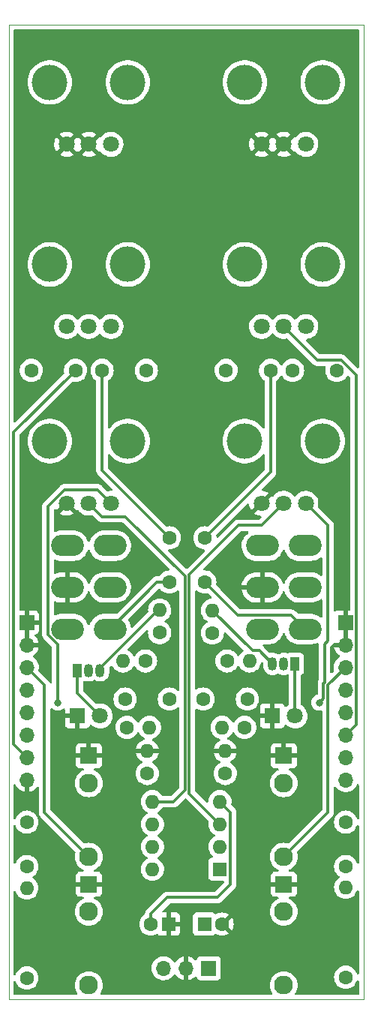
<source format=gbl>
G04 #@! TF.GenerationSoftware,KiCad,Pcbnew,(6.0.6)*
G04 #@! TF.CreationDate,2022-10-26T13:20:39+02:00*
G04 #@! TF.ProjectId,Snare+Hihat,536e6172-652b-4486-9968-61742e6b6963,rev?*
G04 #@! TF.SameCoordinates,Original*
G04 #@! TF.FileFunction,Copper,L2,Bot*
G04 #@! TF.FilePolarity,Positive*
%FSLAX46Y46*%
G04 Gerber Fmt 4.6, Leading zero omitted, Abs format (unit mm)*
G04 Created by KiCad (PCBNEW (6.0.6)) date 2022-10-26 13:20:39*
%MOMM*%
%LPD*%
G01*
G04 APERTURE LIST*
G04 #@! TA.AperFunction,Profile*
%ADD10C,0.050000*%
G04 #@! TD*
G04 #@! TA.AperFunction,ComponentPad*
%ADD11C,1.600000*%
G04 #@! TD*
G04 #@! TA.AperFunction,ComponentPad*
%ADD12R,1.600000X1.600000*%
G04 #@! TD*
G04 #@! TA.AperFunction,ComponentPad*
%ADD13R,1.800000X1.800000*%
G04 #@! TD*
G04 #@! TA.AperFunction,ComponentPad*
%ADD14C,1.800000*%
G04 #@! TD*
G04 #@! TA.AperFunction,WasherPad*
%ADD15C,4.000000*%
G04 #@! TD*
G04 #@! TA.AperFunction,ComponentPad*
%ADD16R,1.930000X1.830000*%
G04 #@! TD*
G04 #@! TA.AperFunction,ComponentPad*
%ADD17C,2.130000*%
G04 #@! TD*
G04 #@! TA.AperFunction,ComponentPad*
%ADD18R,1.050000X1.500000*%
G04 #@! TD*
G04 #@! TA.AperFunction,ComponentPad*
%ADD19O,1.050000X1.500000*%
G04 #@! TD*
G04 #@! TA.AperFunction,ComponentPad*
%ADD20O,1.600000X1.600000*%
G04 #@! TD*
G04 #@! TA.AperFunction,ComponentPad*
%ADD21O,3.700000X2.400000*%
G04 #@! TD*
G04 #@! TA.AperFunction,ComponentPad*
%ADD22O,1.700000X1.700000*%
G04 #@! TD*
G04 #@! TA.AperFunction,ComponentPad*
%ADD23R,1.700000X1.700000*%
G04 #@! TD*
G04 #@! TA.AperFunction,ViaPad*
%ADD24C,0.800000*%
G04 #@! TD*
G04 #@! TA.AperFunction,ViaPad*
%ADD25C,3.600000*%
G04 #@! TD*
G04 #@! TA.AperFunction,Conductor*
%ADD26C,0.300000*%
G04 #@! TD*
G04 APERTURE END LIST*
D10*
X73000000Y-31000000D02*
X112999999Y-31000000D01*
X112999999Y-31000000D02*
X113000000Y-141000000D01*
X73000000Y-31000000D02*
X73000000Y-141000000D01*
X73000000Y-141000000D02*
X113000000Y-141000000D01*
D11*
X102500000Y-70000000D03*
X97500000Y-70000000D03*
X105000000Y-70000000D03*
X110000000Y-70000000D03*
X95100000Y-88900000D03*
X95100000Y-93900000D03*
D12*
X95044888Y-132500000D03*
D11*
X97044888Y-132500000D03*
D12*
X91000000Y-132500000D03*
D11*
X89000000Y-132500000D03*
X80500000Y-70000000D03*
X75500000Y-70000000D03*
X111000000Y-121000000D03*
X111000000Y-126000000D03*
X83500000Y-70000000D03*
X88500000Y-70000000D03*
X91100000Y-88900000D03*
X91100000Y-93900000D03*
X75000000Y-121000000D03*
X75000000Y-126000000D03*
D13*
X102725000Y-109000000D03*
D14*
X105265000Y-109000000D03*
D13*
X80725000Y-109000000D03*
D14*
X83265000Y-109000000D03*
D15*
X77600000Y-37500000D03*
X86400000Y-37500000D03*
D14*
X84500000Y-44500000D03*
X82000000Y-44500000D03*
X79500000Y-44500000D03*
D16*
X82000000Y-113500000D03*
D17*
X82000000Y-124900000D03*
X82000000Y-116600000D03*
D16*
X104000000Y-128000000D03*
D17*
X104000000Y-139400000D03*
X104000000Y-131100000D03*
D16*
X82000000Y-128000000D03*
D17*
X82000000Y-139400000D03*
X82000000Y-131100000D03*
D18*
X105270000Y-103140000D03*
D19*
X104000000Y-103140000D03*
X102730000Y-103140000D03*
D18*
X80730000Y-103860000D03*
D19*
X82000000Y-103860000D03*
X83270000Y-103860000D03*
D11*
X97600000Y-102800000D03*
D20*
X100140000Y-102800000D03*
D11*
X95950000Y-99640000D03*
D20*
X95950000Y-97100000D03*
D11*
X111000000Y-138500000D03*
D20*
X111000000Y-128340000D03*
D11*
X88400000Y-102800000D03*
D20*
X85860000Y-102800000D03*
D11*
X90000000Y-99600000D03*
D20*
X90000000Y-97060000D03*
D11*
X75000000Y-138580000D03*
D20*
X75000000Y-128420000D03*
D15*
X86400000Y-58050000D03*
X77600000Y-58050000D03*
D14*
X84500000Y-65050000D03*
X82000000Y-65050000D03*
X79500000Y-65050000D03*
D15*
X99600000Y-37500000D03*
X108400000Y-37500000D03*
D14*
X106500000Y-44500000D03*
X104000000Y-44500000D03*
X101500000Y-44500000D03*
D15*
X108400000Y-58050000D03*
X99600000Y-58050000D03*
D14*
X106500000Y-65050000D03*
X104000000Y-65050000D03*
X101500000Y-65050000D03*
D15*
X99600000Y-78000000D03*
X108400000Y-78000000D03*
D14*
X106500000Y-85000000D03*
X104000000Y-85000000D03*
X101500000Y-85000000D03*
D15*
X86400000Y-78000000D03*
X77600000Y-78000000D03*
D14*
X84500000Y-85000000D03*
X82000000Y-85000000D03*
X79500000Y-85000000D03*
D16*
X104000000Y-113500000D03*
D17*
X104000000Y-124900000D03*
X104000000Y-116600000D03*
D21*
X101600000Y-89800000D03*
X101600000Y-94500000D03*
X101600000Y-99200000D03*
X106400000Y-89800000D03*
X106400000Y-94500000D03*
X106400000Y-99200000D03*
X79600000Y-89800000D03*
X79600000Y-94500000D03*
X79600000Y-99200000D03*
X84400000Y-89800000D03*
X84400000Y-94500000D03*
X84400000Y-99200000D03*
D12*
X96800000Y-126300000D03*
D20*
X96800000Y-123760000D03*
X96800000Y-121220000D03*
X96800000Y-118680000D03*
X89180000Y-118680000D03*
X89180000Y-121220000D03*
X89180000Y-123760000D03*
X89180000Y-126300000D03*
D11*
X97400000Y-115500000D03*
D20*
X97400000Y-112960000D03*
D11*
X91100000Y-107100000D03*
X86100000Y-107100000D03*
X86305000Y-110300000D03*
D20*
X88845000Y-110300000D03*
D11*
X99595000Y-110300000D03*
D20*
X97055000Y-110300000D03*
D11*
X88600000Y-115500000D03*
D20*
X88600000Y-112960000D03*
D11*
X94900000Y-107100000D03*
X99900000Y-107100000D03*
D22*
X75000000Y-116240000D03*
X75000000Y-113700000D03*
X75000000Y-111160000D03*
X75000000Y-108620000D03*
X75000000Y-106080000D03*
X75000000Y-103540000D03*
X75000000Y-101000000D03*
D23*
X75000000Y-98460000D03*
X111000000Y-98460000D03*
D22*
X111000000Y-101000000D03*
X111000000Y-103540000D03*
X111000000Y-106080000D03*
X111000000Y-108620000D03*
X111000000Y-111160000D03*
X111000000Y-113700000D03*
X111000000Y-116240000D03*
D23*
X95525000Y-137475000D03*
D22*
X92985000Y-137475000D03*
X90445000Y-137475000D03*
D24*
X111000000Y-90000000D03*
X111000000Y-91000000D03*
X111000000Y-89000000D03*
X111000000Y-88000000D03*
X84000000Y-67500000D03*
X107500000Y-110500000D03*
D25*
X93000000Y-45500000D03*
D24*
X107500000Y-111500000D03*
X85000000Y-67500000D03*
X79500000Y-67500000D03*
X78500000Y-67500000D03*
X107500000Y-104300000D03*
X107500000Y-102000000D03*
X108000000Y-107500000D03*
X78500000Y-107500000D03*
D26*
X96500000Y-129500000D02*
X90868630Y-129500000D01*
X90868630Y-129500000D02*
X89000000Y-131368630D01*
X96800000Y-118680000D02*
X98000000Y-119880000D01*
X98000000Y-119880000D02*
X98000000Y-128000000D01*
X89000000Y-131368630D02*
X89000000Y-132500000D01*
X98000000Y-128000000D02*
X96500000Y-129500000D01*
X89700000Y-93900000D02*
X84400000Y-99200000D01*
X91100000Y-93900000D02*
X89700000Y-93900000D01*
X105270000Y-103140000D02*
X105270000Y-108995000D01*
X105270000Y-108995000D02*
X105265000Y-109000000D01*
X102500000Y-81500000D02*
X95100000Y-88900000D01*
X102500000Y-70000000D02*
X102500000Y-81500000D01*
X104850480Y-97650480D02*
X98850480Y-97650480D01*
X106400000Y-99200000D02*
X104850480Y-97650480D01*
X98850480Y-97650480D02*
X95100000Y-93900000D01*
X109000000Y-105540000D02*
X111000000Y-103540000D01*
X109000000Y-119900000D02*
X109000000Y-105540000D01*
X104000000Y-124900000D02*
X109000000Y-119900000D01*
X112199511Y-70573856D02*
X112199511Y-109960489D01*
X104000000Y-65050000D02*
X107800489Y-68850489D01*
X112199511Y-109960489D02*
X111000000Y-111160000D01*
X107800489Y-68850489D02*
X110476144Y-68850489D01*
X110476144Y-68850489D02*
X112199511Y-70573856D01*
X91100000Y-88900000D02*
X83500000Y-81300000D01*
X73500000Y-112200000D02*
X73500000Y-77000000D01*
X75000000Y-113700000D02*
X73500000Y-112200000D01*
X83500000Y-81300000D02*
X83500000Y-70000000D01*
X73500000Y-77000000D02*
X80500000Y-70000000D01*
X77000000Y-105540000D02*
X77000000Y-119900000D01*
X77000000Y-119900000D02*
X82000000Y-124900000D01*
X75000000Y-103540000D02*
X77000000Y-105540000D01*
X80730000Y-106465000D02*
X80730000Y-103860000D01*
X83265000Y-109000000D02*
X80730000Y-106465000D01*
X109000000Y-100500000D02*
X109000000Y-87500000D01*
X108600000Y-105232893D02*
X108600000Y-100900000D01*
X108600000Y-100900000D02*
X109000000Y-100500000D01*
X109000000Y-87500000D02*
X106500000Y-85000000D01*
X108500000Y-105332893D02*
X108600000Y-105232893D01*
X108500000Y-107000000D02*
X108500000Y-105332893D01*
X108000000Y-107500000D02*
X108500000Y-107000000D01*
X78500000Y-107500000D02*
X78500000Y-100941352D01*
X77400480Y-99841832D02*
X77400480Y-85332444D01*
X83000000Y-83500000D02*
X84500000Y-85000000D01*
X78500000Y-100941352D02*
X77400480Y-99841832D01*
X77400480Y-85332444D02*
X79232924Y-83500000D01*
X79232924Y-83500000D02*
X83000000Y-83500000D01*
X100500000Y-101650000D02*
X101240000Y-101650000D01*
X95950000Y-97100000D02*
X100500000Y-101650000D01*
X101240000Y-101650000D02*
X102730000Y-103140000D01*
X83270000Y-103635000D02*
X89845000Y-97060000D01*
X89845000Y-97060000D02*
X90000000Y-97060000D01*
X83270000Y-103860000D02*
X83270000Y-103635000D01*
X93350489Y-93043165D02*
X98893654Y-87500000D01*
X96800000Y-121220000D02*
X93350489Y-117770489D01*
X93350489Y-117770489D02*
X93350489Y-93043165D01*
X101500000Y-87500000D02*
X104000000Y-85000000D01*
X98893654Y-87500000D02*
X101500000Y-87500000D01*
X92850489Y-94924143D02*
X92850489Y-93224143D01*
X89180000Y-118680000D02*
X91570000Y-118680000D01*
X92850969Y-94924623D02*
X92850489Y-94924143D01*
X92850969Y-117399031D02*
X92850969Y-94924623D01*
X91570000Y-118680000D02*
X92850969Y-117399031D01*
X83500000Y-86500000D02*
X82000000Y-85000000D01*
X92850489Y-93224143D02*
X86126346Y-86500000D01*
X86126346Y-86500000D02*
X83500000Y-86500000D01*
G04 #@! TA.AperFunction,Conductor*
G36*
X89994380Y-94641046D02*
G01*
X90053561Y-94686830D01*
X90093802Y-94744300D01*
X90255700Y-94906198D01*
X90260208Y-94909355D01*
X90260211Y-94909357D01*
X90332795Y-94960181D01*
X90443251Y-95037523D01*
X90448233Y-95039846D01*
X90448238Y-95039849D01*
X90580751Y-95101640D01*
X90650757Y-95134284D01*
X90656065Y-95135706D01*
X90656067Y-95135707D01*
X90866598Y-95192119D01*
X90866600Y-95192119D01*
X90871913Y-95193543D01*
X91100000Y-95213498D01*
X91328087Y-95193543D01*
X91333400Y-95192119D01*
X91333402Y-95192119D01*
X91543933Y-95135707D01*
X91543935Y-95135706D01*
X91549243Y-95134284D01*
X91619249Y-95101640D01*
X91751762Y-95039849D01*
X91751767Y-95039846D01*
X91756749Y-95037523D01*
X91867205Y-94960181D01*
X91939789Y-94909357D01*
X91939792Y-94909355D01*
X91944300Y-94906198D01*
X91976894Y-94873604D01*
X92039206Y-94839578D01*
X92110021Y-94844643D01*
X92166857Y-94887190D01*
X92191668Y-94953710D01*
X92191899Y-94960181D01*
X92191989Y-94961612D01*
X92191989Y-94965575D01*
X92192309Y-94968109D01*
X92192469Y-94973208D01*
X92192469Y-106037781D01*
X92172467Y-106105902D01*
X92118811Y-106152395D01*
X92048537Y-106162499D01*
X91983957Y-106133005D01*
X91977374Y-106126876D01*
X91944300Y-106093802D01*
X91939792Y-106090645D01*
X91939789Y-106090643D01*
X91800456Y-105993081D01*
X91756749Y-105962477D01*
X91751767Y-105960154D01*
X91751762Y-105960151D01*
X91554225Y-105868039D01*
X91554224Y-105868039D01*
X91549243Y-105865716D01*
X91543935Y-105864294D01*
X91543933Y-105864293D01*
X91333402Y-105807881D01*
X91333400Y-105807881D01*
X91328087Y-105806457D01*
X91100000Y-105786502D01*
X90871913Y-105806457D01*
X90866600Y-105807881D01*
X90866598Y-105807881D01*
X90656067Y-105864293D01*
X90656065Y-105864294D01*
X90650757Y-105865716D01*
X90645776Y-105868039D01*
X90645775Y-105868039D01*
X90448238Y-105960151D01*
X90448233Y-105960154D01*
X90443251Y-105962477D01*
X90399544Y-105993081D01*
X90260211Y-106090643D01*
X90260208Y-106090645D01*
X90255700Y-106093802D01*
X90093802Y-106255700D01*
X90090645Y-106260208D01*
X90090643Y-106260211D01*
X90057920Y-106306944D01*
X89962477Y-106443251D01*
X89960154Y-106448233D01*
X89960151Y-106448238D01*
X89879030Y-106622204D01*
X89865716Y-106650757D01*
X89864294Y-106656065D01*
X89864293Y-106656067D01*
X89807881Y-106866598D01*
X89806457Y-106871913D01*
X89786502Y-107100000D01*
X89806457Y-107328087D01*
X89807881Y-107333400D01*
X89807881Y-107333402D01*
X89842907Y-107464118D01*
X89865716Y-107549243D01*
X89868039Y-107554224D01*
X89868039Y-107554225D01*
X89960151Y-107751762D01*
X89960154Y-107751767D01*
X89962477Y-107756749D01*
X90093802Y-107944300D01*
X90255700Y-108106198D01*
X90260208Y-108109355D01*
X90260211Y-108109357D01*
X90322868Y-108153230D01*
X90443251Y-108237523D01*
X90448233Y-108239846D01*
X90448238Y-108239849D01*
X90610549Y-108315535D01*
X90650757Y-108334284D01*
X90656065Y-108335706D01*
X90656067Y-108335707D01*
X90866598Y-108392119D01*
X90866600Y-108392119D01*
X90871913Y-108393543D01*
X91100000Y-108413498D01*
X91328087Y-108393543D01*
X91333400Y-108392119D01*
X91333402Y-108392119D01*
X91543933Y-108335707D01*
X91543935Y-108335706D01*
X91549243Y-108334284D01*
X91589451Y-108315535D01*
X91751762Y-108239849D01*
X91751767Y-108239846D01*
X91756749Y-108237523D01*
X91877132Y-108153230D01*
X91939789Y-108109357D01*
X91939792Y-108109355D01*
X91944300Y-108106198D01*
X91977374Y-108073124D01*
X92039686Y-108039098D01*
X92110501Y-108044163D01*
X92167337Y-108086710D01*
X92192148Y-108153230D01*
X92192469Y-108162219D01*
X92192469Y-117074081D01*
X92172467Y-117142202D01*
X92155564Y-117163176D01*
X91334145Y-117984595D01*
X91271833Y-118018621D01*
X91245050Y-118021500D01*
X90381888Y-118021500D01*
X90313767Y-118001498D01*
X90278675Y-117967771D01*
X90189357Y-117840211D01*
X90189355Y-117840208D01*
X90186198Y-117835700D01*
X90024300Y-117673802D01*
X90019792Y-117670645D01*
X90019789Y-117670643D01*
X89909713Y-117593567D01*
X89836749Y-117542477D01*
X89831767Y-117540154D01*
X89831762Y-117540151D01*
X89634225Y-117448039D01*
X89634224Y-117448039D01*
X89629243Y-117445716D01*
X89623935Y-117444294D01*
X89623933Y-117444293D01*
X89413402Y-117387881D01*
X89413400Y-117387881D01*
X89408087Y-117386457D01*
X89180000Y-117366502D01*
X88951913Y-117386457D01*
X88946600Y-117387881D01*
X88946598Y-117387881D01*
X88736067Y-117444293D01*
X88736065Y-117444294D01*
X88730757Y-117445716D01*
X88725776Y-117448039D01*
X88725775Y-117448039D01*
X88528238Y-117540151D01*
X88528233Y-117540154D01*
X88523251Y-117542477D01*
X88450287Y-117593567D01*
X88340211Y-117670643D01*
X88340208Y-117670645D01*
X88335700Y-117673802D01*
X88173802Y-117835700D01*
X88042477Y-118023251D01*
X88040154Y-118028233D01*
X88040151Y-118028238D01*
X88005630Y-118102270D01*
X87945716Y-118230757D01*
X87886457Y-118451913D01*
X87866502Y-118680000D01*
X87886457Y-118908087D01*
X87945716Y-119129243D01*
X87948039Y-119134224D01*
X87948039Y-119134225D01*
X88040151Y-119331762D01*
X88040154Y-119331767D01*
X88042477Y-119336749D01*
X88084104Y-119396198D01*
X88165850Y-119512943D01*
X88173802Y-119524300D01*
X88335700Y-119686198D01*
X88340208Y-119689355D01*
X88340211Y-119689357D01*
X88366218Y-119707567D01*
X88523251Y-119817523D01*
X88528233Y-119819846D01*
X88528238Y-119819849D01*
X88562457Y-119835805D01*
X88615742Y-119882722D01*
X88635203Y-119950999D01*
X88614661Y-120018959D01*
X88562457Y-120064195D01*
X88528238Y-120080151D01*
X88528233Y-120080154D01*
X88523251Y-120082477D01*
X88418678Y-120155700D01*
X88340211Y-120210643D01*
X88340208Y-120210645D01*
X88335700Y-120213802D01*
X88173802Y-120375700D01*
X88042477Y-120563251D01*
X88040154Y-120568233D01*
X88040151Y-120568238D01*
X87988805Y-120678352D01*
X87945716Y-120770757D01*
X87944294Y-120776065D01*
X87944293Y-120776067D01*
X87887882Y-120986595D01*
X87886457Y-120991913D01*
X87866502Y-121220000D01*
X87886457Y-121448087D01*
X87945716Y-121669243D01*
X87948039Y-121674224D01*
X87948039Y-121674225D01*
X88040151Y-121871762D01*
X88040154Y-121871767D01*
X88042477Y-121876749D01*
X88173802Y-122064300D01*
X88335700Y-122226198D01*
X88340208Y-122229355D01*
X88340211Y-122229357D01*
X88343930Y-122231961D01*
X88523251Y-122357523D01*
X88528233Y-122359846D01*
X88528238Y-122359849D01*
X88562457Y-122375805D01*
X88615742Y-122422722D01*
X88635203Y-122490999D01*
X88614661Y-122558959D01*
X88562457Y-122604195D01*
X88528238Y-122620151D01*
X88528233Y-122620154D01*
X88523251Y-122622477D01*
X88418389Y-122695902D01*
X88340211Y-122750643D01*
X88340208Y-122750645D01*
X88335700Y-122753802D01*
X88173802Y-122915700D01*
X88042477Y-123103251D01*
X88040154Y-123108233D01*
X88040151Y-123108238D01*
X87948039Y-123305775D01*
X87945716Y-123310757D01*
X87944294Y-123316065D01*
X87944293Y-123316067D01*
X87915658Y-123422935D01*
X87886457Y-123531913D01*
X87866502Y-123760000D01*
X87886457Y-123988087D01*
X87945716Y-124209243D01*
X87948039Y-124214224D01*
X87948039Y-124214225D01*
X88040151Y-124411762D01*
X88040154Y-124411767D01*
X88042477Y-124416749D01*
X88173802Y-124604300D01*
X88335700Y-124766198D01*
X88340208Y-124769355D01*
X88340211Y-124769357D01*
X88418351Y-124824071D01*
X88523251Y-124897523D01*
X88528233Y-124899846D01*
X88528238Y-124899849D01*
X88562457Y-124915805D01*
X88615742Y-124962722D01*
X88635203Y-125030999D01*
X88614661Y-125098959D01*
X88562457Y-125144195D01*
X88528238Y-125160151D01*
X88528233Y-125160154D01*
X88523251Y-125162477D01*
X88418389Y-125235902D01*
X88340211Y-125290643D01*
X88340208Y-125290645D01*
X88335700Y-125293802D01*
X88173802Y-125455700D01*
X88042477Y-125643251D01*
X88040154Y-125648233D01*
X88040151Y-125648238D01*
X87982481Y-125771913D01*
X87945716Y-125850757D01*
X87886457Y-126071913D01*
X87866502Y-126300000D01*
X87886457Y-126528087D01*
X87887881Y-126533400D01*
X87887881Y-126533402D01*
X87916502Y-126640214D01*
X87945716Y-126749243D01*
X87948039Y-126754224D01*
X87948039Y-126754225D01*
X88040151Y-126951762D01*
X88040154Y-126951767D01*
X88042477Y-126956749D01*
X88074373Y-127002301D01*
X88169057Y-127137523D01*
X88173802Y-127144300D01*
X88335700Y-127306198D01*
X88340208Y-127309355D01*
X88340211Y-127309357D01*
X88345718Y-127313213D01*
X88523251Y-127437523D01*
X88528233Y-127439846D01*
X88528238Y-127439849D01*
X88725775Y-127531961D01*
X88730757Y-127534284D01*
X88736065Y-127535706D01*
X88736067Y-127535707D01*
X88946598Y-127592119D01*
X88946600Y-127592119D01*
X88951913Y-127593543D01*
X89180000Y-127613498D01*
X89408087Y-127593543D01*
X89413400Y-127592119D01*
X89413402Y-127592119D01*
X89623933Y-127535707D01*
X89623935Y-127535706D01*
X89629243Y-127534284D01*
X89634225Y-127531961D01*
X89831762Y-127439849D01*
X89831767Y-127439846D01*
X89836749Y-127437523D01*
X90014282Y-127313213D01*
X90019789Y-127309357D01*
X90019792Y-127309355D01*
X90024300Y-127306198D01*
X90186198Y-127144300D01*
X90190944Y-127137523D01*
X90285627Y-127002301D01*
X90317523Y-126956749D01*
X90319846Y-126951767D01*
X90319849Y-126951762D01*
X90411961Y-126754225D01*
X90411961Y-126754224D01*
X90414284Y-126749243D01*
X90443499Y-126640214D01*
X90472119Y-126533402D01*
X90472119Y-126533400D01*
X90473543Y-126528087D01*
X90493498Y-126300000D01*
X90473543Y-126071913D01*
X90414284Y-125850757D01*
X90377519Y-125771913D01*
X90319849Y-125648238D01*
X90319846Y-125648233D01*
X90317523Y-125643251D01*
X90186198Y-125455700D01*
X90024300Y-125293802D01*
X90019792Y-125290645D01*
X90019789Y-125290643D01*
X89941611Y-125235902D01*
X89836749Y-125162477D01*
X89831767Y-125160154D01*
X89831762Y-125160151D01*
X89797543Y-125144195D01*
X89744258Y-125097278D01*
X89724797Y-125029001D01*
X89745339Y-124961041D01*
X89797543Y-124915805D01*
X89831762Y-124899849D01*
X89831767Y-124899846D01*
X89836749Y-124897523D01*
X89941649Y-124824071D01*
X90019789Y-124769357D01*
X90019792Y-124769355D01*
X90024300Y-124766198D01*
X90186198Y-124604300D01*
X90317523Y-124416749D01*
X90319846Y-124411767D01*
X90319849Y-124411762D01*
X90411961Y-124214225D01*
X90411961Y-124214224D01*
X90414284Y-124209243D01*
X90473543Y-123988087D01*
X90493498Y-123760000D01*
X90473543Y-123531913D01*
X90444342Y-123422935D01*
X90415707Y-123316067D01*
X90415706Y-123316065D01*
X90414284Y-123310757D01*
X90411961Y-123305775D01*
X90319849Y-123108238D01*
X90319846Y-123108233D01*
X90317523Y-123103251D01*
X90186198Y-122915700D01*
X90024300Y-122753802D01*
X90019792Y-122750645D01*
X90019789Y-122750643D01*
X89941611Y-122695902D01*
X89836749Y-122622477D01*
X89831767Y-122620154D01*
X89831762Y-122620151D01*
X89797543Y-122604195D01*
X89744258Y-122557278D01*
X89724797Y-122489001D01*
X89745339Y-122421041D01*
X89797543Y-122375805D01*
X89831762Y-122359849D01*
X89831767Y-122359846D01*
X89836749Y-122357523D01*
X90016070Y-122231961D01*
X90019789Y-122229357D01*
X90019792Y-122229355D01*
X90024300Y-122226198D01*
X90186198Y-122064300D01*
X90317523Y-121876749D01*
X90319846Y-121871767D01*
X90319849Y-121871762D01*
X90411961Y-121674225D01*
X90411961Y-121674224D01*
X90414284Y-121669243D01*
X90473543Y-121448087D01*
X90493498Y-121220000D01*
X90473543Y-120991913D01*
X90472118Y-120986595D01*
X90415707Y-120776067D01*
X90415706Y-120776065D01*
X90414284Y-120770757D01*
X90371195Y-120678352D01*
X90319849Y-120568238D01*
X90319846Y-120568233D01*
X90317523Y-120563251D01*
X90186198Y-120375700D01*
X90024300Y-120213802D01*
X90019792Y-120210645D01*
X90019789Y-120210643D01*
X89941322Y-120155700D01*
X89836749Y-120082477D01*
X89831767Y-120080154D01*
X89831762Y-120080151D01*
X89797543Y-120064195D01*
X89744258Y-120017278D01*
X89724797Y-119949001D01*
X89745339Y-119881041D01*
X89797543Y-119835805D01*
X89831762Y-119819849D01*
X89831767Y-119819846D01*
X89836749Y-119817523D01*
X89993782Y-119707567D01*
X90019789Y-119689357D01*
X90019792Y-119689355D01*
X90024300Y-119686198D01*
X90186198Y-119524300D01*
X90194151Y-119512943D01*
X90230042Y-119461685D01*
X90278676Y-119392228D01*
X90334132Y-119347901D01*
X90381888Y-119338500D01*
X91487944Y-119338500D01*
X91499800Y-119339059D01*
X91499803Y-119339059D01*
X91507537Y-119340788D01*
X91578369Y-119338562D01*
X91582327Y-119338500D01*
X91611432Y-119338500D01*
X91615832Y-119337944D01*
X91627664Y-119337012D01*
X91673831Y-119335562D01*
X91694421Y-119329580D01*
X91713782Y-119325570D01*
X91720770Y-119324688D01*
X91727204Y-119323875D01*
X91727205Y-119323875D01*
X91735064Y-119322882D01*
X91742429Y-119319966D01*
X91742433Y-119319965D01*
X91778021Y-119305874D01*
X91789231Y-119302035D01*
X91833600Y-119289145D01*
X91852065Y-119278225D01*
X91869805Y-119269534D01*
X91889756Y-119261635D01*
X91927129Y-119234482D01*
X91937048Y-119227967D01*
X91969977Y-119208493D01*
X91969981Y-119208490D01*
X91976807Y-119204453D01*
X91991971Y-119189289D01*
X92007005Y-119176448D01*
X92017943Y-119168501D01*
X92024357Y-119163841D01*
X92053803Y-119128247D01*
X92061792Y-119119468D01*
X92825905Y-118355355D01*
X92888217Y-118321329D01*
X92959032Y-118326394D01*
X93004095Y-118355355D01*
X95483376Y-120834636D01*
X95517402Y-120896948D01*
X95515988Y-120956341D01*
X95508515Y-120984234D01*
X95506457Y-120991913D01*
X95486502Y-121220000D01*
X95506457Y-121448087D01*
X95565716Y-121669243D01*
X95568039Y-121674224D01*
X95568039Y-121674225D01*
X95660151Y-121871762D01*
X95660154Y-121871767D01*
X95662477Y-121876749D01*
X95793802Y-122064300D01*
X95955700Y-122226198D01*
X95960208Y-122229355D01*
X95960211Y-122229357D01*
X95963930Y-122231961D01*
X96143251Y-122357523D01*
X96148233Y-122359846D01*
X96148238Y-122359849D01*
X96182457Y-122375805D01*
X96235742Y-122422722D01*
X96255203Y-122490999D01*
X96234661Y-122558959D01*
X96182457Y-122604195D01*
X96148238Y-122620151D01*
X96148233Y-122620154D01*
X96143251Y-122622477D01*
X96038389Y-122695902D01*
X95960211Y-122750643D01*
X95960208Y-122750645D01*
X95955700Y-122753802D01*
X95793802Y-122915700D01*
X95662477Y-123103251D01*
X95660154Y-123108233D01*
X95660151Y-123108238D01*
X95568039Y-123305775D01*
X95565716Y-123310757D01*
X95564294Y-123316065D01*
X95564293Y-123316067D01*
X95535658Y-123422935D01*
X95506457Y-123531913D01*
X95486502Y-123760000D01*
X95506457Y-123988087D01*
X95565716Y-124209243D01*
X95568039Y-124214224D01*
X95568039Y-124214225D01*
X95660151Y-124411762D01*
X95660154Y-124411767D01*
X95662477Y-124416749D01*
X95793802Y-124604300D01*
X95955700Y-124766198D01*
X95960211Y-124769357D01*
X95964424Y-124772892D01*
X95963473Y-124774026D01*
X96003471Y-124824071D01*
X96010776Y-124894690D01*
X95978742Y-124958049D01*
X95917538Y-124994030D01*
X95900483Y-124997082D01*
X95889684Y-124998255D01*
X95753295Y-125049385D01*
X95636739Y-125136739D01*
X95549385Y-125253295D01*
X95498255Y-125389684D01*
X95491500Y-125451866D01*
X95491500Y-127148134D01*
X95498255Y-127210316D01*
X95549385Y-127346705D01*
X95636739Y-127463261D01*
X95753295Y-127550615D01*
X95889684Y-127601745D01*
X95951866Y-127608500D01*
X97156051Y-127608500D01*
X97224172Y-127628502D01*
X97270665Y-127682158D01*
X97280769Y-127752432D01*
X97251275Y-127817012D01*
X97245147Y-127823594D01*
X96738141Y-128330599D01*
X96264145Y-128804595D01*
X96201833Y-128838621D01*
X96175050Y-128841500D01*
X90950689Y-128841500D01*
X90938833Y-128840941D01*
X90931093Y-128839211D01*
X90923167Y-128839460D01*
X90923166Y-128839460D01*
X90860241Y-128841438D01*
X90856283Y-128841500D01*
X90827198Y-128841500D01*
X90823267Y-128841997D01*
X90823260Y-128841997D01*
X90822809Y-128842054D01*
X90810973Y-128842986D01*
X90764799Y-128844438D01*
X90744209Y-128850420D01*
X90724848Y-128854430D01*
X90717860Y-128855312D01*
X90711426Y-128856125D01*
X90711425Y-128856125D01*
X90703566Y-128857118D01*
X90696201Y-128860034D01*
X90696197Y-128860035D01*
X90660609Y-128874126D01*
X90649399Y-128877965D01*
X90605030Y-128890855D01*
X90586565Y-128901775D01*
X90568825Y-128910466D01*
X90548874Y-128918365D01*
X90511504Y-128945516D01*
X90501582Y-128952033D01*
X90468653Y-128971507D01*
X90468649Y-128971510D01*
X90461823Y-128975547D01*
X90446659Y-128990711D01*
X90431626Y-129003551D01*
X90414273Y-129016159D01*
X90400669Y-129032604D01*
X90384828Y-129051752D01*
X90376838Y-129060532D01*
X88592395Y-130844975D01*
X88583615Y-130852965D01*
X88583613Y-130852967D01*
X88576920Y-130857214D01*
X88571494Y-130862992D01*
X88571493Y-130862993D01*
X88528396Y-130908887D01*
X88525641Y-130911729D01*
X88505073Y-130932297D01*
X88502356Y-130935800D01*
X88494648Y-130944825D01*
X88463028Y-130978497D01*
X88459207Y-130985448D01*
X88459206Y-130985449D01*
X88452697Y-130997288D01*
X88441843Y-131013812D01*
X88434018Y-131023901D01*
X88428696Y-131030762D01*
X88425549Y-131038034D01*
X88425548Y-131038036D01*
X88410346Y-131073165D01*
X88405124Y-131083825D01*
X88396232Y-131100000D01*
X88382876Y-131124293D01*
X88377541Y-131145071D01*
X88371142Y-131163761D01*
X88362620Y-131183454D01*
X88358673Y-131208375D01*
X88355394Y-131229078D01*
X88352987Y-131240701D01*
X88349375Y-131254771D01*
X88341500Y-131285442D01*
X88341500Y-131298112D01*
X88321498Y-131366233D01*
X88287771Y-131401325D01*
X88160211Y-131490643D01*
X88160208Y-131490645D01*
X88155700Y-131493802D01*
X87993802Y-131655700D01*
X87862477Y-131843251D01*
X87860154Y-131848233D01*
X87860151Y-131848238D01*
X87860034Y-131848489D01*
X87765716Y-132050757D01*
X87764294Y-132056065D01*
X87764293Y-132056067D01*
X87714972Y-132240135D01*
X87706457Y-132271913D01*
X87686502Y-132500000D01*
X87706457Y-132728087D01*
X87707881Y-132733400D01*
X87707881Y-132733402D01*
X87717031Y-132767548D01*
X87765716Y-132949243D01*
X87768039Y-132954224D01*
X87768039Y-132954225D01*
X87860151Y-133151762D01*
X87860154Y-133151767D01*
X87862477Y-133156749D01*
X87993802Y-133344300D01*
X88155700Y-133506198D01*
X88160208Y-133509355D01*
X88160211Y-133509357D01*
X88201195Y-133538054D01*
X88343251Y-133637523D01*
X88348233Y-133639846D01*
X88348238Y-133639849D01*
X88544765Y-133731490D01*
X88550757Y-133734284D01*
X88556065Y-133735706D01*
X88556067Y-133735707D01*
X88766598Y-133792119D01*
X88766600Y-133792119D01*
X88771913Y-133793543D01*
X89000000Y-133813498D01*
X89228087Y-133793543D01*
X89233400Y-133792119D01*
X89233402Y-133792119D01*
X89443933Y-133735707D01*
X89443935Y-133735706D01*
X89449243Y-133734284D01*
X89455235Y-133731490D01*
X89651762Y-133639849D01*
X89651767Y-133639846D01*
X89656749Y-133637523D01*
X89661882Y-133633929D01*
X89662624Y-133633410D01*
X89663320Y-133633175D01*
X89666019Y-133631617D01*
X89666332Y-133632160D01*
X89729900Y-133610726D01*
X89798759Y-133628015D01*
X89824081Y-133650656D01*
X89825364Y-133649373D01*
X89844276Y-133668285D01*
X89946351Y-133744786D01*
X89961946Y-133753324D01*
X90082394Y-133798478D01*
X90097649Y-133802105D01*
X90148514Y-133807631D01*
X90155328Y-133808000D01*
X90727885Y-133808000D01*
X90743124Y-133803525D01*
X90744329Y-133802135D01*
X90746000Y-133794452D01*
X90746000Y-133789884D01*
X91254000Y-133789884D01*
X91258475Y-133805123D01*
X91259865Y-133806328D01*
X91267548Y-133807999D01*
X91844669Y-133807999D01*
X91851490Y-133807629D01*
X91902352Y-133802105D01*
X91917604Y-133798479D01*
X92038054Y-133753324D01*
X92053649Y-133744786D01*
X92155724Y-133668285D01*
X92168285Y-133655724D01*
X92244786Y-133553649D01*
X92253324Y-133538054D01*
X92298478Y-133417606D01*
X92302105Y-133402351D01*
X92307631Y-133351486D01*
X92307813Y-133348134D01*
X93736388Y-133348134D01*
X93743143Y-133410316D01*
X93794273Y-133546705D01*
X93881627Y-133663261D01*
X93998183Y-133750615D01*
X94134572Y-133801745D01*
X94196754Y-133808500D01*
X95893022Y-133808500D01*
X95955204Y-133801745D01*
X96091593Y-133750615D01*
X96137390Y-133716292D01*
X96200966Y-133668645D01*
X96200969Y-133668642D01*
X96208149Y-133663261D01*
X96213530Y-133656081D01*
X96219881Y-133649730D01*
X96222023Y-133651872D01*
X96266734Y-133618436D01*
X96337552Y-133613406D01*
X96378923Y-133631523D01*
X96379120Y-133631182D01*
X96382186Y-133632952D01*
X96382978Y-133633299D01*
X96383877Y-133633929D01*
X96393377Y-133639414D01*
X96590835Y-133731490D01*
X96601127Y-133735236D01*
X96811576Y-133791625D01*
X96822369Y-133793528D01*
X97039413Y-133812517D01*
X97050363Y-133812517D01*
X97267407Y-133793528D01*
X97278200Y-133791625D01*
X97488649Y-133735236D01*
X97498941Y-133731490D01*
X97696399Y-133639414D01*
X97705894Y-133633931D01*
X97757936Y-133597491D01*
X97766312Y-133587012D01*
X97759244Y-133573566D01*
X96774773Y-132589095D01*
X96740747Y-132526783D01*
X96742582Y-132501132D01*
X97409296Y-132501132D01*
X97409427Y-132502965D01*
X97413678Y-132509580D01*
X98119175Y-133215077D01*
X98130950Y-133221507D01*
X98142965Y-133212211D01*
X98178819Y-133161006D01*
X98184302Y-133151511D01*
X98276378Y-132954053D01*
X98280124Y-132943761D01*
X98336513Y-132733312D01*
X98338416Y-132722519D01*
X98357405Y-132505475D01*
X98357405Y-132494525D01*
X98338416Y-132277481D01*
X98336513Y-132266688D01*
X98280124Y-132056239D01*
X98276378Y-132045947D01*
X98184302Y-131848489D01*
X98178819Y-131838994D01*
X98142379Y-131786952D01*
X98131900Y-131778576D01*
X98118454Y-131785644D01*
X97416910Y-132487188D01*
X97409296Y-132501132D01*
X96742582Y-132501132D01*
X96745812Y-132455968D01*
X96774773Y-132410905D01*
X97759965Y-131425713D01*
X97766395Y-131413938D01*
X97757099Y-131401923D01*
X97705894Y-131366069D01*
X97696399Y-131360586D01*
X97498941Y-131268510D01*
X97488649Y-131264764D01*
X97278200Y-131208375D01*
X97267407Y-131206472D01*
X97050363Y-131187483D01*
X97039413Y-131187483D01*
X96822369Y-131206472D01*
X96811576Y-131208375D01*
X96601127Y-131264764D01*
X96590835Y-131268510D01*
X96393377Y-131360586D01*
X96383877Y-131366071D01*
X96382978Y-131366701D01*
X96382518Y-131366856D01*
X96379120Y-131368818D01*
X96378726Y-131368135D01*
X96315704Y-131389388D01*
X96246844Y-131372102D01*
X96221085Y-131349066D01*
X96219881Y-131350270D01*
X96213530Y-131343919D01*
X96208149Y-131336739D01*
X96200969Y-131331358D01*
X96200966Y-131331355D01*
X96112113Y-131264764D01*
X96091593Y-131249385D01*
X95955204Y-131198255D01*
X95893022Y-131191500D01*
X94196754Y-131191500D01*
X94134572Y-131198255D01*
X93998183Y-131249385D01*
X93881627Y-131336739D01*
X93794273Y-131453295D01*
X93743143Y-131589684D01*
X93736388Y-131651866D01*
X93736388Y-133348134D01*
X92307813Y-133348134D01*
X92308000Y-133344672D01*
X92308000Y-132772115D01*
X92303525Y-132756876D01*
X92302135Y-132755671D01*
X92294452Y-132754000D01*
X91272115Y-132754000D01*
X91256876Y-132758475D01*
X91255671Y-132759865D01*
X91254000Y-132767548D01*
X91254000Y-133789884D01*
X90746000Y-133789884D01*
X90746000Y-132227885D01*
X91254000Y-132227885D01*
X91258475Y-132243124D01*
X91259865Y-132244329D01*
X91267548Y-132246000D01*
X92289884Y-132246000D01*
X92305123Y-132241525D01*
X92306328Y-132240135D01*
X92307999Y-132232452D01*
X92307999Y-131655331D01*
X92307629Y-131648510D01*
X92302105Y-131597648D01*
X92298479Y-131582396D01*
X92253324Y-131461946D01*
X92244786Y-131446351D01*
X92168285Y-131344276D01*
X92155724Y-131331715D01*
X92053649Y-131255214D01*
X92038054Y-131246676D01*
X91917606Y-131201522D01*
X91902351Y-131197895D01*
X91851486Y-131192369D01*
X91844672Y-131192000D01*
X91272115Y-131192000D01*
X91256876Y-131196475D01*
X91255671Y-131197865D01*
X91254000Y-131205548D01*
X91254000Y-132227885D01*
X90746000Y-132227885D01*
X90746000Y-131210116D01*
X90741525Y-131194877D01*
X90740135Y-131193672D01*
X90732452Y-131192001D01*
X90412079Y-131192001D01*
X90343958Y-131171999D01*
X90297465Y-131118343D01*
X90294828Y-131100000D01*
X102421634Y-131100000D01*
X102441066Y-131346911D01*
X102442220Y-131351718D01*
X102442221Y-131351724D01*
X102466607Y-131453295D01*
X102498885Y-131587742D01*
X102500778Y-131592313D01*
X102500779Y-131592315D01*
X102581401Y-131786952D01*
X102593666Y-131816563D01*
X102723075Y-132027740D01*
X102883927Y-132216073D01*
X103072260Y-132376925D01*
X103283437Y-132506334D01*
X103288007Y-132508227D01*
X103288011Y-132508229D01*
X103483239Y-132589095D01*
X103512258Y-132601115D01*
X103597170Y-132621501D01*
X103748276Y-132657779D01*
X103748282Y-132657780D01*
X103753089Y-132658934D01*
X104000000Y-132678366D01*
X104246911Y-132658934D01*
X104251718Y-132657780D01*
X104251724Y-132657779D01*
X104402830Y-132621501D01*
X104487742Y-132601115D01*
X104516761Y-132589095D01*
X104711989Y-132508229D01*
X104711993Y-132508227D01*
X104716563Y-132506334D01*
X104927740Y-132376925D01*
X105116073Y-132216073D01*
X105276925Y-132027740D01*
X105406334Y-131816563D01*
X105418600Y-131786952D01*
X105499221Y-131592315D01*
X105499222Y-131592313D01*
X105501115Y-131587742D01*
X105533393Y-131453295D01*
X105557779Y-131351724D01*
X105557780Y-131351718D01*
X105558934Y-131346911D01*
X105578366Y-131100000D01*
X105558934Y-130853089D01*
X105557780Y-130848282D01*
X105557779Y-130848276D01*
X105502270Y-130617070D01*
X105501115Y-130612258D01*
X105406334Y-130383437D01*
X105276925Y-130172260D01*
X105116073Y-129983927D01*
X104927740Y-129823075D01*
X104716563Y-129693666D01*
X104648342Y-129665408D01*
X104593062Y-129620859D01*
X104570641Y-129553496D01*
X104588199Y-129484705D01*
X104640162Y-129436326D01*
X104696561Y-129422999D01*
X105009669Y-129422999D01*
X105016490Y-129422629D01*
X105067352Y-129417105D01*
X105082604Y-129413479D01*
X105203054Y-129368324D01*
X105218649Y-129359786D01*
X105320724Y-129283285D01*
X105333285Y-129270724D01*
X105409786Y-129168649D01*
X105418324Y-129153054D01*
X105463478Y-129032606D01*
X105467105Y-129017351D01*
X105472631Y-128966486D01*
X105473000Y-128959672D01*
X105473000Y-128272115D01*
X105468525Y-128256876D01*
X105467135Y-128255671D01*
X105459452Y-128254000D01*
X102545116Y-128254000D01*
X102529877Y-128258475D01*
X102528672Y-128259865D01*
X102527001Y-128267548D01*
X102527001Y-128959669D01*
X102527371Y-128966490D01*
X102532895Y-129017352D01*
X102536521Y-129032604D01*
X102581676Y-129153054D01*
X102590214Y-129168649D01*
X102666715Y-129270724D01*
X102679276Y-129283285D01*
X102781351Y-129359786D01*
X102796946Y-129368324D01*
X102917394Y-129413478D01*
X102932649Y-129417105D01*
X102983514Y-129422631D01*
X102990328Y-129423000D01*
X103303438Y-129423000D01*
X103371559Y-129443002D01*
X103418052Y-129496658D01*
X103428156Y-129566932D01*
X103398662Y-129631512D01*
X103351657Y-129665408D01*
X103323360Y-129677129D01*
X103288011Y-129691771D01*
X103288007Y-129691773D01*
X103283437Y-129693666D01*
X103072260Y-129823075D01*
X102883927Y-129983927D01*
X102723075Y-130172260D01*
X102593666Y-130383437D01*
X102498885Y-130612258D01*
X102497730Y-130617070D01*
X102442221Y-130848276D01*
X102442220Y-130848282D01*
X102441066Y-130853089D01*
X102421634Y-131100000D01*
X90294828Y-131100000D01*
X90287361Y-131048069D01*
X90316855Y-130983489D01*
X90322984Y-130976906D01*
X91104485Y-130195405D01*
X91166797Y-130161379D01*
X91193580Y-130158500D01*
X96417944Y-130158500D01*
X96429800Y-130159059D01*
X96429803Y-130159059D01*
X96437537Y-130160788D01*
X96508369Y-130158562D01*
X96512327Y-130158500D01*
X96541432Y-130158500D01*
X96545832Y-130157944D01*
X96557664Y-130157012D01*
X96603831Y-130155562D01*
X96624421Y-130149580D01*
X96643782Y-130145570D01*
X96650770Y-130144688D01*
X96657204Y-130143875D01*
X96657205Y-130143875D01*
X96665064Y-130142882D01*
X96672429Y-130139966D01*
X96672433Y-130139965D01*
X96708021Y-130125874D01*
X96719231Y-130122035D01*
X96763600Y-130109145D01*
X96782065Y-130098225D01*
X96799805Y-130089534D01*
X96819756Y-130081635D01*
X96857129Y-130054482D01*
X96867048Y-130047967D01*
X96899977Y-130028493D01*
X96899981Y-130028490D01*
X96906807Y-130024453D01*
X96921971Y-130009289D01*
X96937005Y-129996448D01*
X96947943Y-129988501D01*
X96954357Y-129983841D01*
X96983803Y-129948247D01*
X96991792Y-129939468D01*
X98407599Y-128523660D01*
X98416380Y-128515670D01*
X98416391Y-128515661D01*
X98423080Y-128511416D01*
X98471621Y-128459726D01*
X98474343Y-128456917D01*
X98494926Y-128436333D01*
X98497638Y-128432837D01*
X98505349Y-128423808D01*
X98531544Y-128395913D01*
X98536972Y-128390133D01*
X98547301Y-128371345D01*
X98558158Y-128354816D01*
X98566447Y-128344131D01*
X98566448Y-128344129D01*
X98571304Y-128337869D01*
X98589657Y-128295456D01*
X98594868Y-128284819D01*
X98617124Y-128244337D01*
X98622457Y-128223566D01*
X98628859Y-128204864D01*
X98637379Y-128185177D01*
X98644605Y-128139552D01*
X98647013Y-128127926D01*
X98656529Y-128090865D01*
X98656529Y-128090864D01*
X98658500Y-128083188D01*
X98658500Y-128061742D01*
X98660051Y-128042031D01*
X98662166Y-128028678D01*
X98663406Y-128020849D01*
X98659059Y-127974864D01*
X98658500Y-127963006D01*
X98658500Y-119962056D01*
X98659059Y-119950200D01*
X98659059Y-119950197D01*
X98660788Y-119942463D01*
X98658562Y-119871631D01*
X98658500Y-119867673D01*
X98658500Y-119838568D01*
X98657944Y-119834168D01*
X98657012Y-119822330D01*
X98655811Y-119784094D01*
X98655562Y-119776169D01*
X98649580Y-119755579D01*
X98645570Y-119736216D01*
X98643875Y-119722796D01*
X98643875Y-119722795D01*
X98642882Y-119714936D01*
X98639966Y-119707571D01*
X98639965Y-119707567D01*
X98625874Y-119671979D01*
X98622035Y-119660769D01*
X98609145Y-119616400D01*
X98598229Y-119597943D01*
X98589534Y-119580193D01*
X98581635Y-119560244D01*
X98576976Y-119553831D01*
X98554477Y-119522864D01*
X98547960Y-119512943D01*
X98524452Y-119473193D01*
X98509291Y-119458032D01*
X98496449Y-119442997D01*
X98483841Y-119425643D01*
X98448248Y-119396198D01*
X98439467Y-119388208D01*
X98116623Y-119065363D01*
X98082598Y-119003051D01*
X98084012Y-118943657D01*
X98092119Y-118913402D01*
X98092119Y-118913400D01*
X98093543Y-118908087D01*
X98113498Y-118680000D01*
X98093543Y-118451913D01*
X98034284Y-118230757D01*
X97974370Y-118102270D01*
X97939849Y-118028238D01*
X97939846Y-118028233D01*
X97937523Y-118023251D01*
X97806198Y-117835700D01*
X97644300Y-117673802D01*
X97639792Y-117670645D01*
X97639789Y-117670643D01*
X97529713Y-117593567D01*
X97456749Y-117542477D01*
X97451767Y-117540154D01*
X97451762Y-117540151D01*
X97254225Y-117448039D01*
X97254224Y-117448039D01*
X97249243Y-117445716D01*
X97243935Y-117444294D01*
X97243933Y-117444293D01*
X97033402Y-117387881D01*
X97033400Y-117387881D01*
X97028087Y-117386457D01*
X96800000Y-117366502D01*
X96571913Y-117386457D01*
X96566600Y-117387881D01*
X96566598Y-117387881D01*
X96356067Y-117444293D01*
X96356065Y-117444294D01*
X96350757Y-117445716D01*
X96345776Y-117448039D01*
X96345775Y-117448039D01*
X96148238Y-117540151D01*
X96148233Y-117540154D01*
X96143251Y-117542477D01*
X96070287Y-117593567D01*
X95960211Y-117670643D01*
X95960208Y-117670645D01*
X95955700Y-117673802D01*
X95793802Y-117835700D01*
X95662477Y-118023251D01*
X95660154Y-118028233D01*
X95660151Y-118028238D01*
X95625630Y-118102270D01*
X95565716Y-118230757D01*
X95506457Y-118451913D01*
X95486502Y-118680000D01*
X95484545Y-118679829D01*
X95466979Y-118739652D01*
X95413323Y-118786145D01*
X95343049Y-118796249D01*
X95278469Y-118766755D01*
X95271886Y-118760626D01*
X94045894Y-117534634D01*
X94011868Y-117472322D01*
X94008989Y-117445539D01*
X94008989Y-115500000D01*
X96086502Y-115500000D01*
X96106457Y-115728087D01*
X96107881Y-115733400D01*
X96107881Y-115733402D01*
X96115899Y-115763323D01*
X96165716Y-115949243D01*
X96168039Y-115954224D01*
X96168039Y-115954225D01*
X96260151Y-116151762D01*
X96260154Y-116151767D01*
X96262477Y-116156749D01*
X96393802Y-116344300D01*
X96555700Y-116506198D01*
X96560208Y-116509355D01*
X96560211Y-116509357D01*
X96586935Y-116528069D01*
X96743251Y-116637523D01*
X96748233Y-116639846D01*
X96748238Y-116639849D01*
X96919537Y-116719726D01*
X96950757Y-116734284D01*
X96956065Y-116735706D01*
X96956067Y-116735707D01*
X97166598Y-116792119D01*
X97166600Y-116792119D01*
X97171913Y-116793543D01*
X97400000Y-116813498D01*
X97628087Y-116793543D01*
X97633400Y-116792119D01*
X97633402Y-116792119D01*
X97843933Y-116735707D01*
X97843935Y-116735706D01*
X97849243Y-116734284D01*
X97880463Y-116719726D01*
X98051762Y-116639849D01*
X98051767Y-116639846D01*
X98056749Y-116637523D01*
X98110337Y-116600000D01*
X102421634Y-116600000D01*
X102441066Y-116846911D01*
X102442220Y-116851718D01*
X102442221Y-116851724D01*
X102464922Y-116946277D01*
X102498885Y-117087742D01*
X102500778Y-117092313D01*
X102500779Y-117092315D01*
X102580249Y-117284171D01*
X102593666Y-117316563D01*
X102723075Y-117527740D01*
X102883927Y-117716073D01*
X103072260Y-117876925D01*
X103283437Y-118006334D01*
X103288007Y-118008227D01*
X103288011Y-118008229D01*
X103507685Y-118099221D01*
X103512258Y-118101115D01*
X103597170Y-118121501D01*
X103748276Y-118157779D01*
X103748282Y-118157780D01*
X103753089Y-118158934D01*
X104000000Y-118178366D01*
X104246911Y-118158934D01*
X104251718Y-118157780D01*
X104251724Y-118157779D01*
X104402830Y-118121501D01*
X104487742Y-118101115D01*
X104492315Y-118099221D01*
X104711989Y-118008229D01*
X104711993Y-118008227D01*
X104716563Y-118006334D01*
X104927740Y-117876925D01*
X105116073Y-117716073D01*
X105276925Y-117527740D01*
X105406334Y-117316563D01*
X105419752Y-117284171D01*
X105499221Y-117092315D01*
X105499222Y-117092313D01*
X105501115Y-117087742D01*
X105535078Y-116946277D01*
X105557779Y-116851724D01*
X105557780Y-116851718D01*
X105558934Y-116846911D01*
X105578366Y-116600000D01*
X105558934Y-116353089D01*
X105557780Y-116348282D01*
X105557779Y-116348276D01*
X105502270Y-116117070D01*
X105501115Y-116112258D01*
X105499221Y-116107685D01*
X105408229Y-115888011D01*
X105408227Y-115888007D01*
X105406334Y-115883437D01*
X105276925Y-115672260D01*
X105116073Y-115483927D01*
X104927740Y-115323075D01*
X104716563Y-115193666D01*
X104648342Y-115165408D01*
X104593062Y-115120859D01*
X104570641Y-115053496D01*
X104588199Y-114984705D01*
X104640162Y-114936326D01*
X104696561Y-114922999D01*
X105009669Y-114922999D01*
X105016490Y-114922629D01*
X105067352Y-114917105D01*
X105082604Y-114913479D01*
X105203054Y-114868324D01*
X105218649Y-114859786D01*
X105320724Y-114783285D01*
X105333285Y-114770724D01*
X105409786Y-114668649D01*
X105418324Y-114653054D01*
X105463478Y-114532606D01*
X105467105Y-114517351D01*
X105472631Y-114466486D01*
X105473000Y-114459672D01*
X105473000Y-113772115D01*
X105468525Y-113756876D01*
X105467135Y-113755671D01*
X105459452Y-113754000D01*
X102545116Y-113754000D01*
X102529877Y-113758475D01*
X102528672Y-113759865D01*
X102527001Y-113767548D01*
X102527001Y-114459669D01*
X102527371Y-114466490D01*
X102532895Y-114517352D01*
X102536521Y-114532604D01*
X102581676Y-114653054D01*
X102590214Y-114668649D01*
X102666715Y-114770724D01*
X102679276Y-114783285D01*
X102781351Y-114859786D01*
X102796946Y-114868324D01*
X102917394Y-114913478D01*
X102932649Y-114917105D01*
X102983514Y-114922631D01*
X102990328Y-114923000D01*
X103303438Y-114923000D01*
X103371559Y-114943002D01*
X103418052Y-114996658D01*
X103428156Y-115066932D01*
X103398662Y-115131512D01*
X103351657Y-115165408D01*
X103323360Y-115177129D01*
X103288011Y-115191771D01*
X103288007Y-115191773D01*
X103283437Y-115193666D01*
X103072260Y-115323075D01*
X102883927Y-115483927D01*
X102723075Y-115672260D01*
X102593666Y-115883437D01*
X102591773Y-115888007D01*
X102591771Y-115888011D01*
X102500779Y-116107685D01*
X102498885Y-116112258D01*
X102497730Y-116117070D01*
X102442221Y-116348276D01*
X102442220Y-116348282D01*
X102441066Y-116353089D01*
X102421634Y-116600000D01*
X98110337Y-116600000D01*
X98213065Y-116528069D01*
X98239789Y-116509357D01*
X98239792Y-116509355D01*
X98244300Y-116506198D01*
X98406198Y-116344300D01*
X98537523Y-116156749D01*
X98539846Y-116151767D01*
X98539849Y-116151762D01*
X98631961Y-115954225D01*
X98631961Y-115954224D01*
X98634284Y-115949243D01*
X98684102Y-115763323D01*
X98692119Y-115733402D01*
X98692119Y-115733400D01*
X98693543Y-115728087D01*
X98713498Y-115500000D01*
X98693543Y-115271913D01*
X98686833Y-115246870D01*
X98635707Y-115056067D01*
X98635706Y-115056065D01*
X98634284Y-115050757D01*
X98629765Y-115041066D01*
X98539849Y-114848238D01*
X98539846Y-114848233D01*
X98537523Y-114843251D01*
X98421031Y-114676883D01*
X98409357Y-114660211D01*
X98409355Y-114660208D01*
X98406198Y-114655700D01*
X98244300Y-114493802D01*
X98239792Y-114490645D01*
X98239789Y-114490643D01*
X98151622Y-114428908D01*
X98056749Y-114362477D01*
X98051767Y-114360154D01*
X98051762Y-114360151D01*
X98016951Y-114343919D01*
X97963666Y-114297002D01*
X97944205Y-114228725D01*
X97964747Y-114160765D01*
X98016951Y-114115529D01*
X98051511Y-114099414D01*
X98061007Y-114093931D01*
X98239467Y-113968972D01*
X98247875Y-113961916D01*
X98401916Y-113807875D01*
X98408972Y-113799467D01*
X98533931Y-113621007D01*
X98539414Y-113611511D01*
X98631490Y-113414053D01*
X98635236Y-113403761D01*
X98681394Y-113231497D01*
X98681308Y-113227885D01*
X102527000Y-113227885D01*
X102531475Y-113243124D01*
X102532865Y-113244329D01*
X102540548Y-113246000D01*
X103727885Y-113246000D01*
X103743124Y-113241525D01*
X103744329Y-113240135D01*
X103746000Y-113232452D01*
X103746000Y-113227885D01*
X104254000Y-113227885D01*
X104258475Y-113243124D01*
X104259865Y-113244329D01*
X104267548Y-113246000D01*
X105454884Y-113246000D01*
X105470123Y-113241525D01*
X105471328Y-113240135D01*
X105472999Y-113232452D01*
X105472999Y-112540327D01*
X105472629Y-112533510D01*
X105467105Y-112482648D01*
X105463479Y-112467396D01*
X105418324Y-112346946D01*
X105409786Y-112331351D01*
X105333285Y-112229276D01*
X105320724Y-112216715D01*
X105218649Y-112140214D01*
X105203054Y-112131676D01*
X105082606Y-112086522D01*
X105067351Y-112082895D01*
X105016486Y-112077369D01*
X105009672Y-112077000D01*
X104272115Y-112077000D01*
X104256876Y-112081475D01*
X104255671Y-112082865D01*
X104254000Y-112090548D01*
X104254000Y-113227885D01*
X103746000Y-113227885D01*
X103746000Y-112095116D01*
X103741525Y-112079877D01*
X103740135Y-112078672D01*
X103732452Y-112077001D01*
X102990331Y-112077001D01*
X102983510Y-112077371D01*
X102932648Y-112082895D01*
X102917396Y-112086521D01*
X102796946Y-112131676D01*
X102781351Y-112140214D01*
X102679276Y-112216715D01*
X102666715Y-112229276D01*
X102590214Y-112331351D01*
X102581676Y-112346946D01*
X102536522Y-112467394D01*
X102532895Y-112482649D01*
X102527369Y-112533514D01*
X102527000Y-112540327D01*
X102527000Y-113227885D01*
X98681308Y-113227885D01*
X98681058Y-113217401D01*
X98673116Y-113214000D01*
X96132033Y-113214000D01*
X96118502Y-113217973D01*
X96117273Y-113226522D01*
X96164764Y-113403761D01*
X96168510Y-113414053D01*
X96260586Y-113611511D01*
X96266069Y-113621007D01*
X96391028Y-113799467D01*
X96398084Y-113807875D01*
X96552125Y-113961916D01*
X96560533Y-113968972D01*
X96738993Y-114093931D01*
X96748489Y-114099414D01*
X96783049Y-114115529D01*
X96836334Y-114162446D01*
X96855795Y-114230723D01*
X96835253Y-114298683D01*
X96783049Y-114343919D01*
X96748238Y-114360151D01*
X96748233Y-114360154D01*
X96743251Y-114362477D01*
X96648378Y-114428908D01*
X96560211Y-114490643D01*
X96560208Y-114490645D01*
X96555700Y-114493802D01*
X96393802Y-114655700D01*
X96390645Y-114660208D01*
X96390643Y-114660211D01*
X96378969Y-114676883D01*
X96262477Y-114843251D01*
X96260154Y-114848233D01*
X96260151Y-114848238D01*
X96170235Y-115041066D01*
X96165716Y-115050757D01*
X96164294Y-115056065D01*
X96164293Y-115056067D01*
X96113167Y-115246870D01*
X96106457Y-115271913D01*
X96086502Y-115500000D01*
X94008989Y-115500000D01*
X94008989Y-110300000D01*
X95741502Y-110300000D01*
X95761457Y-110528087D01*
X95762881Y-110533400D01*
X95762881Y-110533402D01*
X95804656Y-110689305D01*
X95820716Y-110749243D01*
X95823039Y-110754224D01*
X95823039Y-110754225D01*
X95915151Y-110951762D01*
X95915154Y-110951767D01*
X95917477Y-110956749D01*
X96048802Y-111144300D01*
X96210700Y-111306198D01*
X96215208Y-111309355D01*
X96215211Y-111309357D01*
X96293389Y-111364098D01*
X96398251Y-111437523D01*
X96403233Y-111439846D01*
X96403238Y-111439849D01*
X96566053Y-111515770D01*
X96605757Y-111534284D01*
X96611064Y-111535706D01*
X96751937Y-111573453D01*
X96812559Y-111610405D01*
X96843581Y-111674266D01*
X96835152Y-111744760D01*
X96789949Y-111799507D01*
X96772575Y-111809355D01*
X96748489Y-111820586D01*
X96738993Y-111826069D01*
X96560533Y-111951028D01*
X96552125Y-111958084D01*
X96398084Y-112112125D01*
X96391028Y-112120533D01*
X96266069Y-112298993D01*
X96260586Y-112308489D01*
X96168510Y-112505947D01*
X96164764Y-112516239D01*
X96118606Y-112688503D01*
X96118942Y-112702599D01*
X96126884Y-112706000D01*
X98667967Y-112706000D01*
X98681498Y-112702027D01*
X98682727Y-112693478D01*
X98635236Y-112516239D01*
X98631490Y-112505947D01*
X98539414Y-112308489D01*
X98533931Y-112298993D01*
X98408972Y-112120533D01*
X98401916Y-112112125D01*
X98247875Y-111958084D01*
X98239467Y-111951028D01*
X98061007Y-111826069D01*
X98051511Y-111820586D01*
X97854053Y-111728510D01*
X97843761Y-111724764D01*
X97703111Y-111687077D01*
X97642488Y-111650125D01*
X97611467Y-111586264D01*
X97619895Y-111515770D01*
X97665098Y-111461023D01*
X97682472Y-111451175D01*
X97706762Y-111439849D01*
X97706767Y-111439846D01*
X97711749Y-111437523D01*
X97816611Y-111364098D01*
X97894789Y-111309357D01*
X97894792Y-111309355D01*
X97899300Y-111306198D01*
X98061198Y-111144300D01*
X98192523Y-110956749D01*
X98194846Y-110951767D01*
X98194849Y-110951762D01*
X98210805Y-110917543D01*
X98257722Y-110864258D01*
X98325999Y-110844797D01*
X98393959Y-110865339D01*
X98439195Y-110917543D01*
X98455151Y-110951762D01*
X98455154Y-110951767D01*
X98457477Y-110956749D01*
X98588802Y-111144300D01*
X98750700Y-111306198D01*
X98755208Y-111309355D01*
X98755211Y-111309357D01*
X98833389Y-111364098D01*
X98938251Y-111437523D01*
X98943233Y-111439846D01*
X98943238Y-111439849D01*
X99106053Y-111515770D01*
X99145757Y-111534284D01*
X99151065Y-111535706D01*
X99151067Y-111535707D01*
X99361598Y-111592119D01*
X99361600Y-111592119D01*
X99366913Y-111593543D01*
X99595000Y-111613498D01*
X99823087Y-111593543D01*
X99828400Y-111592119D01*
X99828402Y-111592119D01*
X100038933Y-111535707D01*
X100038935Y-111535706D01*
X100044243Y-111534284D01*
X100083947Y-111515770D01*
X100246762Y-111439849D01*
X100246767Y-111439846D01*
X100251749Y-111437523D01*
X100356611Y-111364098D01*
X100434789Y-111309357D01*
X100434792Y-111309355D01*
X100439300Y-111306198D01*
X100601198Y-111144300D01*
X100732523Y-110956749D01*
X100734846Y-110951767D01*
X100734849Y-110951762D01*
X100826961Y-110754225D01*
X100826961Y-110754224D01*
X100829284Y-110749243D01*
X100845345Y-110689305D01*
X100887119Y-110533402D01*
X100887119Y-110533400D01*
X100888543Y-110528087D01*
X100908498Y-110300000D01*
X100888543Y-110071913D01*
X100873182Y-110014584D01*
X100854448Y-109944669D01*
X101317001Y-109944669D01*
X101317371Y-109951490D01*
X101322895Y-110002352D01*
X101326521Y-110017604D01*
X101371676Y-110138054D01*
X101380214Y-110153649D01*
X101456715Y-110255724D01*
X101469276Y-110268285D01*
X101571351Y-110344786D01*
X101586946Y-110353324D01*
X101707394Y-110398478D01*
X101722649Y-110402105D01*
X101773514Y-110407631D01*
X101780328Y-110408000D01*
X102452885Y-110408000D01*
X102468124Y-110403525D01*
X102469329Y-110402135D01*
X102471000Y-110394452D01*
X102471000Y-109272115D01*
X102466525Y-109256876D01*
X102465135Y-109255671D01*
X102457452Y-109254000D01*
X101335116Y-109254000D01*
X101319877Y-109258475D01*
X101318672Y-109259865D01*
X101317001Y-109267548D01*
X101317001Y-109944669D01*
X100854448Y-109944669D01*
X100830707Y-109856067D01*
X100830706Y-109856065D01*
X100829284Y-109850757D01*
X100826961Y-109845775D01*
X100734849Y-109648238D01*
X100734846Y-109648233D01*
X100732523Y-109643251D01*
X100601198Y-109455700D01*
X100439300Y-109293802D01*
X100434792Y-109290645D01*
X100434789Y-109290643D01*
X100300620Y-109196697D01*
X100251749Y-109162477D01*
X100246767Y-109160154D01*
X100246762Y-109160151D01*
X100049225Y-109068039D01*
X100049224Y-109068039D01*
X100044243Y-109065716D01*
X100038935Y-109064294D01*
X100038933Y-109064293D01*
X99828402Y-109007881D01*
X99828400Y-109007881D01*
X99823087Y-109006457D01*
X99595000Y-108986502D01*
X99366913Y-109006457D01*
X99361600Y-109007881D01*
X99361598Y-109007881D01*
X99151067Y-109064293D01*
X99151065Y-109064294D01*
X99145757Y-109065716D01*
X99140776Y-109068039D01*
X99140775Y-109068039D01*
X98943238Y-109160151D01*
X98943233Y-109160154D01*
X98938251Y-109162477D01*
X98889380Y-109196697D01*
X98755211Y-109290643D01*
X98755208Y-109290645D01*
X98750700Y-109293802D01*
X98588802Y-109455700D01*
X98457477Y-109643251D01*
X98455154Y-109648233D01*
X98455151Y-109648238D01*
X98439195Y-109682457D01*
X98392278Y-109735742D01*
X98324001Y-109755203D01*
X98256041Y-109734661D01*
X98210805Y-109682457D01*
X98194849Y-109648238D01*
X98194846Y-109648233D01*
X98192523Y-109643251D01*
X98061198Y-109455700D01*
X97899300Y-109293802D01*
X97894792Y-109290645D01*
X97894789Y-109290643D01*
X97760620Y-109196697D01*
X97711749Y-109162477D01*
X97706767Y-109160154D01*
X97706762Y-109160151D01*
X97509225Y-109068039D01*
X97509224Y-109068039D01*
X97504243Y-109065716D01*
X97498935Y-109064294D01*
X97498933Y-109064293D01*
X97288402Y-109007881D01*
X97288400Y-109007881D01*
X97283087Y-109006457D01*
X97055000Y-108986502D01*
X96826913Y-109006457D01*
X96821600Y-109007881D01*
X96821598Y-109007881D01*
X96611067Y-109064293D01*
X96611065Y-109064294D01*
X96605757Y-109065716D01*
X96600776Y-109068039D01*
X96600775Y-109068039D01*
X96403238Y-109160151D01*
X96403233Y-109160154D01*
X96398251Y-109162477D01*
X96349380Y-109196697D01*
X96215211Y-109290643D01*
X96215208Y-109290645D01*
X96210700Y-109293802D01*
X96048802Y-109455700D01*
X95917477Y-109643251D01*
X95915154Y-109648233D01*
X95915151Y-109648238D01*
X95823039Y-109845775D01*
X95820716Y-109850757D01*
X95819294Y-109856065D01*
X95819293Y-109856067D01*
X95776818Y-110014584D01*
X95761457Y-110071913D01*
X95741502Y-110300000D01*
X94008989Y-110300000D01*
X94008989Y-108727885D01*
X101317000Y-108727885D01*
X101321475Y-108743124D01*
X101322865Y-108744329D01*
X101330548Y-108746000D01*
X102452885Y-108746000D01*
X102468124Y-108741525D01*
X102469329Y-108740135D01*
X102471000Y-108732452D01*
X102471000Y-107610116D01*
X102466525Y-107594877D01*
X102465135Y-107593672D01*
X102457452Y-107592001D01*
X101780331Y-107592001D01*
X101773510Y-107592371D01*
X101722648Y-107597895D01*
X101707396Y-107601521D01*
X101586946Y-107646676D01*
X101571351Y-107655214D01*
X101469276Y-107731715D01*
X101456715Y-107744276D01*
X101380214Y-107846351D01*
X101371676Y-107861946D01*
X101326522Y-107982394D01*
X101322895Y-107997649D01*
X101317369Y-108048514D01*
X101317000Y-108055328D01*
X101317000Y-108727885D01*
X94008989Y-108727885D01*
X94008989Y-108315535D01*
X94028991Y-108247414D01*
X94082647Y-108200921D01*
X94152921Y-108190817D01*
X94207259Y-108212322D01*
X94238737Y-108234363D01*
X94238742Y-108234366D01*
X94243251Y-108237523D01*
X94248233Y-108239846D01*
X94248238Y-108239849D01*
X94410549Y-108315535D01*
X94450757Y-108334284D01*
X94456065Y-108335706D01*
X94456067Y-108335707D01*
X94666598Y-108392119D01*
X94666600Y-108392119D01*
X94671913Y-108393543D01*
X94900000Y-108413498D01*
X95128087Y-108393543D01*
X95133400Y-108392119D01*
X95133402Y-108392119D01*
X95343933Y-108335707D01*
X95343935Y-108335706D01*
X95349243Y-108334284D01*
X95389451Y-108315535D01*
X95551762Y-108239849D01*
X95551767Y-108239846D01*
X95556749Y-108237523D01*
X95677132Y-108153230D01*
X95739789Y-108109357D01*
X95739792Y-108109355D01*
X95744300Y-108106198D01*
X95906198Y-107944300D01*
X96037523Y-107756749D01*
X96039846Y-107751767D01*
X96039849Y-107751762D01*
X96131961Y-107554225D01*
X96131961Y-107554224D01*
X96134284Y-107549243D01*
X96157094Y-107464118D01*
X96192119Y-107333402D01*
X96192119Y-107333400D01*
X96193543Y-107328087D01*
X96213498Y-107100000D01*
X98586502Y-107100000D01*
X98606457Y-107328087D01*
X98607881Y-107333400D01*
X98607881Y-107333402D01*
X98642907Y-107464118D01*
X98665716Y-107549243D01*
X98668039Y-107554224D01*
X98668039Y-107554225D01*
X98760151Y-107751762D01*
X98760154Y-107751767D01*
X98762477Y-107756749D01*
X98893802Y-107944300D01*
X99055700Y-108106198D01*
X99060208Y-108109355D01*
X99060211Y-108109357D01*
X99122868Y-108153230D01*
X99243251Y-108237523D01*
X99248233Y-108239846D01*
X99248238Y-108239849D01*
X99410549Y-108315535D01*
X99450757Y-108334284D01*
X99456065Y-108335706D01*
X99456067Y-108335707D01*
X99666598Y-108392119D01*
X99666600Y-108392119D01*
X99671913Y-108393543D01*
X99900000Y-108413498D01*
X100128087Y-108393543D01*
X100133400Y-108392119D01*
X100133402Y-108392119D01*
X100343933Y-108335707D01*
X100343935Y-108335706D01*
X100349243Y-108334284D01*
X100389451Y-108315535D01*
X100551762Y-108239849D01*
X100551767Y-108239846D01*
X100556749Y-108237523D01*
X100677132Y-108153230D01*
X100739789Y-108109357D01*
X100739792Y-108109355D01*
X100744300Y-108106198D01*
X100906198Y-107944300D01*
X101037523Y-107756749D01*
X101039846Y-107751767D01*
X101039849Y-107751762D01*
X101131961Y-107554225D01*
X101131961Y-107554224D01*
X101134284Y-107549243D01*
X101157094Y-107464118D01*
X101192119Y-107333402D01*
X101192119Y-107333400D01*
X101193543Y-107328087D01*
X101213498Y-107100000D01*
X101193543Y-106871913D01*
X101192119Y-106866598D01*
X101135707Y-106656067D01*
X101135706Y-106656065D01*
X101134284Y-106650757D01*
X101120970Y-106622204D01*
X101039849Y-106448238D01*
X101039846Y-106448233D01*
X101037523Y-106443251D01*
X100942080Y-106306944D01*
X100909357Y-106260211D01*
X100909355Y-106260208D01*
X100906198Y-106255700D01*
X100744300Y-106093802D01*
X100739792Y-106090645D01*
X100739789Y-106090643D01*
X100600456Y-105993081D01*
X100556749Y-105962477D01*
X100551767Y-105960154D01*
X100551762Y-105960151D01*
X100354225Y-105868039D01*
X100354224Y-105868039D01*
X100349243Y-105865716D01*
X100343935Y-105864294D01*
X100343933Y-105864293D01*
X100133402Y-105807881D01*
X100133400Y-105807881D01*
X100128087Y-105806457D01*
X99900000Y-105786502D01*
X99671913Y-105806457D01*
X99666600Y-105807881D01*
X99666598Y-105807881D01*
X99456067Y-105864293D01*
X99456065Y-105864294D01*
X99450757Y-105865716D01*
X99445776Y-105868039D01*
X99445775Y-105868039D01*
X99248238Y-105960151D01*
X99248233Y-105960154D01*
X99243251Y-105962477D01*
X99199544Y-105993081D01*
X99060211Y-106090643D01*
X99060208Y-106090645D01*
X99055700Y-106093802D01*
X98893802Y-106255700D01*
X98890645Y-106260208D01*
X98890643Y-106260211D01*
X98857920Y-106306944D01*
X98762477Y-106443251D01*
X98760154Y-106448233D01*
X98760151Y-106448238D01*
X98679030Y-106622204D01*
X98665716Y-106650757D01*
X98664294Y-106656065D01*
X98664293Y-106656067D01*
X98607881Y-106866598D01*
X98606457Y-106871913D01*
X98586502Y-107100000D01*
X96213498Y-107100000D01*
X96193543Y-106871913D01*
X96192119Y-106866598D01*
X96135707Y-106656067D01*
X96135706Y-106656065D01*
X96134284Y-106650757D01*
X96120970Y-106622204D01*
X96039849Y-106448238D01*
X96039846Y-106448233D01*
X96037523Y-106443251D01*
X95942080Y-106306944D01*
X95909357Y-106260211D01*
X95909355Y-106260208D01*
X95906198Y-106255700D01*
X95744300Y-106093802D01*
X95739792Y-106090645D01*
X95739789Y-106090643D01*
X95600456Y-105993081D01*
X95556749Y-105962477D01*
X95551767Y-105960154D01*
X95551762Y-105960151D01*
X95354225Y-105868039D01*
X95354224Y-105868039D01*
X95349243Y-105865716D01*
X95343935Y-105864294D01*
X95343933Y-105864293D01*
X95133402Y-105807881D01*
X95133400Y-105807881D01*
X95128087Y-105806457D01*
X94900000Y-105786502D01*
X94671913Y-105806457D01*
X94666600Y-105807881D01*
X94666598Y-105807881D01*
X94456067Y-105864293D01*
X94456065Y-105864294D01*
X94450757Y-105865716D01*
X94445776Y-105868039D01*
X94445775Y-105868039D01*
X94248238Y-105960151D01*
X94248233Y-105960154D01*
X94243251Y-105962477D01*
X94238743Y-105965633D01*
X94238737Y-105965637D01*
X94207259Y-105987678D01*
X94139985Y-106010366D01*
X94071125Y-105993081D01*
X94022541Y-105941311D01*
X94008989Y-105884465D01*
X94008989Y-94963677D01*
X94028991Y-94895556D01*
X94082647Y-94849063D01*
X94152921Y-94838959D01*
X94217501Y-94868453D01*
X94224084Y-94874582D01*
X94255700Y-94906198D01*
X94260208Y-94909355D01*
X94260211Y-94909357D01*
X94332795Y-94960181D01*
X94443251Y-95037523D01*
X94448233Y-95039846D01*
X94448238Y-95039849D01*
X94580751Y-95101640D01*
X94650757Y-95134284D01*
X94656065Y-95135706D01*
X94656067Y-95135707D01*
X94866598Y-95192119D01*
X94866600Y-95192119D01*
X94871913Y-95193543D01*
X95100000Y-95213498D01*
X95328087Y-95193543D01*
X95335766Y-95191485D01*
X95363659Y-95184012D01*
X95434635Y-95185702D01*
X95485364Y-95216624D01*
X95855709Y-95586969D01*
X95889735Y-95649281D01*
X95884670Y-95720096D01*
X95842123Y-95776932D01*
X95777596Y-95801584D01*
X95727405Y-95805975D01*
X95727388Y-95805978D01*
X95721913Y-95806457D01*
X95716600Y-95807881D01*
X95716598Y-95807881D01*
X95506067Y-95864293D01*
X95506065Y-95864294D01*
X95500757Y-95865716D01*
X95495776Y-95868039D01*
X95495775Y-95868039D01*
X95298238Y-95960151D01*
X95298233Y-95960154D01*
X95293251Y-95962477D01*
X95188389Y-96035902D01*
X95110211Y-96090643D01*
X95110208Y-96090645D01*
X95105700Y-96093802D01*
X94943802Y-96255700D01*
X94812477Y-96443251D01*
X94810154Y-96448233D01*
X94810151Y-96448238D01*
X94736691Y-96605775D01*
X94715716Y-96650757D01*
X94656457Y-96871913D01*
X94636502Y-97100000D01*
X94656457Y-97328087D01*
X94657881Y-97333400D01*
X94657881Y-97333402D01*
X94704571Y-97507648D01*
X94715716Y-97549243D01*
X94718039Y-97554224D01*
X94718039Y-97554225D01*
X94810151Y-97751762D01*
X94810154Y-97751767D01*
X94812477Y-97756749D01*
X94885902Y-97861611D01*
X94915794Y-97904300D01*
X94943802Y-97944300D01*
X95105700Y-98106198D01*
X95110208Y-98109355D01*
X95110211Y-98109357D01*
X95165165Y-98147836D01*
X95293251Y-98237523D01*
X95298233Y-98239846D01*
X95298238Y-98239849D01*
X95332457Y-98255805D01*
X95385742Y-98302722D01*
X95405203Y-98370999D01*
X95384661Y-98438959D01*
X95332457Y-98484195D01*
X95298238Y-98500151D01*
X95298233Y-98500154D01*
X95293251Y-98502477D01*
X95188389Y-98575902D01*
X95110211Y-98630643D01*
X95110208Y-98630645D01*
X95105700Y-98633802D01*
X94943802Y-98795700D01*
X94940645Y-98800208D01*
X94940643Y-98800211D01*
X94904017Y-98852518D01*
X94812477Y-98983251D01*
X94810154Y-98988233D01*
X94810151Y-98988238D01*
X94750996Y-99115098D01*
X94715716Y-99190757D01*
X94714294Y-99196065D01*
X94714293Y-99196067D01*
X94667175Y-99371913D01*
X94656457Y-99411913D01*
X94636502Y-99640000D01*
X94656457Y-99868087D01*
X94657881Y-99873400D01*
X94657881Y-99873402D01*
X94708172Y-100061087D01*
X94715716Y-100089243D01*
X94718039Y-100094224D01*
X94718039Y-100094225D01*
X94810151Y-100291762D01*
X94810154Y-100291767D01*
X94812477Y-100296749D01*
X94850982Y-100351739D01*
X94916964Y-100445971D01*
X94943802Y-100484300D01*
X95105700Y-100646198D01*
X95110208Y-100649355D01*
X95110211Y-100649357D01*
X95162596Y-100686037D01*
X95293251Y-100777523D01*
X95298233Y-100779846D01*
X95298238Y-100779849D01*
X95475814Y-100862653D01*
X95500757Y-100874284D01*
X95506065Y-100875706D01*
X95506067Y-100875707D01*
X95716598Y-100932119D01*
X95716600Y-100932119D01*
X95721913Y-100933543D01*
X95950000Y-100953498D01*
X96178087Y-100933543D01*
X96183400Y-100932119D01*
X96183402Y-100932119D01*
X96393933Y-100875707D01*
X96393935Y-100875706D01*
X96399243Y-100874284D01*
X96424186Y-100862653D01*
X96601762Y-100779849D01*
X96601767Y-100779846D01*
X96606749Y-100777523D01*
X96737404Y-100686037D01*
X96789789Y-100649357D01*
X96789792Y-100649355D01*
X96794300Y-100646198D01*
X96956198Y-100484300D01*
X96983037Y-100445971D01*
X97049018Y-100351739D01*
X97087523Y-100296749D01*
X97089846Y-100291767D01*
X97089849Y-100291762D01*
X97181961Y-100094225D01*
X97181961Y-100094224D01*
X97184284Y-100089243D01*
X97191829Y-100061087D01*
X97242119Y-99873402D01*
X97242119Y-99873400D01*
X97243543Y-99868087D01*
X97263498Y-99640000D01*
X97265455Y-99640171D01*
X97283021Y-99580348D01*
X97336677Y-99533855D01*
X97406951Y-99523751D01*
X97471531Y-99553245D01*
X97478114Y-99559374D01*
X99434691Y-101515951D01*
X99468717Y-101578263D01*
X99463652Y-101649078D01*
X99417867Y-101708259D01*
X99300211Y-101790643D01*
X99300208Y-101790645D01*
X99295700Y-101793802D01*
X99133802Y-101955700D01*
X99002477Y-102143251D01*
X99000154Y-102148233D01*
X99000151Y-102148238D01*
X98984195Y-102182457D01*
X98937278Y-102235742D01*
X98869001Y-102255203D01*
X98801041Y-102234661D01*
X98755805Y-102182457D01*
X98739849Y-102148238D01*
X98739846Y-102148233D01*
X98737523Y-102143251D01*
X98606198Y-101955700D01*
X98444300Y-101793802D01*
X98439792Y-101790645D01*
X98439789Y-101790643D01*
X98322132Y-101708259D01*
X98256749Y-101662477D01*
X98251767Y-101660154D01*
X98251762Y-101660151D01*
X98054225Y-101568039D01*
X98054224Y-101568039D01*
X98049243Y-101565716D01*
X98043935Y-101564294D01*
X98043933Y-101564293D01*
X97833402Y-101507881D01*
X97833400Y-101507881D01*
X97828087Y-101506457D01*
X97600000Y-101486502D01*
X97371913Y-101506457D01*
X97366600Y-101507881D01*
X97366598Y-101507881D01*
X97156067Y-101564293D01*
X97156065Y-101564294D01*
X97150757Y-101565716D01*
X97145776Y-101568039D01*
X97145775Y-101568039D01*
X96948238Y-101660151D01*
X96948233Y-101660154D01*
X96943251Y-101662477D01*
X96877868Y-101708259D01*
X96760211Y-101790643D01*
X96760208Y-101790645D01*
X96755700Y-101793802D01*
X96593802Y-101955700D01*
X96462477Y-102143251D01*
X96460154Y-102148233D01*
X96460151Y-102148238D01*
X96368039Y-102345775D01*
X96365716Y-102350757D01*
X96364294Y-102356065D01*
X96364293Y-102356067D01*
X96313167Y-102546870D01*
X96306457Y-102571913D01*
X96286502Y-102800000D01*
X96306457Y-103028087D01*
X96365716Y-103249243D01*
X96368039Y-103254224D01*
X96368039Y-103254225D01*
X96460151Y-103451762D01*
X96460154Y-103451767D01*
X96462477Y-103456749D01*
X96497450Y-103506695D01*
X96552245Y-103584950D01*
X96593802Y-103644300D01*
X96755700Y-103806198D01*
X96760208Y-103809355D01*
X96760211Y-103809357D01*
X96816563Y-103848815D01*
X96943251Y-103937523D01*
X96948233Y-103939846D01*
X96948238Y-103939849D01*
X97093779Y-104007715D01*
X97150757Y-104034284D01*
X97156065Y-104035706D01*
X97156067Y-104035707D01*
X97366598Y-104092119D01*
X97366600Y-104092119D01*
X97371913Y-104093543D01*
X97600000Y-104113498D01*
X97828087Y-104093543D01*
X97833400Y-104092119D01*
X97833402Y-104092119D01*
X98043933Y-104035707D01*
X98043935Y-104035706D01*
X98049243Y-104034284D01*
X98106221Y-104007715D01*
X98251762Y-103939849D01*
X98251767Y-103939846D01*
X98256749Y-103937523D01*
X98383437Y-103848815D01*
X98439789Y-103809357D01*
X98439792Y-103809355D01*
X98444300Y-103806198D01*
X98606198Y-103644300D01*
X98647756Y-103584950D01*
X98702550Y-103506695D01*
X98737523Y-103456749D01*
X98739846Y-103451767D01*
X98739849Y-103451762D01*
X98755805Y-103417543D01*
X98802722Y-103364258D01*
X98870999Y-103344797D01*
X98938959Y-103365339D01*
X98984195Y-103417543D01*
X99000151Y-103451762D01*
X99000154Y-103451767D01*
X99002477Y-103456749D01*
X99037450Y-103506695D01*
X99092245Y-103584950D01*
X99133802Y-103644300D01*
X99295700Y-103806198D01*
X99300208Y-103809355D01*
X99300211Y-103809357D01*
X99356563Y-103848815D01*
X99483251Y-103937523D01*
X99488233Y-103939846D01*
X99488238Y-103939849D01*
X99633779Y-104007715D01*
X99690757Y-104034284D01*
X99696065Y-104035706D01*
X99696067Y-104035707D01*
X99906598Y-104092119D01*
X99906600Y-104092119D01*
X99911913Y-104093543D01*
X100140000Y-104113498D01*
X100368087Y-104093543D01*
X100373400Y-104092119D01*
X100373402Y-104092119D01*
X100583933Y-104035707D01*
X100583935Y-104035706D01*
X100589243Y-104034284D01*
X100646221Y-104007715D01*
X100791762Y-103939849D01*
X100791767Y-103939846D01*
X100796749Y-103937523D01*
X100923437Y-103848815D01*
X100979789Y-103809357D01*
X100979792Y-103809355D01*
X100984300Y-103806198D01*
X101146198Y-103644300D01*
X101187756Y-103584950D01*
X101242550Y-103506695D01*
X101277523Y-103456749D01*
X101279846Y-103451767D01*
X101279849Y-103451762D01*
X101371961Y-103254225D01*
X101371961Y-103254224D01*
X101374284Y-103249243D01*
X101430584Y-103039130D01*
X101467536Y-102978507D01*
X101531397Y-102947486D01*
X101601891Y-102955914D01*
X101641386Y-102982646D01*
X101659595Y-103000855D01*
X101693621Y-103063167D01*
X101696500Y-103089950D01*
X101696500Y-103416004D01*
X101711277Y-103566713D01*
X101769858Y-103760742D01*
X101865010Y-103939698D01*
X101993110Y-104096763D01*
X101997857Y-104100690D01*
X101997859Y-104100692D01*
X102144528Y-104222027D01*
X102144531Y-104222029D01*
X102149278Y-104225956D01*
X102327565Y-104322356D01*
X102424373Y-104352323D01*
X102515293Y-104380468D01*
X102515296Y-104380469D01*
X102521180Y-104382290D01*
X102527305Y-104382934D01*
X102527306Y-104382934D01*
X102716622Y-104402832D01*
X102716623Y-104402832D01*
X102722750Y-104403476D01*
X102815410Y-104395043D01*
X102918457Y-104385665D01*
X102918460Y-104385664D01*
X102924596Y-104385106D01*
X102930502Y-104383368D01*
X102930506Y-104383367D01*
X103113120Y-104329620D01*
X103113119Y-104329620D01*
X103119029Y-104327881D01*
X103124486Y-104325028D01*
X103124489Y-104325027D01*
X103261765Y-104253261D01*
X103298460Y-104234077D01*
X103298462Y-104234077D01*
X103298645Y-104233981D01*
X103298663Y-104234016D01*
X103364441Y-104214111D01*
X103425409Y-104229271D01*
X103597565Y-104322356D01*
X103694373Y-104352323D01*
X103785293Y-104380468D01*
X103785296Y-104380469D01*
X103791180Y-104382290D01*
X103797305Y-104382934D01*
X103797306Y-104382934D01*
X103986622Y-104402832D01*
X103986623Y-104402832D01*
X103992750Y-104403476D01*
X104085410Y-104395043D01*
X104188457Y-104385665D01*
X104188460Y-104385664D01*
X104194596Y-104385106D01*
X104200502Y-104383368D01*
X104200506Y-104383367D01*
X104383121Y-104329620D01*
X104383123Y-104329619D01*
X104386111Y-104328740D01*
X104389029Y-104327881D01*
X104389282Y-104328740D01*
X104454662Y-104322286D01*
X104491406Y-104335452D01*
X104498295Y-104340615D01*
X104506701Y-104343766D01*
X104506704Y-104343768D01*
X104529731Y-104352401D01*
X104586495Y-104395043D01*
X104611194Y-104461605D01*
X104611500Y-104470382D01*
X104611500Y-107675731D01*
X104591498Y-107743852D01*
X104543683Y-107787492D01*
X104511872Y-107804052D01*
X104507739Y-107807155D01*
X104507736Y-107807157D01*
X104331087Y-107939789D01*
X104326655Y-107943117D01*
X104321801Y-107948197D01*
X104308787Y-107961815D01*
X104247263Y-107997245D01*
X104176351Y-107993788D01*
X104118564Y-107952543D01*
X104099711Y-107918994D01*
X104078324Y-107861946D01*
X104069786Y-107846351D01*
X103993285Y-107744276D01*
X103980724Y-107731715D01*
X103878649Y-107655214D01*
X103863054Y-107646676D01*
X103742606Y-107601522D01*
X103727351Y-107597895D01*
X103676486Y-107592369D01*
X103669672Y-107592000D01*
X102997115Y-107592000D01*
X102981876Y-107596475D01*
X102980671Y-107597865D01*
X102979000Y-107605548D01*
X102979000Y-110389884D01*
X102983475Y-110405123D01*
X102984865Y-110406328D01*
X102992548Y-110407999D01*
X103669669Y-110407999D01*
X103676490Y-110407629D01*
X103727352Y-110402105D01*
X103742604Y-110398479D01*
X103863054Y-110353324D01*
X103878649Y-110344786D01*
X103980724Y-110268285D01*
X103993285Y-110255724D01*
X104069786Y-110153649D01*
X104078324Y-110138054D01*
X104099773Y-110080840D01*
X104142415Y-110024075D01*
X104208977Y-109999376D01*
X104278325Y-110014584D01*
X104298240Y-110028126D01*
X104357583Y-110077393D01*
X104454349Y-110157730D01*
X104654322Y-110274584D01*
X104870694Y-110357209D01*
X104875760Y-110358240D01*
X104875761Y-110358240D01*
X104928846Y-110369040D01*
X105097656Y-110403385D01*
X105228324Y-110408176D01*
X105323949Y-110411683D01*
X105323953Y-110411683D01*
X105329113Y-110411872D01*
X105334233Y-110411216D01*
X105334235Y-110411216D01*
X105407270Y-110401860D01*
X105558847Y-110382442D01*
X105563795Y-110380957D01*
X105563802Y-110380956D01*
X105775747Y-110317369D01*
X105780690Y-110315886D01*
X105785324Y-110313616D01*
X105984049Y-110216262D01*
X105984052Y-110216260D01*
X105988684Y-110213991D01*
X106177243Y-110079494D01*
X106341303Y-109916005D01*
X106476458Y-109727917D01*
X106518303Y-109643251D01*
X106576784Y-109524922D01*
X106576785Y-109524920D01*
X106579078Y-109520280D01*
X106646408Y-109298671D01*
X106676640Y-109069041D01*
X106677652Y-109027639D01*
X106678245Y-109003365D01*
X106678245Y-109003361D01*
X106678327Y-109000000D01*
X106670769Y-108908069D01*
X106659773Y-108774318D01*
X106659772Y-108774312D01*
X106659349Y-108769167D01*
X106602925Y-108544533D01*
X106556072Y-108436778D01*
X106512630Y-108336868D01*
X106512628Y-108336865D01*
X106510570Y-108332131D01*
X106384764Y-108137665D01*
X106228887Y-107966358D01*
X106224836Y-107963159D01*
X106224832Y-107963155D01*
X106051178Y-107826012D01*
X106051175Y-107826010D01*
X106047123Y-107822810D01*
X105993606Y-107793267D01*
X105943636Y-107742836D01*
X105928500Y-107682959D01*
X105928500Y-104470382D01*
X105948502Y-104402261D01*
X106002158Y-104355768D01*
X106010269Y-104352401D01*
X106033293Y-104343769D01*
X106033296Y-104343768D01*
X106041705Y-104340615D01*
X106158261Y-104253261D01*
X106245615Y-104136705D01*
X106296745Y-104000316D01*
X106303500Y-103938134D01*
X106303500Y-102341866D01*
X106296745Y-102279684D01*
X106245615Y-102143295D01*
X106158261Y-102026739D01*
X106041705Y-101939385D01*
X105905316Y-101888255D01*
X105843134Y-101881500D01*
X104696866Y-101881500D01*
X104634684Y-101888255D01*
X104618466Y-101894335D01*
X104506704Y-101936232D01*
X104506701Y-101936234D01*
X104498295Y-101939385D01*
X104491106Y-101944773D01*
X104490863Y-101944906D01*
X104421506Y-101960076D01*
X104393092Y-101954752D01*
X104384587Y-101952119D01*
X104219235Y-101900934D01*
X104214706Y-101899532D01*
X104208820Y-101897710D01*
X104202695Y-101897066D01*
X104202694Y-101897066D01*
X104013378Y-101877168D01*
X104013377Y-101877168D01*
X104007250Y-101876524D01*
X103923986Y-101884102D01*
X103811543Y-101894335D01*
X103811540Y-101894336D01*
X103805404Y-101894894D01*
X103799498Y-101896632D01*
X103799494Y-101896633D01*
X103664950Y-101936232D01*
X103610971Y-101952119D01*
X103605514Y-101954972D01*
X103605511Y-101954973D01*
X103521163Y-101999069D01*
X103431540Y-102045923D01*
X103431538Y-102045923D01*
X103431355Y-102046019D01*
X103431337Y-102045984D01*
X103365559Y-102065889D01*
X103304591Y-102050729D01*
X103295815Y-102045984D01*
X103132435Y-101957644D01*
X103017324Y-101922011D01*
X102944707Y-101899532D01*
X102944704Y-101899531D01*
X102938820Y-101897710D01*
X102932695Y-101897066D01*
X102932694Y-101897066D01*
X102743378Y-101877168D01*
X102743377Y-101877168D01*
X102737250Y-101876524D01*
X102653986Y-101884102D01*
X102541543Y-101894335D01*
X102541540Y-101894336D01*
X102535404Y-101894894D01*
X102515038Y-101900888D01*
X102444045Y-101900934D01*
X102390369Y-101869110D01*
X101763655Y-101242396D01*
X101755663Y-101233613D01*
X101755663Y-101233612D01*
X101751416Y-101226920D01*
X101699741Y-101178394D01*
X101696900Y-101175640D01*
X101676333Y-101155073D01*
X101672826Y-101152353D01*
X101663803Y-101144646D01*
X101644319Y-101126349D01*
X101608354Y-101065136D01*
X101611193Y-100994196D01*
X101651934Y-100936053D01*
X101717642Y-100909165D01*
X101730573Y-100908500D01*
X102316099Y-100908500D01*
X102318478Y-100908319D01*
X102318479Y-100908319D01*
X102504423Y-100894175D01*
X102504428Y-100894174D01*
X102509190Y-100893812D01*
X102513844Y-100892733D01*
X102513846Y-100892733D01*
X102757760Y-100836197D01*
X102762415Y-100835118D01*
X103003848Y-100738795D01*
X103227934Y-100607062D01*
X103429515Y-100442949D01*
X103603953Y-100250233D01*
X103634651Y-100203766D01*
X103704638Y-100097826D01*
X103747233Y-100033349D01*
X103758290Y-100009366D01*
X103854053Y-99801640D01*
X103854054Y-99801637D01*
X103856059Y-99797288D01*
X103857386Y-99792677D01*
X103879006Y-99717529D01*
X103917062Y-99657594D01*
X103981481Y-99627748D01*
X104051809Y-99637468D01*
X104105718Y-99683667D01*
X104119405Y-99711862D01*
X104173860Y-99872281D01*
X104293685Y-100102954D01*
X104296500Y-100106808D01*
X104296503Y-100106812D01*
X104438545Y-100301242D01*
X104447023Y-100312847D01*
X104538684Y-100404989D01*
X104626971Y-100493741D01*
X104626976Y-100493745D01*
X104630345Y-100497132D01*
X104839434Y-100651567D01*
X104843672Y-100653797D01*
X104843674Y-100653798D01*
X104958025Y-100713961D01*
X105069476Y-100772598D01*
X105073995Y-100774159D01*
X105074001Y-100774161D01*
X105276636Y-100844131D01*
X105315179Y-100857440D01*
X105570888Y-100904141D01*
X105654061Y-100908500D01*
X107116099Y-100908500D01*
X107118478Y-100908319D01*
X107118479Y-100908319D01*
X107304423Y-100894175D01*
X107304428Y-100894174D01*
X107309190Y-100893812D01*
X107313844Y-100892733D01*
X107313846Y-100892733D01*
X107557760Y-100836197D01*
X107562415Y-100835118D01*
X107765083Y-100754261D01*
X107835765Y-100747596D01*
X107898831Y-100780204D01*
X107934256Y-100841731D01*
X107937514Y-100873342D01*
X107936594Y-100879152D01*
X107940445Y-100919886D01*
X107940941Y-100925138D01*
X107941500Y-100936996D01*
X107941500Y-104940856D01*
X107926893Y-104994246D01*
X107928695Y-104995026D01*
X107910346Y-105037428D01*
X107905124Y-105048088D01*
X107891758Y-105072401D01*
X107882876Y-105088556D01*
X107877541Y-105109334D01*
X107871142Y-105128024D01*
X107862620Y-105147717D01*
X107861380Y-105155548D01*
X107855394Y-105193341D01*
X107852987Y-105204964D01*
X107849064Y-105220244D01*
X107841500Y-105249705D01*
X107841500Y-105271152D01*
X107839949Y-105290862D01*
X107836594Y-105312045D01*
X107837957Y-105326458D01*
X107840941Y-105358031D01*
X107841500Y-105369889D01*
X107841500Y-106502861D01*
X107821498Y-106570982D01*
X107767842Y-106617475D01*
X107741696Y-106626108D01*
X107724170Y-106629833D01*
X107724167Y-106629834D01*
X107717712Y-106631206D01*
X107711682Y-106633891D01*
X107711681Y-106633891D01*
X107549278Y-106706197D01*
X107549276Y-106706198D01*
X107543248Y-106708882D01*
X107537907Y-106712762D01*
X107537906Y-106712763D01*
X107506724Y-106735418D01*
X107388747Y-106821134D01*
X107384326Y-106826044D01*
X107384325Y-106826045D01*
X107266605Y-106956787D01*
X107260960Y-106963056D01*
X107165473Y-107128444D01*
X107106458Y-107310072D01*
X107105768Y-107316633D01*
X107105768Y-107316635D01*
X107100123Y-107370342D01*
X107086496Y-107500000D01*
X107087186Y-107506561D01*
X107087186Y-107506565D01*
X107105726Y-107682959D01*
X107106458Y-107689928D01*
X107165473Y-107871556D01*
X107260960Y-108036944D01*
X107265378Y-108041851D01*
X107265379Y-108041852D01*
X107365664Y-108153230D01*
X107388747Y-108178866D01*
X107543248Y-108291118D01*
X107549276Y-108293802D01*
X107549278Y-108293803D01*
X107711681Y-108366109D01*
X107717712Y-108368794D01*
X107811113Y-108388647D01*
X107898056Y-108407128D01*
X107898061Y-108407128D01*
X107904513Y-108408500D01*
X108095487Y-108408500D01*
X108101939Y-108407128D01*
X108101944Y-108407128D01*
X108189303Y-108388559D01*
X108260094Y-108393961D01*
X108316727Y-108436778D01*
X108341220Y-108503416D01*
X108341500Y-108511806D01*
X108341500Y-119575050D01*
X108321498Y-119643171D01*
X108304595Y-119664145D01*
X104603854Y-123364886D01*
X104541542Y-123398912D01*
X104485344Y-123398309D01*
X104251733Y-123342223D01*
X104251725Y-123342222D01*
X104246911Y-123341066D01*
X104000000Y-123321634D01*
X103753089Y-123341066D01*
X103748282Y-123342220D01*
X103748276Y-123342221D01*
X103597170Y-123378499D01*
X103512258Y-123398885D01*
X103507687Y-123400778D01*
X103507685Y-123400779D01*
X103288011Y-123491771D01*
X103288007Y-123491773D01*
X103283437Y-123493666D01*
X103072260Y-123623075D01*
X102883927Y-123783927D01*
X102723075Y-123972260D01*
X102593666Y-124183437D01*
X102591773Y-124188007D01*
X102591771Y-124188011D01*
X102521170Y-124358458D01*
X102498885Y-124412258D01*
X102497730Y-124417070D01*
X102442221Y-124648276D01*
X102442220Y-124648282D01*
X102441066Y-124653089D01*
X102421634Y-124900000D01*
X102441066Y-125146911D01*
X102442220Y-125151718D01*
X102442221Y-125151724D01*
X102466607Y-125253295D01*
X102498885Y-125387742D01*
X102500778Y-125392313D01*
X102500779Y-125392315D01*
X102581108Y-125586245D01*
X102593666Y-125616563D01*
X102723075Y-125827740D01*
X102883927Y-126016073D01*
X103072260Y-126176925D01*
X103283437Y-126306334D01*
X103351656Y-126334591D01*
X103351658Y-126334592D01*
X103406938Y-126379141D01*
X103429359Y-126446504D01*
X103411801Y-126515295D01*
X103359838Y-126563674D01*
X103303439Y-126577001D01*
X102990331Y-126577001D01*
X102983510Y-126577371D01*
X102932648Y-126582895D01*
X102917396Y-126586521D01*
X102796946Y-126631676D01*
X102781351Y-126640214D01*
X102679276Y-126716715D01*
X102666715Y-126729276D01*
X102590214Y-126831351D01*
X102581676Y-126846946D01*
X102536522Y-126967394D01*
X102532895Y-126982649D01*
X102527369Y-127033514D01*
X102527000Y-127040328D01*
X102527000Y-127727885D01*
X102531475Y-127743124D01*
X102532865Y-127744329D01*
X102540548Y-127746000D01*
X105454884Y-127746000D01*
X105470123Y-127741525D01*
X105471328Y-127740135D01*
X105472999Y-127732452D01*
X105472999Y-127040331D01*
X105472629Y-127033510D01*
X105467105Y-126982648D01*
X105463479Y-126967396D01*
X105418324Y-126846946D01*
X105409786Y-126831351D01*
X105333285Y-126729276D01*
X105320724Y-126716715D01*
X105218649Y-126640214D01*
X105203054Y-126631676D01*
X105082606Y-126586522D01*
X105067351Y-126582895D01*
X105016486Y-126577369D01*
X105009672Y-126577000D01*
X104696562Y-126577000D01*
X104628441Y-126556998D01*
X104581948Y-126503342D01*
X104571844Y-126433068D01*
X104601338Y-126368488D01*
X104648343Y-126334592D01*
X104679592Y-126321648D01*
X104711989Y-126308229D01*
X104711993Y-126308227D01*
X104716563Y-126306334D01*
X104927740Y-126176925D01*
X105116073Y-126016073D01*
X105276925Y-125827740D01*
X105406334Y-125616563D01*
X105418893Y-125586245D01*
X105499221Y-125392315D01*
X105499222Y-125392313D01*
X105501115Y-125387742D01*
X105533393Y-125253295D01*
X105557779Y-125151724D01*
X105557780Y-125151718D01*
X105558934Y-125146911D01*
X105578366Y-124900000D01*
X105558934Y-124653089D01*
X105557778Y-124648275D01*
X105557777Y-124648267D01*
X105501691Y-124414656D01*
X105505237Y-124343748D01*
X105535114Y-124296146D01*
X109407605Y-120423655D01*
X109416385Y-120415665D01*
X109416387Y-120415663D01*
X109423080Y-120411416D01*
X109471605Y-120359742D01*
X109474359Y-120356901D01*
X109494927Y-120336333D01*
X109497647Y-120332826D01*
X109505353Y-120323804D01*
X109531544Y-120295913D01*
X109536972Y-120290133D01*
X109540794Y-120283181D01*
X109547303Y-120271342D01*
X109558157Y-120254818D01*
X109566445Y-120244132D01*
X109571304Y-120237868D01*
X109574452Y-120230594D01*
X109589654Y-120195465D01*
X109594876Y-120184805D01*
X109613305Y-120151284D01*
X109613306Y-120151282D01*
X109617124Y-120144337D01*
X109622459Y-120123559D01*
X109628858Y-120104869D01*
X109637380Y-120085176D01*
X109644606Y-120039552D01*
X109647013Y-120027929D01*
X109656528Y-119990868D01*
X109658500Y-119983188D01*
X109658500Y-119961741D01*
X109660051Y-119942031D01*
X109662166Y-119928677D01*
X109663406Y-119920848D01*
X109659059Y-119874859D01*
X109658500Y-119863004D01*
X109658500Y-117097780D01*
X109678502Y-117029659D01*
X109732158Y-116983166D01*
X109802432Y-116973062D01*
X109867012Y-117002556D01*
X109891933Y-117031945D01*
X109899987Y-117045088D01*
X110046250Y-117213938D01*
X110218126Y-117356632D01*
X110411000Y-117469338D01*
X110619692Y-117549030D01*
X110624760Y-117550061D01*
X110624763Y-117550062D01*
X110719862Y-117569410D01*
X110838597Y-117593567D01*
X110843772Y-117593757D01*
X110843774Y-117593757D01*
X111056673Y-117601564D01*
X111056677Y-117601564D01*
X111061837Y-117601753D01*
X111066957Y-117601097D01*
X111066959Y-117601097D01*
X111278288Y-117574025D01*
X111278289Y-117574025D01*
X111283416Y-117573368D01*
X111288366Y-117571883D01*
X111492429Y-117510661D01*
X111492434Y-117510659D01*
X111497384Y-117509174D01*
X111697994Y-117410896D01*
X111879860Y-117281173D01*
X112038096Y-117123489D01*
X112067241Y-117082930D01*
X112165435Y-116946277D01*
X112168453Y-116942077D01*
X112242567Y-116792119D01*
X112252543Y-116771933D01*
X112300656Y-116719726D01*
X112369358Y-116701819D01*
X112436834Y-116723897D01*
X112481662Y-116778951D01*
X112491500Y-116827760D01*
X112491500Y-120553634D01*
X112471498Y-120621755D01*
X112417842Y-120668248D01*
X112347568Y-120678352D01*
X112282988Y-120648858D01*
X112243793Y-120586245D01*
X112235707Y-120556067D01*
X112235706Y-120556065D01*
X112234284Y-120550757D01*
X112175016Y-120423655D01*
X112139849Y-120348238D01*
X112139846Y-120348233D01*
X112137523Y-120343251D01*
X112063733Y-120237868D01*
X112009357Y-120160211D01*
X112009355Y-120160208D01*
X112006198Y-120155700D01*
X111844300Y-119993802D01*
X111839792Y-119990645D01*
X111839789Y-119990643D01*
X111730737Y-119914284D01*
X111656749Y-119862477D01*
X111651767Y-119860154D01*
X111651762Y-119860151D01*
X111454225Y-119768039D01*
X111454224Y-119768039D01*
X111449243Y-119765716D01*
X111443935Y-119764294D01*
X111443933Y-119764293D01*
X111233402Y-119707881D01*
X111233400Y-119707881D01*
X111228087Y-119706457D01*
X111000000Y-119686502D01*
X110771913Y-119706457D01*
X110766600Y-119707881D01*
X110766598Y-119707881D01*
X110556067Y-119764293D01*
X110556065Y-119764294D01*
X110550757Y-119765716D01*
X110545776Y-119768039D01*
X110545775Y-119768039D01*
X110348238Y-119860151D01*
X110348233Y-119860154D01*
X110343251Y-119862477D01*
X110269263Y-119914284D01*
X110160211Y-119990643D01*
X110160208Y-119990645D01*
X110155700Y-119993802D01*
X109993802Y-120155700D01*
X109990645Y-120160208D01*
X109990643Y-120160211D01*
X109936267Y-120237868D01*
X109862477Y-120343251D01*
X109860154Y-120348233D01*
X109860151Y-120348238D01*
X109824984Y-120423655D01*
X109765716Y-120550757D01*
X109706457Y-120771913D01*
X109686502Y-121000000D01*
X109706457Y-121228087D01*
X109765716Y-121449243D01*
X109768039Y-121454224D01*
X109768039Y-121454225D01*
X109860151Y-121651762D01*
X109860154Y-121651767D01*
X109862477Y-121656749D01*
X109993802Y-121844300D01*
X110155700Y-122006198D01*
X110160208Y-122009355D01*
X110160211Y-122009357D01*
X110232236Y-122059789D01*
X110343251Y-122137523D01*
X110348233Y-122139846D01*
X110348238Y-122139849D01*
X110525059Y-122222301D01*
X110550757Y-122234284D01*
X110556065Y-122235706D01*
X110556067Y-122235707D01*
X110766598Y-122292119D01*
X110766600Y-122292119D01*
X110771913Y-122293543D01*
X111000000Y-122313498D01*
X111228087Y-122293543D01*
X111233400Y-122292119D01*
X111233402Y-122292119D01*
X111443933Y-122235707D01*
X111443935Y-122235706D01*
X111449243Y-122234284D01*
X111474941Y-122222301D01*
X111651762Y-122139849D01*
X111651767Y-122139846D01*
X111656749Y-122137523D01*
X111767764Y-122059789D01*
X111839789Y-122009357D01*
X111839792Y-122009355D01*
X111844300Y-122006198D01*
X112006198Y-121844300D01*
X112137523Y-121656749D01*
X112139846Y-121651767D01*
X112139849Y-121651762D01*
X112231961Y-121454225D01*
X112231961Y-121454224D01*
X112234284Y-121449243D01*
X112243793Y-121413755D01*
X112280745Y-121353132D01*
X112344605Y-121322111D01*
X112415100Y-121330539D01*
X112469847Y-121375742D01*
X112491500Y-121446366D01*
X112491500Y-125553634D01*
X112471498Y-125621755D01*
X112417842Y-125668248D01*
X112347568Y-125678352D01*
X112282988Y-125648858D01*
X112243793Y-125586245D01*
X112235707Y-125556067D01*
X112235706Y-125556065D01*
X112234284Y-125550757D01*
X112192062Y-125460211D01*
X112139849Y-125348238D01*
X112139846Y-125348233D01*
X112137523Y-125343251D01*
X112013154Y-125165634D01*
X112009357Y-125160211D01*
X112009355Y-125160208D01*
X112006198Y-125155700D01*
X111844300Y-124993802D01*
X111839792Y-124990645D01*
X111839789Y-124990643D01*
X111710337Y-124900000D01*
X111656749Y-124862477D01*
X111651767Y-124860154D01*
X111651762Y-124860151D01*
X111454225Y-124768039D01*
X111454224Y-124768039D01*
X111449243Y-124765716D01*
X111443935Y-124764294D01*
X111443933Y-124764293D01*
X111233402Y-124707881D01*
X111233400Y-124707881D01*
X111228087Y-124706457D01*
X111000000Y-124686502D01*
X110771913Y-124706457D01*
X110766600Y-124707881D01*
X110766598Y-124707881D01*
X110556067Y-124764293D01*
X110556065Y-124764294D01*
X110550757Y-124765716D01*
X110545776Y-124768039D01*
X110545775Y-124768039D01*
X110348238Y-124860151D01*
X110348233Y-124860154D01*
X110343251Y-124862477D01*
X110289663Y-124900000D01*
X110160211Y-124990643D01*
X110160208Y-124990645D01*
X110155700Y-124993802D01*
X109993802Y-125155700D01*
X109990645Y-125160208D01*
X109990643Y-125160211D01*
X109986846Y-125165634D01*
X109862477Y-125343251D01*
X109860154Y-125348233D01*
X109860151Y-125348238D01*
X109807938Y-125460211D01*
X109765716Y-125550757D01*
X109706457Y-125771913D01*
X109686502Y-126000000D01*
X109706457Y-126228087D01*
X109707881Y-126233400D01*
X109707881Y-126233402D01*
X109744078Y-126368488D01*
X109765716Y-126449243D01*
X109768039Y-126454224D01*
X109768039Y-126454225D01*
X109860151Y-126651762D01*
X109860154Y-126651767D01*
X109862477Y-126656749D01*
X109993802Y-126844300D01*
X110155700Y-127006198D01*
X110160208Y-127009355D01*
X110160211Y-127009357D01*
X110242230Y-127066787D01*
X110286558Y-127122244D01*
X110293867Y-127192863D01*
X110261836Y-127256224D01*
X110242231Y-127273212D01*
X110220018Y-127288766D01*
X110160211Y-127330643D01*
X110160208Y-127330645D01*
X110155700Y-127333802D01*
X109993802Y-127495700D01*
X109990645Y-127500208D01*
X109990643Y-127500211D01*
X109966785Y-127534284D01*
X109862477Y-127683251D01*
X109860154Y-127688233D01*
X109860151Y-127688238D01*
X109797034Y-127823595D01*
X109765716Y-127890757D01*
X109706457Y-128111913D01*
X109686502Y-128340000D01*
X109706457Y-128568087D01*
X109765716Y-128789243D01*
X109768039Y-128794224D01*
X109768039Y-128794225D01*
X109860151Y-128991762D01*
X109860154Y-128991767D01*
X109862477Y-128996749D01*
X109993802Y-129184300D01*
X110155700Y-129346198D01*
X110160208Y-129349355D01*
X110160211Y-129349357D01*
X110187299Y-129368324D01*
X110343251Y-129477523D01*
X110348233Y-129479846D01*
X110348238Y-129479849D01*
X110534990Y-129566932D01*
X110550757Y-129574284D01*
X110556065Y-129575706D01*
X110556067Y-129575707D01*
X110766598Y-129632119D01*
X110766600Y-129632119D01*
X110771913Y-129633543D01*
X111000000Y-129653498D01*
X111228087Y-129633543D01*
X111233400Y-129632119D01*
X111233402Y-129632119D01*
X111443933Y-129575707D01*
X111443935Y-129575706D01*
X111449243Y-129574284D01*
X111465010Y-129566932D01*
X111651762Y-129479849D01*
X111651767Y-129479846D01*
X111656749Y-129477523D01*
X111812701Y-129368324D01*
X111839789Y-129349357D01*
X111839792Y-129349355D01*
X111844300Y-129346198D01*
X112006198Y-129184300D01*
X112137523Y-128996749D01*
X112139846Y-128991767D01*
X112139849Y-128991762D01*
X112231961Y-128794225D01*
X112231961Y-128794224D01*
X112234284Y-128789243D01*
X112243793Y-128753755D01*
X112280745Y-128693132D01*
X112344605Y-128662111D01*
X112415100Y-128670539D01*
X112469847Y-128715742D01*
X112491500Y-128786366D01*
X112491500Y-138053634D01*
X112471498Y-138121755D01*
X112417842Y-138168248D01*
X112347568Y-138178352D01*
X112282988Y-138148858D01*
X112243793Y-138086245D01*
X112235707Y-138056067D01*
X112235706Y-138056065D01*
X112234284Y-138050757D01*
X112177153Y-137928238D01*
X112139849Y-137848238D01*
X112139846Y-137848233D01*
X112137523Y-137843251D01*
X112016048Y-137669767D01*
X112009357Y-137660211D01*
X112009355Y-137660208D01*
X112006198Y-137655700D01*
X111844300Y-137493802D01*
X111839792Y-137490645D01*
X111839789Y-137490643D01*
X111761611Y-137435902D01*
X111656749Y-137362477D01*
X111651767Y-137360154D01*
X111651762Y-137360151D01*
X111454225Y-137268039D01*
X111454224Y-137268039D01*
X111449243Y-137265716D01*
X111443935Y-137264294D01*
X111443933Y-137264293D01*
X111233402Y-137207881D01*
X111233400Y-137207881D01*
X111228087Y-137206457D01*
X111000000Y-137186502D01*
X110771913Y-137206457D01*
X110766600Y-137207881D01*
X110766598Y-137207881D01*
X110556067Y-137264293D01*
X110556065Y-137264294D01*
X110550757Y-137265716D01*
X110545776Y-137268039D01*
X110545775Y-137268039D01*
X110348238Y-137360151D01*
X110348233Y-137360154D01*
X110343251Y-137362477D01*
X110238389Y-137435902D01*
X110160211Y-137490643D01*
X110160208Y-137490645D01*
X110155700Y-137493802D01*
X109993802Y-137655700D01*
X109990645Y-137660208D01*
X109990643Y-137660211D01*
X109983952Y-137669767D01*
X109862477Y-137843251D01*
X109860154Y-137848233D01*
X109860151Y-137848238D01*
X109822847Y-137928238D01*
X109765716Y-138050757D01*
X109764294Y-138056065D01*
X109764293Y-138056067D01*
X109746338Y-138123075D01*
X109706457Y-138271913D01*
X109686502Y-138500000D01*
X109706457Y-138728087D01*
X109707881Y-138733400D01*
X109707881Y-138733402D01*
X109735524Y-138836564D01*
X109765716Y-138949243D01*
X109768039Y-138954224D01*
X109768039Y-138954225D01*
X109860151Y-139151762D01*
X109860154Y-139151767D01*
X109862477Y-139156749D01*
X109993802Y-139344300D01*
X110155700Y-139506198D01*
X110160208Y-139509355D01*
X110160211Y-139509357D01*
X110238389Y-139564098D01*
X110343251Y-139637523D01*
X110348233Y-139639846D01*
X110348238Y-139639849D01*
X110545775Y-139731961D01*
X110550757Y-139734284D01*
X110556065Y-139735706D01*
X110556067Y-139735707D01*
X110766598Y-139792119D01*
X110766600Y-139792119D01*
X110771913Y-139793543D01*
X111000000Y-139813498D01*
X111228087Y-139793543D01*
X111233400Y-139792119D01*
X111233402Y-139792119D01*
X111443933Y-139735707D01*
X111443935Y-139735706D01*
X111449243Y-139734284D01*
X111454225Y-139731961D01*
X111651762Y-139639849D01*
X111651767Y-139639846D01*
X111656749Y-139637523D01*
X111761611Y-139564098D01*
X111839789Y-139509357D01*
X111839792Y-139509355D01*
X111844300Y-139506198D01*
X112006198Y-139344300D01*
X112137523Y-139156749D01*
X112139846Y-139151767D01*
X112139849Y-139151762D01*
X112231961Y-138954225D01*
X112231961Y-138954224D01*
X112234284Y-138949243D01*
X112243793Y-138913755D01*
X112280745Y-138853132D01*
X112344605Y-138822111D01*
X112415100Y-138830539D01*
X112469847Y-138875742D01*
X112491500Y-138946366D01*
X112491500Y-140365500D01*
X112471498Y-140433621D01*
X112417842Y-140480114D01*
X112365500Y-140491500D01*
X105401562Y-140491500D01*
X105333441Y-140471498D01*
X105286948Y-140417842D01*
X105276844Y-140347568D01*
X105294129Y-140299665D01*
X105403748Y-140120783D01*
X105406334Y-140116563D01*
X105501115Y-139887742D01*
X105537616Y-139735707D01*
X105557779Y-139651724D01*
X105557780Y-139651718D01*
X105558934Y-139646911D01*
X105578366Y-139400000D01*
X105558934Y-139153089D01*
X105557780Y-139148282D01*
X105557779Y-139148276D01*
X105520681Y-138993755D01*
X105501115Y-138912258D01*
X105469840Y-138836753D01*
X105408229Y-138688011D01*
X105408227Y-138688007D01*
X105406334Y-138683437D01*
X105276925Y-138472260D01*
X105116073Y-138283927D01*
X104927740Y-138123075D01*
X104716563Y-137993666D01*
X104711993Y-137991773D01*
X104711989Y-137991771D01*
X104492315Y-137900779D01*
X104492313Y-137900778D01*
X104487742Y-137898885D01*
X104399068Y-137877596D01*
X104251724Y-137842221D01*
X104251718Y-137842220D01*
X104246911Y-137841066D01*
X104000000Y-137821634D01*
X103753089Y-137841066D01*
X103748282Y-137842220D01*
X103748276Y-137842221D01*
X103600932Y-137877596D01*
X103512258Y-137898885D01*
X103507687Y-137900778D01*
X103507685Y-137900779D01*
X103288011Y-137991771D01*
X103288007Y-137991773D01*
X103283437Y-137993666D01*
X103072260Y-138123075D01*
X102883927Y-138283927D01*
X102723075Y-138472260D01*
X102593666Y-138683437D01*
X102591773Y-138688007D01*
X102591771Y-138688011D01*
X102530160Y-138836753D01*
X102498885Y-138912258D01*
X102479319Y-138993755D01*
X102442221Y-139148276D01*
X102442220Y-139148282D01*
X102441066Y-139153089D01*
X102421634Y-139400000D01*
X102441066Y-139646911D01*
X102442220Y-139651718D01*
X102442221Y-139651724D01*
X102462384Y-139735707D01*
X102498885Y-139887742D01*
X102593666Y-140116563D01*
X102596252Y-140120783D01*
X102705871Y-140299665D01*
X102724409Y-140368199D01*
X102702953Y-140435875D01*
X102648313Y-140481208D01*
X102598438Y-140491500D01*
X83401562Y-140491500D01*
X83333441Y-140471498D01*
X83286948Y-140417842D01*
X83276844Y-140347568D01*
X83294129Y-140299665D01*
X83403748Y-140120783D01*
X83406334Y-140116563D01*
X83501115Y-139887742D01*
X83537616Y-139735707D01*
X83557779Y-139651724D01*
X83557780Y-139651718D01*
X83558934Y-139646911D01*
X83578366Y-139400000D01*
X83558934Y-139153089D01*
X83557780Y-139148282D01*
X83557779Y-139148276D01*
X83520681Y-138993755D01*
X83501115Y-138912258D01*
X83469840Y-138836753D01*
X83408229Y-138688011D01*
X83408227Y-138688007D01*
X83406334Y-138683437D01*
X83276925Y-138472260D01*
X83116073Y-138283927D01*
X82927740Y-138123075D01*
X82716563Y-137993666D01*
X82711993Y-137991773D01*
X82711989Y-137991771D01*
X82492315Y-137900779D01*
X82492313Y-137900778D01*
X82487742Y-137898885D01*
X82399068Y-137877596D01*
X82251724Y-137842221D01*
X82251718Y-137842220D01*
X82246911Y-137841066D01*
X82000000Y-137821634D01*
X81753089Y-137841066D01*
X81748282Y-137842220D01*
X81748276Y-137842221D01*
X81600932Y-137877596D01*
X81512258Y-137898885D01*
X81507687Y-137900778D01*
X81507685Y-137900779D01*
X81288011Y-137991771D01*
X81288007Y-137991773D01*
X81283437Y-137993666D01*
X81072260Y-138123075D01*
X80883927Y-138283927D01*
X80723075Y-138472260D01*
X80593666Y-138683437D01*
X80591773Y-138688007D01*
X80591771Y-138688011D01*
X80530160Y-138836753D01*
X80498885Y-138912258D01*
X80479319Y-138993755D01*
X80442221Y-139148276D01*
X80442220Y-139148282D01*
X80441066Y-139153089D01*
X80421634Y-139400000D01*
X80441066Y-139646911D01*
X80442220Y-139651718D01*
X80442221Y-139651724D01*
X80462384Y-139735707D01*
X80498885Y-139887742D01*
X80593666Y-140116563D01*
X80596252Y-140120783D01*
X80705871Y-140299665D01*
X80724409Y-140368199D01*
X80702953Y-140435875D01*
X80648313Y-140481208D01*
X80598438Y-140491500D01*
X73634500Y-140491500D01*
X73566379Y-140471498D01*
X73519886Y-140417842D01*
X73508500Y-140365500D01*
X73508500Y-139026366D01*
X73528502Y-138958245D01*
X73582158Y-138911752D01*
X73652432Y-138901648D01*
X73717012Y-138931142D01*
X73756207Y-138993755D01*
X73765716Y-139029243D01*
X73768039Y-139034224D01*
X73768039Y-139034225D01*
X73860151Y-139231762D01*
X73860154Y-139231767D01*
X73862477Y-139236749D01*
X73993802Y-139424300D01*
X74155700Y-139586198D01*
X74160208Y-139589355D01*
X74160211Y-139589357D01*
X74224491Y-139634366D01*
X74343251Y-139717523D01*
X74348233Y-139719846D01*
X74348238Y-139719849D01*
X74545775Y-139811961D01*
X74550757Y-139814284D01*
X74556065Y-139815706D01*
X74556067Y-139815707D01*
X74766598Y-139872119D01*
X74766600Y-139872119D01*
X74771913Y-139873543D01*
X75000000Y-139893498D01*
X75228087Y-139873543D01*
X75233400Y-139872119D01*
X75233402Y-139872119D01*
X75443933Y-139815707D01*
X75443935Y-139815706D01*
X75449243Y-139814284D01*
X75454225Y-139811961D01*
X75651762Y-139719849D01*
X75651767Y-139719846D01*
X75656749Y-139717523D01*
X75775509Y-139634366D01*
X75839789Y-139589357D01*
X75839792Y-139589355D01*
X75844300Y-139586198D01*
X76006198Y-139424300D01*
X76137523Y-139236749D01*
X76139846Y-139231767D01*
X76139849Y-139231762D01*
X76231961Y-139034225D01*
X76231961Y-139034224D01*
X76234284Y-139029243D01*
X76286833Y-138833131D01*
X76292119Y-138813402D01*
X76292119Y-138813400D01*
X76293543Y-138808087D01*
X76313498Y-138580000D01*
X76293543Y-138351913D01*
X76292119Y-138346598D01*
X76235707Y-138136067D01*
X76235706Y-138136065D01*
X76234284Y-138130757D01*
X76229498Y-138120493D01*
X76139849Y-137928238D01*
X76139846Y-137928233D01*
X76137523Y-137923251D01*
X76006198Y-137735700D01*
X75844300Y-137573802D01*
X75839792Y-137570645D01*
X75839789Y-137570643D01*
X75725537Y-137490643D01*
X75656749Y-137442477D01*
X75655072Y-137441695D01*
X89082251Y-137441695D01*
X89082548Y-137446848D01*
X89082548Y-137446851D01*
X89094590Y-137655700D01*
X89095110Y-137664715D01*
X89096247Y-137669761D01*
X89096248Y-137669767D01*
X89110229Y-137731803D01*
X89144222Y-137882639D01*
X89228266Y-138089616D01*
X89344987Y-138280088D01*
X89491250Y-138448938D01*
X89663126Y-138591632D01*
X89856000Y-138704338D01*
X89860825Y-138706180D01*
X89860826Y-138706181D01*
X89918192Y-138728087D01*
X90064692Y-138784030D01*
X90069760Y-138785061D01*
X90069763Y-138785062D01*
X90156000Y-138802607D01*
X90283597Y-138828567D01*
X90288772Y-138828757D01*
X90288774Y-138828757D01*
X90501673Y-138836564D01*
X90501677Y-138836564D01*
X90506837Y-138836753D01*
X90511957Y-138836097D01*
X90511959Y-138836097D01*
X90723288Y-138809025D01*
X90723289Y-138809025D01*
X90728416Y-138808368D01*
X90733366Y-138806883D01*
X90937429Y-138745661D01*
X90937434Y-138745659D01*
X90942384Y-138744174D01*
X91142994Y-138645896D01*
X91324860Y-138516173D01*
X91335596Y-138505475D01*
X91468400Y-138373134D01*
X91483096Y-138358489D01*
X91542594Y-138275689D01*
X91613453Y-138177077D01*
X91614640Y-138177930D01*
X91661960Y-138134362D01*
X91731897Y-138122145D01*
X91797338Y-138149678D01*
X91825166Y-138181511D01*
X91882694Y-138275388D01*
X91888777Y-138283699D01*
X92028213Y-138444667D01*
X92035580Y-138451883D01*
X92199434Y-138587916D01*
X92207881Y-138593831D01*
X92391756Y-138701279D01*
X92401042Y-138705729D01*
X92600001Y-138781703D01*
X92609899Y-138784579D01*
X92713250Y-138805606D01*
X92727299Y-138804410D01*
X92731000Y-138794065D01*
X92731000Y-138793517D01*
X93239000Y-138793517D01*
X93243064Y-138807359D01*
X93256478Y-138809393D01*
X93263184Y-138808534D01*
X93273262Y-138806392D01*
X93477255Y-138745191D01*
X93486842Y-138741433D01*
X93678095Y-138647739D01*
X93686945Y-138642464D01*
X93860328Y-138518792D01*
X93868193Y-138512145D01*
X93972897Y-138407805D01*
X94035268Y-138373889D01*
X94106075Y-138379077D01*
X94162837Y-138421723D01*
X94179819Y-138452826D01*
X94187105Y-138472260D01*
X94224385Y-138571705D01*
X94311739Y-138688261D01*
X94428295Y-138775615D01*
X94564684Y-138826745D01*
X94626866Y-138833500D01*
X96423134Y-138833500D01*
X96485316Y-138826745D01*
X96621705Y-138775615D01*
X96738261Y-138688261D01*
X96825615Y-138571705D01*
X96876745Y-138435316D01*
X96883500Y-138373134D01*
X96883500Y-136576866D01*
X96876745Y-136514684D01*
X96825615Y-136378295D01*
X96738261Y-136261739D01*
X96621705Y-136174385D01*
X96485316Y-136123255D01*
X96423134Y-136116500D01*
X94626866Y-136116500D01*
X94564684Y-136123255D01*
X94428295Y-136174385D01*
X94311739Y-136261739D01*
X94224385Y-136378295D01*
X94221233Y-136386703D01*
X94221232Y-136386705D01*
X94179722Y-136497433D01*
X94137081Y-136554198D01*
X94070519Y-136578898D01*
X94001170Y-136563691D01*
X93968546Y-136538004D01*
X93917799Y-136482234D01*
X93910273Y-136475215D01*
X93743139Y-136343222D01*
X93734552Y-136337517D01*
X93548117Y-136234599D01*
X93538705Y-136230369D01*
X93337959Y-136159280D01*
X93327988Y-136156646D01*
X93256837Y-136143972D01*
X93243540Y-136145432D01*
X93239000Y-136159989D01*
X93239000Y-138793517D01*
X92731000Y-138793517D01*
X92731000Y-136158102D01*
X92727082Y-136144758D01*
X92712806Y-136142771D01*
X92674324Y-136148660D01*
X92664288Y-136151051D01*
X92461868Y-136217212D01*
X92452359Y-136221209D01*
X92263463Y-136319542D01*
X92254738Y-136325036D01*
X92084433Y-136452905D01*
X92076726Y-136459748D01*
X91929590Y-136613717D01*
X91923109Y-136621722D01*
X91818498Y-136775074D01*
X91763587Y-136820076D01*
X91693062Y-136828247D01*
X91629315Y-136796993D01*
X91608618Y-136772509D01*
X91527822Y-136647617D01*
X91527820Y-136647614D01*
X91525014Y-136643277D01*
X91374670Y-136478051D01*
X91370619Y-136474852D01*
X91370615Y-136474848D01*
X91203414Y-136342800D01*
X91203410Y-136342798D01*
X91199359Y-136339598D01*
X91163028Y-136319542D01*
X91147136Y-136310769D01*
X91003789Y-136231638D01*
X90998920Y-136229914D01*
X90998916Y-136229912D01*
X90798087Y-136158795D01*
X90798083Y-136158794D01*
X90793212Y-136157069D01*
X90788119Y-136156162D01*
X90788116Y-136156161D01*
X90578373Y-136118800D01*
X90578367Y-136118799D01*
X90573284Y-136117894D01*
X90499452Y-136116992D01*
X90355081Y-136115228D01*
X90355079Y-136115228D01*
X90349911Y-136115165D01*
X90129091Y-136148955D01*
X89916756Y-136218357D01*
X89718607Y-136321507D01*
X89714474Y-136324610D01*
X89714471Y-136324612D01*
X89631771Y-136386705D01*
X89539965Y-136455635D01*
X89385629Y-136617138D01*
X89259743Y-136801680D01*
X89165688Y-137004305D01*
X89105989Y-137219570D01*
X89082251Y-137441695D01*
X75655072Y-137441695D01*
X75651767Y-137440154D01*
X75651762Y-137440151D01*
X75454225Y-137348039D01*
X75454224Y-137348039D01*
X75449243Y-137345716D01*
X75443935Y-137344294D01*
X75443933Y-137344293D01*
X75233402Y-137287881D01*
X75233400Y-137287881D01*
X75228087Y-137286457D01*
X75000000Y-137266502D01*
X74771913Y-137286457D01*
X74766600Y-137287881D01*
X74766598Y-137287881D01*
X74556067Y-137344293D01*
X74556065Y-137344294D01*
X74550757Y-137345716D01*
X74545776Y-137348039D01*
X74545775Y-137348039D01*
X74348238Y-137440151D01*
X74348233Y-137440154D01*
X74343251Y-137442477D01*
X74274463Y-137490643D01*
X74160211Y-137570643D01*
X74160208Y-137570645D01*
X74155700Y-137573802D01*
X73993802Y-137735700D01*
X73862477Y-137923251D01*
X73860154Y-137928233D01*
X73860151Y-137928238D01*
X73770502Y-138120493D01*
X73765716Y-138130757D01*
X73764294Y-138136065D01*
X73764293Y-138136067D01*
X73756207Y-138166245D01*
X73719255Y-138226868D01*
X73655395Y-138257889D01*
X73584900Y-138249461D01*
X73530153Y-138204258D01*
X73508500Y-138133634D01*
X73508500Y-131100000D01*
X80421634Y-131100000D01*
X80441066Y-131346911D01*
X80442220Y-131351718D01*
X80442221Y-131351724D01*
X80466607Y-131453295D01*
X80498885Y-131587742D01*
X80500778Y-131592313D01*
X80500779Y-131592315D01*
X80581401Y-131786952D01*
X80593666Y-131816563D01*
X80723075Y-132027740D01*
X80883927Y-132216073D01*
X81072260Y-132376925D01*
X81283437Y-132506334D01*
X81288007Y-132508227D01*
X81288011Y-132508229D01*
X81483239Y-132589095D01*
X81512258Y-132601115D01*
X81597170Y-132621501D01*
X81748276Y-132657779D01*
X81748282Y-132657780D01*
X81753089Y-132658934D01*
X82000000Y-132678366D01*
X82246911Y-132658934D01*
X82251718Y-132657780D01*
X82251724Y-132657779D01*
X82402830Y-132621501D01*
X82487742Y-132601115D01*
X82516761Y-132589095D01*
X82711989Y-132508229D01*
X82711993Y-132508227D01*
X82716563Y-132506334D01*
X82927740Y-132376925D01*
X83116073Y-132216073D01*
X83276925Y-132027740D01*
X83406334Y-131816563D01*
X83418600Y-131786952D01*
X83499221Y-131592315D01*
X83499222Y-131592313D01*
X83501115Y-131587742D01*
X83533393Y-131453295D01*
X83557779Y-131351724D01*
X83557780Y-131351718D01*
X83558934Y-131346911D01*
X83578366Y-131100000D01*
X83558934Y-130853089D01*
X83557780Y-130848282D01*
X83557779Y-130848276D01*
X83502270Y-130617070D01*
X83501115Y-130612258D01*
X83406334Y-130383437D01*
X83276925Y-130172260D01*
X83116073Y-129983927D01*
X82927740Y-129823075D01*
X82716563Y-129693666D01*
X82648342Y-129665408D01*
X82593062Y-129620859D01*
X82570641Y-129553496D01*
X82588199Y-129484705D01*
X82640162Y-129436326D01*
X82696561Y-129422999D01*
X83009669Y-129422999D01*
X83016490Y-129422629D01*
X83067352Y-129417105D01*
X83082604Y-129413479D01*
X83203054Y-129368324D01*
X83218649Y-129359786D01*
X83320724Y-129283285D01*
X83333285Y-129270724D01*
X83409786Y-129168649D01*
X83418324Y-129153054D01*
X83463478Y-129032606D01*
X83467105Y-129017351D01*
X83472631Y-128966486D01*
X83473000Y-128959672D01*
X83473000Y-128272115D01*
X83468525Y-128256876D01*
X83467135Y-128255671D01*
X83459452Y-128254000D01*
X80545116Y-128254000D01*
X80529877Y-128258475D01*
X80528672Y-128259865D01*
X80527001Y-128267548D01*
X80527001Y-128959669D01*
X80527371Y-128966490D01*
X80532895Y-129017352D01*
X80536521Y-129032604D01*
X80581676Y-129153054D01*
X80590214Y-129168649D01*
X80666715Y-129270724D01*
X80679276Y-129283285D01*
X80781351Y-129359786D01*
X80796946Y-129368324D01*
X80917394Y-129413478D01*
X80932649Y-129417105D01*
X80983514Y-129422631D01*
X80990328Y-129423000D01*
X81303438Y-129423000D01*
X81371559Y-129443002D01*
X81418052Y-129496658D01*
X81428156Y-129566932D01*
X81398662Y-129631512D01*
X81351657Y-129665408D01*
X81323360Y-129677129D01*
X81288011Y-129691771D01*
X81288007Y-129691773D01*
X81283437Y-129693666D01*
X81072260Y-129823075D01*
X80883927Y-129983927D01*
X80723075Y-130172260D01*
X80593666Y-130383437D01*
X80498885Y-130612258D01*
X80497730Y-130617070D01*
X80442221Y-130848276D01*
X80442220Y-130848282D01*
X80441066Y-130853089D01*
X80421634Y-131100000D01*
X73508500Y-131100000D01*
X73508500Y-128866366D01*
X73528502Y-128798245D01*
X73582158Y-128751752D01*
X73652432Y-128741648D01*
X73717012Y-128771142D01*
X73756207Y-128833755D01*
X73765716Y-128869243D01*
X73768039Y-128874224D01*
X73768039Y-128874225D01*
X73860151Y-129071762D01*
X73860154Y-129071767D01*
X73862477Y-129076749D01*
X73993802Y-129264300D01*
X74155700Y-129426198D01*
X74160208Y-129429355D01*
X74160211Y-129429357D01*
X74224491Y-129474366D01*
X74343251Y-129557523D01*
X74348233Y-129559846D01*
X74348238Y-129559849D01*
X74545775Y-129651961D01*
X74550757Y-129654284D01*
X74556065Y-129655706D01*
X74556067Y-129655707D01*
X74766598Y-129712119D01*
X74766600Y-129712119D01*
X74771913Y-129713543D01*
X75000000Y-129733498D01*
X75228087Y-129713543D01*
X75233400Y-129712119D01*
X75233402Y-129712119D01*
X75443933Y-129655707D01*
X75443935Y-129655706D01*
X75449243Y-129654284D01*
X75454225Y-129651961D01*
X75651762Y-129559849D01*
X75651767Y-129559846D01*
X75656749Y-129557523D01*
X75775509Y-129474366D01*
X75839789Y-129429357D01*
X75839792Y-129429355D01*
X75844300Y-129426198D01*
X76006198Y-129264300D01*
X76137523Y-129076749D01*
X76139846Y-129071767D01*
X76139849Y-129071762D01*
X76231961Y-128874225D01*
X76231961Y-128874224D01*
X76234284Y-128869243D01*
X76241320Y-128842987D01*
X76292119Y-128653402D01*
X76292119Y-128653400D01*
X76293543Y-128648087D01*
X76313498Y-128420000D01*
X76293543Y-128191913D01*
X76234284Y-127970757D01*
X76162592Y-127817012D01*
X76139849Y-127768238D01*
X76139846Y-127768233D01*
X76137523Y-127763251D01*
X76064098Y-127658389D01*
X76009357Y-127580211D01*
X76009355Y-127580208D01*
X76006198Y-127575700D01*
X75844300Y-127413802D01*
X75839792Y-127410645D01*
X75839789Y-127410643D01*
X75700644Y-127313213D01*
X75656316Y-127257756D01*
X75649007Y-127187137D01*
X75681038Y-127123776D01*
X75700644Y-127106787D01*
X75839789Y-127009357D01*
X75839792Y-127009355D01*
X75844300Y-127006198D01*
X76006198Y-126844300D01*
X76137523Y-126656749D01*
X76139846Y-126651767D01*
X76139849Y-126651762D01*
X76231961Y-126454225D01*
X76231961Y-126454224D01*
X76234284Y-126449243D01*
X76255923Y-126368488D01*
X76292119Y-126233402D01*
X76292119Y-126233400D01*
X76293543Y-126228087D01*
X76313498Y-126000000D01*
X76293543Y-125771913D01*
X76234284Y-125550757D01*
X76192062Y-125460211D01*
X76139849Y-125348238D01*
X76139846Y-125348233D01*
X76137523Y-125343251D01*
X76013154Y-125165634D01*
X76009357Y-125160211D01*
X76009355Y-125160208D01*
X76006198Y-125155700D01*
X75844300Y-124993802D01*
X75839792Y-124990645D01*
X75839789Y-124990643D01*
X75710337Y-124900000D01*
X75656749Y-124862477D01*
X75651767Y-124860154D01*
X75651762Y-124860151D01*
X75454225Y-124768039D01*
X75454224Y-124768039D01*
X75449243Y-124765716D01*
X75443935Y-124764294D01*
X75443933Y-124764293D01*
X75233402Y-124707881D01*
X75233400Y-124707881D01*
X75228087Y-124706457D01*
X75000000Y-124686502D01*
X74771913Y-124706457D01*
X74766600Y-124707881D01*
X74766598Y-124707881D01*
X74556067Y-124764293D01*
X74556065Y-124764294D01*
X74550757Y-124765716D01*
X74545776Y-124768039D01*
X74545775Y-124768039D01*
X74348238Y-124860151D01*
X74348233Y-124860154D01*
X74343251Y-124862477D01*
X74289663Y-124900000D01*
X74160211Y-124990643D01*
X74160208Y-124990645D01*
X74155700Y-124993802D01*
X73993802Y-125155700D01*
X73990645Y-125160208D01*
X73990643Y-125160211D01*
X73986846Y-125165634D01*
X73862477Y-125343251D01*
X73860154Y-125348233D01*
X73860151Y-125348238D01*
X73807938Y-125460211D01*
X73765716Y-125550757D01*
X73764294Y-125556065D01*
X73764293Y-125556067D01*
X73756207Y-125586245D01*
X73719255Y-125646868D01*
X73655395Y-125677889D01*
X73584900Y-125669461D01*
X73530153Y-125624258D01*
X73508500Y-125553634D01*
X73508500Y-121446366D01*
X73528502Y-121378245D01*
X73582158Y-121331752D01*
X73652432Y-121321648D01*
X73717012Y-121351142D01*
X73756207Y-121413755D01*
X73765716Y-121449243D01*
X73768039Y-121454224D01*
X73768039Y-121454225D01*
X73860151Y-121651762D01*
X73860154Y-121651767D01*
X73862477Y-121656749D01*
X73993802Y-121844300D01*
X74155700Y-122006198D01*
X74160208Y-122009355D01*
X74160211Y-122009357D01*
X74232236Y-122059789D01*
X74343251Y-122137523D01*
X74348233Y-122139846D01*
X74348238Y-122139849D01*
X74525059Y-122222301D01*
X74550757Y-122234284D01*
X74556065Y-122235706D01*
X74556067Y-122235707D01*
X74766598Y-122292119D01*
X74766600Y-122292119D01*
X74771913Y-122293543D01*
X75000000Y-122313498D01*
X75228087Y-122293543D01*
X75233400Y-122292119D01*
X75233402Y-122292119D01*
X75443933Y-122235707D01*
X75443935Y-122235706D01*
X75449243Y-122234284D01*
X75474941Y-122222301D01*
X75651762Y-122139849D01*
X75651767Y-122139846D01*
X75656749Y-122137523D01*
X75767764Y-122059789D01*
X75839789Y-122009357D01*
X75839792Y-122009355D01*
X75844300Y-122006198D01*
X76006198Y-121844300D01*
X76137523Y-121656749D01*
X76139846Y-121651767D01*
X76139849Y-121651762D01*
X76231961Y-121454225D01*
X76231961Y-121454224D01*
X76234284Y-121449243D01*
X76293543Y-121228087D01*
X76313498Y-121000000D01*
X76293543Y-120771913D01*
X76234284Y-120550757D01*
X76175016Y-120423655D01*
X76139849Y-120348238D01*
X76139846Y-120348233D01*
X76137523Y-120343251D01*
X76063733Y-120237868D01*
X76009357Y-120160211D01*
X76009355Y-120160208D01*
X76006198Y-120155700D01*
X75844300Y-119993802D01*
X75839792Y-119990645D01*
X75839789Y-119990643D01*
X75730737Y-119914284D01*
X75656749Y-119862477D01*
X75651767Y-119860154D01*
X75651762Y-119860151D01*
X75454225Y-119768039D01*
X75454224Y-119768039D01*
X75449243Y-119765716D01*
X75443935Y-119764294D01*
X75443933Y-119764293D01*
X75233402Y-119707881D01*
X75233400Y-119707881D01*
X75228087Y-119706457D01*
X75000000Y-119686502D01*
X74771913Y-119706457D01*
X74766600Y-119707881D01*
X74766598Y-119707881D01*
X74556067Y-119764293D01*
X74556065Y-119764294D01*
X74550757Y-119765716D01*
X74545776Y-119768039D01*
X74545775Y-119768039D01*
X74348238Y-119860151D01*
X74348233Y-119860154D01*
X74343251Y-119862477D01*
X74269263Y-119914284D01*
X74160211Y-119990643D01*
X74160208Y-119990645D01*
X74155700Y-119993802D01*
X73993802Y-120155700D01*
X73990645Y-120160208D01*
X73990643Y-120160211D01*
X73936267Y-120237868D01*
X73862477Y-120343251D01*
X73860154Y-120348233D01*
X73860151Y-120348238D01*
X73824984Y-120423655D01*
X73765716Y-120550757D01*
X73764294Y-120556065D01*
X73764293Y-120556067D01*
X73756207Y-120586245D01*
X73719255Y-120646868D01*
X73655395Y-120677889D01*
X73584900Y-120669461D01*
X73530153Y-120624258D01*
X73508500Y-120553634D01*
X73508500Y-116821827D01*
X73528502Y-116753706D01*
X73582158Y-116707213D01*
X73652432Y-116697109D01*
X73717012Y-116726603D01*
X73751243Y-116774423D01*
X73781770Y-116849603D01*
X73786413Y-116858794D01*
X73897694Y-117040388D01*
X73903777Y-117048699D01*
X74043213Y-117209667D01*
X74050580Y-117216883D01*
X74214434Y-117352916D01*
X74222881Y-117358831D01*
X74406756Y-117466279D01*
X74416042Y-117470729D01*
X74615001Y-117546703D01*
X74624899Y-117549579D01*
X74728250Y-117570606D01*
X74742299Y-117569410D01*
X74746000Y-117559065D01*
X74746000Y-116112000D01*
X74766002Y-116043879D01*
X74819658Y-115997386D01*
X74872000Y-115986000D01*
X75128000Y-115986000D01*
X75196121Y-116006002D01*
X75242614Y-116059658D01*
X75254000Y-116112000D01*
X75254000Y-117558517D01*
X75258064Y-117572359D01*
X75271478Y-117574393D01*
X75278184Y-117573534D01*
X75288262Y-117571392D01*
X75492255Y-117510191D01*
X75501842Y-117506433D01*
X75693095Y-117412739D01*
X75701945Y-117407464D01*
X75875328Y-117283792D01*
X75883200Y-117277139D01*
X76034052Y-117126812D01*
X76040723Y-117118972D01*
X76113177Y-117018142D01*
X76169172Y-116974494D01*
X76239875Y-116968048D01*
X76302840Y-117000851D01*
X76338074Y-117062487D01*
X76341500Y-117091668D01*
X76341500Y-119817944D01*
X76340941Y-119829800D01*
X76339212Y-119837537D01*
X76339461Y-119845459D01*
X76341438Y-119908369D01*
X76341500Y-119912327D01*
X76341500Y-119941432D01*
X76342056Y-119945832D01*
X76342988Y-119957664D01*
X76344438Y-120003831D01*
X76346650Y-120011444D01*
X76346650Y-120011445D01*
X76350419Y-120024416D01*
X76354430Y-120043782D01*
X76357118Y-120065064D01*
X76360034Y-120072429D01*
X76360035Y-120072433D01*
X76374126Y-120108021D01*
X76377965Y-120119231D01*
X76390855Y-120163600D01*
X76401775Y-120182065D01*
X76410466Y-120199805D01*
X76418365Y-120219756D01*
X76431524Y-120237868D01*
X76445516Y-120257126D01*
X76452033Y-120267048D01*
X76471507Y-120299977D01*
X76471510Y-120299981D01*
X76475547Y-120306807D01*
X76490711Y-120321971D01*
X76503551Y-120337004D01*
X76516159Y-120354357D01*
X76547411Y-120380211D01*
X76551752Y-120383802D01*
X76560532Y-120391792D01*
X80464886Y-124296146D01*
X80498912Y-124358458D01*
X80498309Y-124414656D01*
X80442223Y-124648267D01*
X80442222Y-124648275D01*
X80441066Y-124653089D01*
X80421634Y-124900000D01*
X80441066Y-125146911D01*
X80442220Y-125151718D01*
X80442221Y-125151724D01*
X80466607Y-125253295D01*
X80498885Y-125387742D01*
X80500778Y-125392313D01*
X80500779Y-125392315D01*
X80581108Y-125586245D01*
X80593666Y-125616563D01*
X80723075Y-125827740D01*
X80883927Y-126016073D01*
X81072260Y-126176925D01*
X81283437Y-126306334D01*
X81351656Y-126334591D01*
X81351658Y-126334592D01*
X81406938Y-126379141D01*
X81429359Y-126446504D01*
X81411801Y-126515295D01*
X81359838Y-126563674D01*
X81303439Y-126577001D01*
X80990331Y-126577001D01*
X80983510Y-126577371D01*
X80932648Y-126582895D01*
X80917396Y-126586521D01*
X80796946Y-126631676D01*
X80781351Y-126640214D01*
X80679276Y-126716715D01*
X80666715Y-126729276D01*
X80590214Y-126831351D01*
X80581676Y-126846946D01*
X80536522Y-126967394D01*
X80532895Y-126982649D01*
X80527369Y-127033514D01*
X80527000Y-127040328D01*
X80527000Y-127727885D01*
X80531475Y-127743124D01*
X80532865Y-127744329D01*
X80540548Y-127746000D01*
X83454884Y-127746000D01*
X83470123Y-127741525D01*
X83471328Y-127740135D01*
X83472999Y-127732452D01*
X83472999Y-127040331D01*
X83472629Y-127033510D01*
X83467105Y-126982648D01*
X83463479Y-126967396D01*
X83418324Y-126846946D01*
X83409786Y-126831351D01*
X83333285Y-126729276D01*
X83320724Y-126716715D01*
X83218649Y-126640214D01*
X83203054Y-126631676D01*
X83082606Y-126586522D01*
X83067351Y-126582895D01*
X83016486Y-126577369D01*
X83009672Y-126577000D01*
X82696562Y-126577000D01*
X82628441Y-126556998D01*
X82581948Y-126503342D01*
X82571844Y-126433068D01*
X82601338Y-126368488D01*
X82648343Y-126334592D01*
X82679592Y-126321648D01*
X82711989Y-126308229D01*
X82711993Y-126308227D01*
X82716563Y-126306334D01*
X82927740Y-126176925D01*
X83116073Y-126016073D01*
X83276925Y-125827740D01*
X83406334Y-125616563D01*
X83418893Y-125586245D01*
X83499221Y-125392315D01*
X83499222Y-125392313D01*
X83501115Y-125387742D01*
X83533393Y-125253295D01*
X83557779Y-125151724D01*
X83557780Y-125151718D01*
X83558934Y-125146911D01*
X83578366Y-124900000D01*
X83558934Y-124653089D01*
X83557780Y-124648282D01*
X83557779Y-124648276D01*
X83502270Y-124417070D01*
X83501115Y-124412258D01*
X83478830Y-124358458D01*
X83408229Y-124188011D01*
X83408227Y-124188007D01*
X83406334Y-124183437D01*
X83276925Y-123972260D01*
X83116073Y-123783927D01*
X82927740Y-123623075D01*
X82716563Y-123493666D01*
X82711993Y-123491773D01*
X82711989Y-123491771D01*
X82492315Y-123400779D01*
X82492313Y-123400778D01*
X82487742Y-123398885D01*
X82402830Y-123378499D01*
X82251724Y-123342221D01*
X82251718Y-123342220D01*
X82246911Y-123341066D01*
X82000000Y-123321634D01*
X81753089Y-123341066D01*
X81748275Y-123342222D01*
X81748267Y-123342223D01*
X81514656Y-123398309D01*
X81443748Y-123394763D01*
X81396146Y-123364886D01*
X77695405Y-119664145D01*
X77661379Y-119601833D01*
X77658500Y-119575050D01*
X77658500Y-116600000D01*
X80421634Y-116600000D01*
X80441066Y-116846911D01*
X80442220Y-116851718D01*
X80442221Y-116851724D01*
X80464922Y-116946277D01*
X80498885Y-117087742D01*
X80500778Y-117092313D01*
X80500779Y-117092315D01*
X80580249Y-117284171D01*
X80593666Y-117316563D01*
X80723075Y-117527740D01*
X80883927Y-117716073D01*
X81072260Y-117876925D01*
X81283437Y-118006334D01*
X81288007Y-118008227D01*
X81288011Y-118008229D01*
X81507685Y-118099221D01*
X81512258Y-118101115D01*
X81597170Y-118121501D01*
X81748276Y-118157779D01*
X81748282Y-118157780D01*
X81753089Y-118158934D01*
X82000000Y-118178366D01*
X82246911Y-118158934D01*
X82251718Y-118157780D01*
X82251724Y-118157779D01*
X82402830Y-118121501D01*
X82487742Y-118101115D01*
X82492315Y-118099221D01*
X82711989Y-118008229D01*
X82711993Y-118008227D01*
X82716563Y-118006334D01*
X82927740Y-117876925D01*
X83116073Y-117716073D01*
X83276925Y-117527740D01*
X83406334Y-117316563D01*
X83419752Y-117284171D01*
X83499221Y-117092315D01*
X83499222Y-117092313D01*
X83501115Y-117087742D01*
X83535078Y-116946277D01*
X83557779Y-116851724D01*
X83557780Y-116851718D01*
X83558934Y-116846911D01*
X83578366Y-116600000D01*
X83558934Y-116353089D01*
X83557780Y-116348282D01*
X83557779Y-116348276D01*
X83502270Y-116117070D01*
X83501115Y-116112258D01*
X83499221Y-116107685D01*
X83408229Y-115888011D01*
X83408227Y-115888007D01*
X83406334Y-115883437D01*
X83276925Y-115672260D01*
X83129801Y-115500000D01*
X87286502Y-115500000D01*
X87306457Y-115728087D01*
X87307881Y-115733400D01*
X87307881Y-115733402D01*
X87315899Y-115763323D01*
X87365716Y-115949243D01*
X87368039Y-115954224D01*
X87368039Y-115954225D01*
X87460151Y-116151762D01*
X87460154Y-116151767D01*
X87462477Y-116156749D01*
X87593802Y-116344300D01*
X87755700Y-116506198D01*
X87760208Y-116509355D01*
X87760211Y-116509357D01*
X87786935Y-116528069D01*
X87943251Y-116637523D01*
X87948233Y-116639846D01*
X87948238Y-116639849D01*
X88119537Y-116719726D01*
X88150757Y-116734284D01*
X88156065Y-116735706D01*
X88156067Y-116735707D01*
X88366598Y-116792119D01*
X88366600Y-116792119D01*
X88371913Y-116793543D01*
X88600000Y-116813498D01*
X88828087Y-116793543D01*
X88833400Y-116792119D01*
X88833402Y-116792119D01*
X89043933Y-116735707D01*
X89043935Y-116735706D01*
X89049243Y-116734284D01*
X89080463Y-116719726D01*
X89251762Y-116639849D01*
X89251767Y-116639846D01*
X89256749Y-116637523D01*
X89413065Y-116528069D01*
X89439789Y-116509357D01*
X89439792Y-116509355D01*
X89444300Y-116506198D01*
X89606198Y-116344300D01*
X89737523Y-116156749D01*
X89739846Y-116151767D01*
X89739849Y-116151762D01*
X89831961Y-115954225D01*
X89831961Y-115954224D01*
X89834284Y-115949243D01*
X89884102Y-115763323D01*
X89892119Y-115733402D01*
X89892119Y-115733400D01*
X89893543Y-115728087D01*
X89913498Y-115500000D01*
X89893543Y-115271913D01*
X89886833Y-115246870D01*
X89835707Y-115056067D01*
X89835706Y-115056065D01*
X89834284Y-115050757D01*
X89829765Y-115041066D01*
X89739849Y-114848238D01*
X89739846Y-114848233D01*
X89737523Y-114843251D01*
X89621031Y-114676883D01*
X89609357Y-114660211D01*
X89609355Y-114660208D01*
X89606198Y-114655700D01*
X89444300Y-114493802D01*
X89439792Y-114490645D01*
X89439789Y-114490643D01*
X89351622Y-114428908D01*
X89256749Y-114362477D01*
X89251767Y-114360154D01*
X89251762Y-114360151D01*
X89216951Y-114343919D01*
X89163666Y-114297002D01*
X89144205Y-114228725D01*
X89164747Y-114160765D01*
X89216951Y-114115529D01*
X89251511Y-114099414D01*
X89261007Y-114093931D01*
X89439467Y-113968972D01*
X89447875Y-113961916D01*
X89601916Y-113807875D01*
X89608972Y-113799467D01*
X89733931Y-113621007D01*
X89739414Y-113611511D01*
X89831490Y-113414053D01*
X89835236Y-113403761D01*
X89881394Y-113231497D01*
X89881058Y-113217401D01*
X89873116Y-113214000D01*
X87332033Y-113214000D01*
X87318502Y-113217973D01*
X87317273Y-113226522D01*
X87364764Y-113403761D01*
X87368510Y-113414053D01*
X87460586Y-113611511D01*
X87466069Y-113621007D01*
X87591028Y-113799467D01*
X87598084Y-113807875D01*
X87752125Y-113961916D01*
X87760533Y-113968972D01*
X87938993Y-114093931D01*
X87948489Y-114099414D01*
X87983049Y-114115529D01*
X88036334Y-114162446D01*
X88055795Y-114230723D01*
X88035253Y-114298683D01*
X87983049Y-114343919D01*
X87948238Y-114360151D01*
X87948233Y-114360154D01*
X87943251Y-114362477D01*
X87848378Y-114428908D01*
X87760211Y-114490643D01*
X87760208Y-114490645D01*
X87755700Y-114493802D01*
X87593802Y-114655700D01*
X87590645Y-114660208D01*
X87590643Y-114660211D01*
X87578969Y-114676883D01*
X87462477Y-114843251D01*
X87460154Y-114848233D01*
X87460151Y-114848238D01*
X87370235Y-115041066D01*
X87365716Y-115050757D01*
X87364294Y-115056065D01*
X87364293Y-115056067D01*
X87313167Y-115246870D01*
X87306457Y-115271913D01*
X87286502Y-115500000D01*
X83129801Y-115500000D01*
X83116073Y-115483927D01*
X82927740Y-115323075D01*
X82716563Y-115193666D01*
X82648342Y-115165408D01*
X82593062Y-115120859D01*
X82570641Y-115053496D01*
X82588199Y-114984705D01*
X82640162Y-114936326D01*
X82696561Y-114922999D01*
X83009669Y-114922999D01*
X83016490Y-114922629D01*
X83067352Y-114917105D01*
X83082604Y-114913479D01*
X83203054Y-114868324D01*
X83218649Y-114859786D01*
X83320724Y-114783285D01*
X83333285Y-114770724D01*
X83409786Y-114668649D01*
X83418324Y-114653054D01*
X83463478Y-114532606D01*
X83467105Y-114517351D01*
X83472631Y-114466486D01*
X83473000Y-114459672D01*
X83473000Y-113772115D01*
X83468525Y-113756876D01*
X83467135Y-113755671D01*
X83459452Y-113754000D01*
X80545116Y-113754000D01*
X80529877Y-113758475D01*
X80528672Y-113759865D01*
X80527001Y-113767548D01*
X80527001Y-114459669D01*
X80527371Y-114466490D01*
X80532895Y-114517352D01*
X80536521Y-114532604D01*
X80581676Y-114653054D01*
X80590214Y-114668649D01*
X80666715Y-114770724D01*
X80679276Y-114783285D01*
X80781351Y-114859786D01*
X80796946Y-114868324D01*
X80917394Y-114913478D01*
X80932649Y-114917105D01*
X80983514Y-114922631D01*
X80990328Y-114923000D01*
X81303438Y-114923000D01*
X81371559Y-114943002D01*
X81418052Y-114996658D01*
X81428156Y-115066932D01*
X81398662Y-115131512D01*
X81351657Y-115165408D01*
X81323360Y-115177129D01*
X81288011Y-115191771D01*
X81288007Y-115191773D01*
X81283437Y-115193666D01*
X81072260Y-115323075D01*
X80883927Y-115483927D01*
X80723075Y-115672260D01*
X80593666Y-115883437D01*
X80591773Y-115888007D01*
X80591771Y-115888011D01*
X80500779Y-116107685D01*
X80498885Y-116112258D01*
X80497730Y-116117070D01*
X80442221Y-116348276D01*
X80442220Y-116348282D01*
X80441066Y-116353089D01*
X80421634Y-116600000D01*
X77658500Y-116600000D01*
X77658500Y-113227885D01*
X80527000Y-113227885D01*
X80531475Y-113243124D01*
X80532865Y-113244329D01*
X80540548Y-113246000D01*
X81727885Y-113246000D01*
X81743124Y-113241525D01*
X81744329Y-113240135D01*
X81746000Y-113232452D01*
X81746000Y-113227885D01*
X82254000Y-113227885D01*
X82258475Y-113243124D01*
X82259865Y-113244329D01*
X82267548Y-113246000D01*
X83454884Y-113246000D01*
X83470123Y-113241525D01*
X83471328Y-113240135D01*
X83472999Y-113232452D01*
X83472999Y-112540327D01*
X83472629Y-112533510D01*
X83467105Y-112482648D01*
X83463479Y-112467396D01*
X83418324Y-112346946D01*
X83409786Y-112331351D01*
X83333285Y-112229276D01*
X83320724Y-112216715D01*
X83218649Y-112140214D01*
X83203054Y-112131676D01*
X83082606Y-112086522D01*
X83067351Y-112082895D01*
X83016486Y-112077369D01*
X83009672Y-112077000D01*
X82272115Y-112077000D01*
X82256876Y-112081475D01*
X82255671Y-112082865D01*
X82254000Y-112090548D01*
X82254000Y-113227885D01*
X81746000Y-113227885D01*
X81746000Y-112095116D01*
X81741525Y-112079877D01*
X81740135Y-112078672D01*
X81732452Y-112077001D01*
X80990331Y-112077001D01*
X80983510Y-112077371D01*
X80932648Y-112082895D01*
X80917396Y-112086521D01*
X80796946Y-112131676D01*
X80781351Y-112140214D01*
X80679276Y-112216715D01*
X80666715Y-112229276D01*
X80590214Y-112331351D01*
X80581676Y-112346946D01*
X80536522Y-112467394D01*
X80532895Y-112482649D01*
X80527369Y-112533514D01*
X80527000Y-112540327D01*
X80527000Y-113227885D01*
X77658500Y-113227885D01*
X77658500Y-109944669D01*
X79317001Y-109944669D01*
X79317371Y-109951490D01*
X79322895Y-110002352D01*
X79326521Y-110017604D01*
X79371676Y-110138054D01*
X79380214Y-110153649D01*
X79456715Y-110255724D01*
X79469276Y-110268285D01*
X79571351Y-110344786D01*
X79586946Y-110353324D01*
X79707394Y-110398478D01*
X79722649Y-110402105D01*
X79773514Y-110407631D01*
X79780328Y-110408000D01*
X80452885Y-110408000D01*
X80468124Y-110403525D01*
X80469329Y-110402135D01*
X80471000Y-110394452D01*
X80471000Y-109272115D01*
X80466525Y-109256876D01*
X80465135Y-109255671D01*
X80457452Y-109254000D01*
X79335116Y-109254000D01*
X79319877Y-109258475D01*
X79318672Y-109259865D01*
X79317001Y-109267548D01*
X79317001Y-109944669D01*
X77658500Y-109944669D01*
X77658500Y-108251391D01*
X77678502Y-108183270D01*
X77732158Y-108136777D01*
X77802432Y-108126673D01*
X77867012Y-108156167D01*
X77878134Y-108167079D01*
X77888747Y-108178866D01*
X78043248Y-108291118D01*
X78049276Y-108293802D01*
X78049278Y-108293803D01*
X78211681Y-108366109D01*
X78217712Y-108368794D01*
X78311113Y-108388647D01*
X78398056Y-108407128D01*
X78398061Y-108407128D01*
X78404513Y-108408500D01*
X78595487Y-108408500D01*
X78601939Y-108407128D01*
X78601944Y-108407128D01*
X78688887Y-108388647D01*
X78782288Y-108368794D01*
X78788319Y-108366109D01*
X78950722Y-108293803D01*
X78950724Y-108293802D01*
X78956752Y-108291118D01*
X79111253Y-108178866D01*
X79111787Y-108179600D01*
X79170693Y-108151329D01*
X79241147Y-108160091D01*
X79295680Y-108205552D01*
X79317000Y-108275682D01*
X79317000Y-108727885D01*
X79321475Y-108743124D01*
X79322865Y-108744329D01*
X79330548Y-108746000D01*
X80853000Y-108746000D01*
X80921121Y-108766002D01*
X80967614Y-108819658D01*
X80979000Y-108872000D01*
X80979000Y-110389884D01*
X80983475Y-110405123D01*
X80984865Y-110406328D01*
X80992548Y-110407999D01*
X81669669Y-110407999D01*
X81676490Y-110407629D01*
X81727352Y-110402105D01*
X81742604Y-110398479D01*
X81863054Y-110353324D01*
X81878649Y-110344786D01*
X81980724Y-110268285D01*
X81993285Y-110255724D01*
X82069786Y-110153649D01*
X82078324Y-110138054D01*
X82099773Y-110080840D01*
X82142415Y-110024075D01*
X82208977Y-109999376D01*
X82278325Y-110014584D01*
X82298240Y-110028126D01*
X82357583Y-110077393D01*
X82454349Y-110157730D01*
X82654322Y-110274584D01*
X82870694Y-110357209D01*
X82875760Y-110358240D01*
X82875761Y-110358240D01*
X82928846Y-110369040D01*
X83097656Y-110403385D01*
X83228324Y-110408176D01*
X83323949Y-110411683D01*
X83323953Y-110411683D01*
X83329113Y-110411872D01*
X83334233Y-110411216D01*
X83334235Y-110411216D01*
X83407270Y-110401860D01*
X83558847Y-110382442D01*
X83563795Y-110380957D01*
X83563802Y-110380956D01*
X83775747Y-110317369D01*
X83780690Y-110315886D01*
X83785324Y-110313616D01*
X83813118Y-110300000D01*
X84991502Y-110300000D01*
X85011457Y-110528087D01*
X85012881Y-110533400D01*
X85012881Y-110533402D01*
X85054656Y-110689305D01*
X85070716Y-110749243D01*
X85073039Y-110754224D01*
X85073039Y-110754225D01*
X85165151Y-110951762D01*
X85165154Y-110951767D01*
X85167477Y-110956749D01*
X85298802Y-111144300D01*
X85460700Y-111306198D01*
X85465208Y-111309355D01*
X85465211Y-111309357D01*
X85543389Y-111364098D01*
X85648251Y-111437523D01*
X85653233Y-111439846D01*
X85653238Y-111439849D01*
X85816053Y-111515770D01*
X85855757Y-111534284D01*
X85861065Y-111535706D01*
X85861067Y-111535707D01*
X86071598Y-111592119D01*
X86071600Y-111592119D01*
X86076913Y-111593543D01*
X86305000Y-111613498D01*
X86533087Y-111593543D01*
X86538400Y-111592119D01*
X86538402Y-111592119D01*
X86748933Y-111535707D01*
X86748935Y-111535706D01*
X86754243Y-111534284D01*
X86793947Y-111515770D01*
X86956762Y-111439849D01*
X86956767Y-111439846D01*
X86961749Y-111437523D01*
X87066611Y-111364098D01*
X87144789Y-111309357D01*
X87144792Y-111309355D01*
X87149300Y-111306198D01*
X87311198Y-111144300D01*
X87442523Y-110956749D01*
X87444846Y-110951767D01*
X87444849Y-110951762D01*
X87460805Y-110917543D01*
X87507722Y-110864258D01*
X87575999Y-110844797D01*
X87643959Y-110865339D01*
X87689195Y-110917543D01*
X87705151Y-110951762D01*
X87705154Y-110951767D01*
X87707477Y-110956749D01*
X87838802Y-111144300D01*
X88000700Y-111306198D01*
X88005208Y-111309355D01*
X88005211Y-111309357D01*
X88083389Y-111364098D01*
X88188251Y-111437523D01*
X88193233Y-111439846D01*
X88193238Y-111439849D01*
X88254021Y-111468192D01*
X88307306Y-111515109D01*
X88326767Y-111583387D01*
X88306225Y-111651346D01*
X88252202Y-111697412D01*
X88233382Y-111704094D01*
X88156239Y-111724764D01*
X88145947Y-111728510D01*
X87948489Y-111820586D01*
X87938993Y-111826069D01*
X87760533Y-111951028D01*
X87752125Y-111958084D01*
X87598084Y-112112125D01*
X87591028Y-112120533D01*
X87466069Y-112298993D01*
X87460586Y-112308489D01*
X87368510Y-112505947D01*
X87364764Y-112516239D01*
X87318606Y-112688503D01*
X87318942Y-112702599D01*
X87326884Y-112706000D01*
X89867967Y-112706000D01*
X89881498Y-112702027D01*
X89882727Y-112693478D01*
X89835236Y-112516239D01*
X89831490Y-112505947D01*
X89739414Y-112308489D01*
X89733931Y-112298993D01*
X89608972Y-112120533D01*
X89601916Y-112112125D01*
X89447875Y-111958084D01*
X89439467Y-111951028D01*
X89261007Y-111826069D01*
X89251511Y-111820586D01*
X89190932Y-111792338D01*
X89137647Y-111745421D01*
X89118186Y-111677143D01*
X89138728Y-111609183D01*
X89192751Y-111563118D01*
X89211571Y-111556436D01*
X89288933Y-111535707D01*
X89288935Y-111535706D01*
X89294243Y-111534284D01*
X89333947Y-111515770D01*
X89496762Y-111439849D01*
X89496767Y-111439846D01*
X89501749Y-111437523D01*
X89606611Y-111364098D01*
X89684789Y-111309357D01*
X89684792Y-111309355D01*
X89689300Y-111306198D01*
X89851198Y-111144300D01*
X89982523Y-110956749D01*
X89984846Y-110951767D01*
X89984849Y-110951762D01*
X90076961Y-110754225D01*
X90076961Y-110754224D01*
X90079284Y-110749243D01*
X90095345Y-110689305D01*
X90137119Y-110533402D01*
X90137119Y-110533400D01*
X90138543Y-110528087D01*
X90158498Y-110300000D01*
X90138543Y-110071913D01*
X90123182Y-110014584D01*
X90080707Y-109856067D01*
X90080706Y-109856065D01*
X90079284Y-109850757D01*
X90076961Y-109845775D01*
X89984849Y-109648238D01*
X89984846Y-109648233D01*
X89982523Y-109643251D01*
X89851198Y-109455700D01*
X89689300Y-109293802D01*
X89684792Y-109290645D01*
X89684789Y-109290643D01*
X89550620Y-109196697D01*
X89501749Y-109162477D01*
X89496767Y-109160154D01*
X89496762Y-109160151D01*
X89299225Y-109068039D01*
X89299224Y-109068039D01*
X89294243Y-109065716D01*
X89288935Y-109064294D01*
X89288933Y-109064293D01*
X89078402Y-109007881D01*
X89078400Y-109007881D01*
X89073087Y-109006457D01*
X88845000Y-108986502D01*
X88616913Y-109006457D01*
X88611600Y-109007881D01*
X88611598Y-109007881D01*
X88401067Y-109064293D01*
X88401065Y-109064294D01*
X88395757Y-109065716D01*
X88390776Y-109068039D01*
X88390775Y-109068039D01*
X88193238Y-109160151D01*
X88193233Y-109160154D01*
X88188251Y-109162477D01*
X88139380Y-109196697D01*
X88005211Y-109290643D01*
X88005208Y-109290645D01*
X88000700Y-109293802D01*
X87838802Y-109455700D01*
X87707477Y-109643251D01*
X87705154Y-109648233D01*
X87705151Y-109648238D01*
X87689195Y-109682457D01*
X87642278Y-109735742D01*
X87574001Y-109755203D01*
X87506041Y-109734661D01*
X87460805Y-109682457D01*
X87444849Y-109648238D01*
X87444846Y-109648233D01*
X87442523Y-109643251D01*
X87311198Y-109455700D01*
X87149300Y-109293802D01*
X87144792Y-109290645D01*
X87144789Y-109290643D01*
X87010620Y-109196697D01*
X86961749Y-109162477D01*
X86956767Y-109160154D01*
X86956762Y-109160151D01*
X86759225Y-109068039D01*
X86759224Y-109068039D01*
X86754243Y-109065716D01*
X86748935Y-109064294D01*
X86748933Y-109064293D01*
X86538402Y-109007881D01*
X86538400Y-109007881D01*
X86533087Y-109006457D01*
X86305000Y-108986502D01*
X86076913Y-109006457D01*
X86071600Y-109007881D01*
X86071598Y-109007881D01*
X85861067Y-109064293D01*
X85861065Y-109064294D01*
X85855757Y-109065716D01*
X85850776Y-109068039D01*
X85850775Y-109068039D01*
X85653238Y-109160151D01*
X85653233Y-109160154D01*
X85648251Y-109162477D01*
X85599380Y-109196697D01*
X85465211Y-109290643D01*
X85465208Y-109290645D01*
X85460700Y-109293802D01*
X85298802Y-109455700D01*
X85167477Y-109643251D01*
X85165154Y-109648233D01*
X85165151Y-109648238D01*
X85073039Y-109845775D01*
X85070716Y-109850757D01*
X85069294Y-109856065D01*
X85069293Y-109856067D01*
X85026818Y-110014584D01*
X85011457Y-110071913D01*
X84991502Y-110300000D01*
X83813118Y-110300000D01*
X83984049Y-110216262D01*
X83984052Y-110216260D01*
X83988684Y-110213991D01*
X84177243Y-110079494D01*
X84341303Y-109916005D01*
X84476458Y-109727917D01*
X84518303Y-109643251D01*
X84576784Y-109524922D01*
X84576785Y-109524920D01*
X84579078Y-109520280D01*
X84646408Y-109298671D01*
X84676640Y-109069041D01*
X84677652Y-109027639D01*
X84678245Y-109003365D01*
X84678245Y-109003361D01*
X84678327Y-109000000D01*
X84670769Y-108908069D01*
X84659773Y-108774318D01*
X84659772Y-108774312D01*
X84659349Y-108769167D01*
X84602925Y-108544533D01*
X84556072Y-108436778D01*
X84512630Y-108336868D01*
X84512628Y-108336865D01*
X84510570Y-108332131D01*
X84384764Y-108137665D01*
X84228887Y-107966358D01*
X84224836Y-107963159D01*
X84224832Y-107963155D01*
X84051177Y-107826011D01*
X84051172Y-107826008D01*
X84047123Y-107822810D01*
X84042607Y-107820317D01*
X84042604Y-107820315D01*
X83848879Y-107713373D01*
X83848875Y-107713371D01*
X83844355Y-107710876D01*
X83839486Y-107709152D01*
X83839482Y-107709150D01*
X83630903Y-107635288D01*
X83630899Y-107635287D01*
X83626028Y-107633562D01*
X83620935Y-107632655D01*
X83620932Y-107632654D01*
X83403095Y-107593851D01*
X83403089Y-107593850D01*
X83398006Y-107592945D01*
X83320644Y-107592000D01*
X83171581Y-107590179D01*
X83171579Y-107590179D01*
X83166411Y-107590116D01*
X82937464Y-107625150D01*
X82932202Y-107626870D01*
X82923530Y-107629704D01*
X82852566Y-107631853D01*
X82795293Y-107599033D01*
X82296260Y-107100000D01*
X84786502Y-107100000D01*
X84806457Y-107328087D01*
X84807881Y-107333400D01*
X84807881Y-107333402D01*
X84842907Y-107464118D01*
X84865716Y-107549243D01*
X84868039Y-107554224D01*
X84868039Y-107554225D01*
X84960151Y-107751762D01*
X84960154Y-107751767D01*
X84962477Y-107756749D01*
X85093802Y-107944300D01*
X85255700Y-108106198D01*
X85260208Y-108109355D01*
X85260211Y-108109357D01*
X85322868Y-108153230D01*
X85443251Y-108237523D01*
X85448233Y-108239846D01*
X85448238Y-108239849D01*
X85610549Y-108315535D01*
X85650757Y-108334284D01*
X85656065Y-108335706D01*
X85656067Y-108335707D01*
X85866598Y-108392119D01*
X85866600Y-108392119D01*
X85871913Y-108393543D01*
X86100000Y-108413498D01*
X86328087Y-108393543D01*
X86333400Y-108392119D01*
X86333402Y-108392119D01*
X86543933Y-108335707D01*
X86543935Y-108335706D01*
X86549243Y-108334284D01*
X86589451Y-108315535D01*
X86751762Y-108239849D01*
X86751767Y-108239846D01*
X86756749Y-108237523D01*
X86877132Y-108153230D01*
X86939789Y-108109357D01*
X86939792Y-108109355D01*
X86944300Y-108106198D01*
X87106198Y-107944300D01*
X87237523Y-107756749D01*
X87239846Y-107751767D01*
X87239849Y-107751762D01*
X87331961Y-107554225D01*
X87331961Y-107554224D01*
X87334284Y-107549243D01*
X87357094Y-107464118D01*
X87392119Y-107333402D01*
X87392119Y-107333400D01*
X87393543Y-107328087D01*
X87413498Y-107100000D01*
X87393543Y-106871913D01*
X87392119Y-106866598D01*
X87335707Y-106656067D01*
X87335706Y-106656065D01*
X87334284Y-106650757D01*
X87320970Y-106622204D01*
X87239849Y-106448238D01*
X87239846Y-106448233D01*
X87237523Y-106443251D01*
X87142080Y-106306944D01*
X87109357Y-106260211D01*
X87109355Y-106260208D01*
X87106198Y-106255700D01*
X86944300Y-106093802D01*
X86939792Y-106090645D01*
X86939789Y-106090643D01*
X86800456Y-105993081D01*
X86756749Y-105962477D01*
X86751767Y-105960154D01*
X86751762Y-105960151D01*
X86554225Y-105868039D01*
X86554224Y-105868039D01*
X86549243Y-105865716D01*
X86543935Y-105864294D01*
X86543933Y-105864293D01*
X86333402Y-105807881D01*
X86333400Y-105807881D01*
X86328087Y-105806457D01*
X86100000Y-105786502D01*
X85871913Y-105806457D01*
X85866600Y-105807881D01*
X85866598Y-105807881D01*
X85656067Y-105864293D01*
X85656065Y-105864294D01*
X85650757Y-105865716D01*
X85645776Y-105868039D01*
X85645775Y-105868039D01*
X85448238Y-105960151D01*
X85448233Y-105960154D01*
X85443251Y-105962477D01*
X85399544Y-105993081D01*
X85260211Y-106090643D01*
X85260208Y-106090645D01*
X85255700Y-106093802D01*
X85093802Y-106255700D01*
X85090645Y-106260208D01*
X85090643Y-106260211D01*
X85057920Y-106306944D01*
X84962477Y-106443251D01*
X84960154Y-106448233D01*
X84960151Y-106448238D01*
X84879030Y-106622204D01*
X84865716Y-106650757D01*
X84864294Y-106656065D01*
X84864293Y-106656067D01*
X84807881Y-106866598D01*
X84806457Y-106871913D01*
X84786502Y-107100000D01*
X82296260Y-107100000D01*
X81425405Y-106229145D01*
X81391379Y-106166833D01*
X81388500Y-106140050D01*
X81388500Y-105190382D01*
X81408502Y-105122261D01*
X81462158Y-105075768D01*
X81470269Y-105072401D01*
X81493291Y-105063770D01*
X81493295Y-105063768D01*
X81501705Y-105060615D01*
X81508894Y-105055227D01*
X81509137Y-105055094D01*
X81578494Y-105039924D01*
X81606907Y-105045248D01*
X81791180Y-105102290D01*
X81797305Y-105102934D01*
X81797306Y-105102934D01*
X81986622Y-105122832D01*
X81986623Y-105122832D01*
X81992750Y-105123476D01*
X82085410Y-105115043D01*
X82188457Y-105105665D01*
X82188460Y-105105664D01*
X82194596Y-105105106D01*
X82200502Y-105103368D01*
X82200506Y-105103367D01*
X82383120Y-105049620D01*
X82383119Y-105049620D01*
X82389029Y-105047881D01*
X82394486Y-105045028D01*
X82394489Y-105045027D01*
X82521472Y-104978642D01*
X82568460Y-104954077D01*
X82568462Y-104954077D01*
X82568645Y-104953981D01*
X82568663Y-104954016D01*
X82634441Y-104934111D01*
X82695409Y-104949271D01*
X82867565Y-105042356D01*
X82964372Y-105072323D01*
X83055293Y-105100468D01*
X83055296Y-105100469D01*
X83061180Y-105102290D01*
X83067305Y-105102934D01*
X83067306Y-105102934D01*
X83256622Y-105122832D01*
X83256623Y-105122832D01*
X83262750Y-105123476D01*
X83355410Y-105115043D01*
X83458457Y-105105665D01*
X83458460Y-105105664D01*
X83464596Y-105105106D01*
X83470502Y-105103368D01*
X83470506Y-105103367D01*
X83653120Y-105049620D01*
X83653119Y-105049620D01*
X83659029Y-105047881D01*
X83664486Y-105045028D01*
X83664489Y-105045027D01*
X83791472Y-104978642D01*
X83838645Y-104953981D01*
X83996601Y-104826981D01*
X84126881Y-104671719D01*
X84129845Y-104666327D01*
X84129848Y-104666323D01*
X84221556Y-104499506D01*
X84224523Y-104494109D01*
X84276702Y-104329620D01*
X84283944Y-104306789D01*
X84285807Y-104300916D01*
X84291153Y-104253261D01*
X84303107Y-104146683D01*
X84303500Y-104143183D01*
X84303500Y-103584950D01*
X84323502Y-103516829D01*
X84340405Y-103495855D01*
X84486167Y-103350093D01*
X84548479Y-103316067D01*
X84619294Y-103321132D01*
X84676130Y-103363679D01*
X84689457Y-103385938D01*
X84720151Y-103451762D01*
X84720154Y-103451767D01*
X84722477Y-103456749D01*
X84757450Y-103506695D01*
X84812245Y-103584950D01*
X84853802Y-103644300D01*
X85015700Y-103806198D01*
X85020208Y-103809355D01*
X85020211Y-103809357D01*
X85076563Y-103848815D01*
X85203251Y-103937523D01*
X85208233Y-103939846D01*
X85208238Y-103939849D01*
X85353779Y-104007715D01*
X85410757Y-104034284D01*
X85416065Y-104035706D01*
X85416067Y-104035707D01*
X85626598Y-104092119D01*
X85626600Y-104092119D01*
X85631913Y-104093543D01*
X85860000Y-104113498D01*
X86088087Y-104093543D01*
X86093400Y-104092119D01*
X86093402Y-104092119D01*
X86303933Y-104035707D01*
X86303935Y-104035706D01*
X86309243Y-104034284D01*
X86366221Y-104007715D01*
X86511762Y-103939849D01*
X86511767Y-103939846D01*
X86516749Y-103937523D01*
X86643437Y-103848815D01*
X86699789Y-103809357D01*
X86699792Y-103809355D01*
X86704300Y-103806198D01*
X86866198Y-103644300D01*
X86907756Y-103584950D01*
X86962550Y-103506695D01*
X86997523Y-103456749D01*
X86999846Y-103451767D01*
X86999849Y-103451762D01*
X87015805Y-103417543D01*
X87062722Y-103364258D01*
X87130999Y-103344797D01*
X87198959Y-103365339D01*
X87244195Y-103417543D01*
X87260151Y-103451762D01*
X87260154Y-103451767D01*
X87262477Y-103456749D01*
X87297450Y-103506695D01*
X87352245Y-103584950D01*
X87393802Y-103644300D01*
X87555700Y-103806198D01*
X87560208Y-103809355D01*
X87560211Y-103809357D01*
X87616563Y-103848815D01*
X87743251Y-103937523D01*
X87748233Y-103939846D01*
X87748238Y-103939849D01*
X87893779Y-104007715D01*
X87950757Y-104034284D01*
X87956065Y-104035706D01*
X87956067Y-104035707D01*
X88166598Y-104092119D01*
X88166600Y-104092119D01*
X88171913Y-104093543D01*
X88400000Y-104113498D01*
X88628087Y-104093543D01*
X88633400Y-104092119D01*
X88633402Y-104092119D01*
X88843933Y-104035707D01*
X88843935Y-104035706D01*
X88849243Y-104034284D01*
X88906221Y-104007715D01*
X89051762Y-103939849D01*
X89051767Y-103939846D01*
X89056749Y-103937523D01*
X89183437Y-103848815D01*
X89239789Y-103809357D01*
X89239792Y-103809355D01*
X89244300Y-103806198D01*
X89406198Y-103644300D01*
X89447756Y-103584950D01*
X89502550Y-103506695D01*
X89537523Y-103456749D01*
X89539846Y-103451767D01*
X89539849Y-103451762D01*
X89631961Y-103254225D01*
X89631961Y-103254224D01*
X89634284Y-103249243D01*
X89693543Y-103028087D01*
X89713498Y-102800000D01*
X89693543Y-102571913D01*
X89686833Y-102546870D01*
X89635707Y-102356067D01*
X89635706Y-102356065D01*
X89634284Y-102350757D01*
X89631961Y-102345775D01*
X89539849Y-102148238D01*
X89539846Y-102148233D01*
X89537523Y-102143251D01*
X89406198Y-101955700D01*
X89244300Y-101793802D01*
X89239792Y-101790645D01*
X89239789Y-101790643D01*
X89122132Y-101708259D01*
X89056749Y-101662477D01*
X89051767Y-101660154D01*
X89051762Y-101660151D01*
X88854225Y-101568039D01*
X88854224Y-101568039D01*
X88849243Y-101565716D01*
X88843935Y-101564294D01*
X88843933Y-101564293D01*
X88633402Y-101507881D01*
X88633400Y-101507881D01*
X88628087Y-101506457D01*
X88400000Y-101486502D01*
X88171913Y-101506457D01*
X88166600Y-101507881D01*
X88166598Y-101507881D01*
X87956067Y-101564293D01*
X87956065Y-101564294D01*
X87950757Y-101565716D01*
X87945776Y-101568039D01*
X87945775Y-101568039D01*
X87748238Y-101660151D01*
X87748233Y-101660154D01*
X87743251Y-101662477D01*
X87677868Y-101708259D01*
X87560211Y-101790643D01*
X87560208Y-101790645D01*
X87555700Y-101793802D01*
X87393802Y-101955700D01*
X87262477Y-102143251D01*
X87260154Y-102148233D01*
X87260151Y-102148238D01*
X87244195Y-102182457D01*
X87197278Y-102235742D01*
X87129001Y-102255203D01*
X87061041Y-102234661D01*
X87015805Y-102182457D01*
X86999849Y-102148238D01*
X86999846Y-102148233D01*
X86997523Y-102143251D01*
X86866198Y-101955700D01*
X86704300Y-101793802D01*
X86699792Y-101790645D01*
X86699789Y-101790643D01*
X86582132Y-101708259D01*
X86516749Y-101662477D01*
X86511767Y-101660154D01*
X86511762Y-101660151D01*
X86445938Y-101629457D01*
X86392653Y-101582539D01*
X86373192Y-101514262D01*
X86393734Y-101446302D01*
X86410093Y-101426167D01*
X88484882Y-99351378D01*
X88547194Y-99317352D01*
X88618009Y-99322417D01*
X88674845Y-99364964D01*
X88699656Y-99431484D01*
X88699498Y-99451455D01*
X88686502Y-99600000D01*
X88706457Y-99828087D01*
X88707881Y-99833400D01*
X88707881Y-99833402D01*
X88756344Y-100014265D01*
X88765716Y-100049243D01*
X88768039Y-100054224D01*
X88768039Y-100054225D01*
X88860151Y-100251762D01*
X88860154Y-100251767D01*
X88862477Y-100256749D01*
X88904132Y-100316238D01*
X88990370Y-100439398D01*
X88993802Y-100444300D01*
X89155700Y-100606198D01*
X89160208Y-100609355D01*
X89160211Y-100609357D01*
X89194957Y-100633686D01*
X89343251Y-100737523D01*
X89348233Y-100739846D01*
X89348238Y-100739849D01*
X89434781Y-100780204D01*
X89550757Y-100834284D01*
X89556065Y-100835706D01*
X89556067Y-100835707D01*
X89766598Y-100892119D01*
X89766600Y-100892119D01*
X89771913Y-100893543D01*
X90000000Y-100913498D01*
X90228087Y-100893543D01*
X90233400Y-100892119D01*
X90233402Y-100892119D01*
X90443933Y-100835707D01*
X90443935Y-100835706D01*
X90449243Y-100834284D01*
X90565219Y-100780204D01*
X90651762Y-100739849D01*
X90651767Y-100739846D01*
X90656749Y-100737523D01*
X90805043Y-100633686D01*
X90839789Y-100609357D01*
X90839792Y-100609355D01*
X90844300Y-100606198D01*
X91006198Y-100444300D01*
X91009631Y-100439398D01*
X91095868Y-100316238D01*
X91137523Y-100256749D01*
X91139846Y-100251767D01*
X91139849Y-100251762D01*
X91231961Y-100054225D01*
X91231961Y-100054224D01*
X91234284Y-100049243D01*
X91243657Y-100014265D01*
X91292119Y-99833402D01*
X91292119Y-99833400D01*
X91293543Y-99828087D01*
X91313498Y-99600000D01*
X91293543Y-99371913D01*
X91288041Y-99351378D01*
X91235707Y-99156067D01*
X91235706Y-99156065D01*
X91234284Y-99150757D01*
X91188843Y-99053308D01*
X91139849Y-98948238D01*
X91139846Y-98948233D01*
X91137523Y-98943251D01*
X91037365Y-98800211D01*
X91009357Y-98760211D01*
X91009355Y-98760208D01*
X91006198Y-98755700D01*
X90844300Y-98593802D01*
X90839792Y-98590645D01*
X90839789Y-98590643D01*
X90718383Y-98505634D01*
X90656749Y-98462477D01*
X90651767Y-98460154D01*
X90651762Y-98460151D01*
X90617543Y-98444195D01*
X90564258Y-98397278D01*
X90544797Y-98329001D01*
X90565339Y-98261041D01*
X90617543Y-98215805D01*
X90651762Y-98199849D01*
X90651767Y-98199846D01*
X90656749Y-98197523D01*
X90808855Y-98091017D01*
X90839789Y-98069357D01*
X90839792Y-98069355D01*
X90844300Y-98066198D01*
X91006198Y-97904300D01*
X91012920Y-97894701D01*
X91106358Y-97761257D01*
X91137523Y-97716749D01*
X91139846Y-97711767D01*
X91139849Y-97711762D01*
X91231961Y-97514225D01*
X91231961Y-97514224D01*
X91234284Y-97509243D01*
X91240683Y-97485364D01*
X91292119Y-97293402D01*
X91292119Y-97293400D01*
X91293543Y-97288087D01*
X91313498Y-97060000D01*
X91293543Y-96831913D01*
X91234284Y-96610757D01*
X91158501Y-96448238D01*
X91139849Y-96408238D01*
X91139846Y-96408233D01*
X91137523Y-96403251D01*
X91037365Y-96260211D01*
X91009357Y-96220211D01*
X91009355Y-96220208D01*
X91006198Y-96215700D01*
X90844300Y-96053802D01*
X90839792Y-96050645D01*
X90839789Y-96050643D01*
X90718383Y-95965634D01*
X90656749Y-95922477D01*
X90651767Y-95920154D01*
X90651762Y-95920151D01*
X90454225Y-95828039D01*
X90454224Y-95828039D01*
X90449243Y-95825716D01*
X90443935Y-95824294D01*
X90443933Y-95824293D01*
X90233402Y-95767881D01*
X90233400Y-95767881D01*
X90228087Y-95766457D01*
X90000000Y-95746502D01*
X89771913Y-95766457D01*
X89766600Y-95767881D01*
X89766598Y-95767881D01*
X89556067Y-95824293D01*
X89556065Y-95824294D01*
X89550757Y-95825716D01*
X89545776Y-95828039D01*
X89545775Y-95828039D01*
X89348238Y-95920151D01*
X89348233Y-95920154D01*
X89343251Y-95922477D01*
X89281617Y-95965634D01*
X89160211Y-96050643D01*
X89160208Y-96050645D01*
X89155700Y-96053802D01*
X88993802Y-96215700D01*
X88990645Y-96220208D01*
X88990643Y-96220211D01*
X88962635Y-96260211D01*
X88862477Y-96403251D01*
X88860154Y-96408233D01*
X88860151Y-96408238D01*
X88841499Y-96448238D01*
X88765716Y-96610757D01*
X88706457Y-96831913D01*
X88686502Y-97060000D01*
X88686981Y-97065475D01*
X88699662Y-97210429D01*
X88685672Y-97280034D01*
X88663236Y-97310505D01*
X86954458Y-99019282D01*
X86892146Y-99053308D01*
X86821330Y-99048243D01*
X86764495Y-99005696D01*
X86741296Y-98952175D01*
X86739715Y-98943251D01*
X86709694Y-98773863D01*
X86626140Y-98527719D01*
X86603531Y-98484195D01*
X86508524Y-98301298D01*
X86508522Y-98301295D01*
X86506315Y-98297046D01*
X86455098Y-98226938D01*
X86431064Y-98160134D01*
X86446963Y-98090941D01*
X86467744Y-98063516D01*
X89861253Y-94670007D01*
X89923565Y-94635981D01*
X89994380Y-94641046D01*
G37*
G04 #@! TD.AperFunction*
G04 #@! TA.AperFunction,Conductor*
G36*
X112433620Y-31528502D02*
G01*
X112480113Y-31582158D01*
X112491499Y-31634500D01*
X112491499Y-69630394D01*
X112471497Y-69698515D01*
X112417841Y-69745008D01*
X112347567Y-69755112D01*
X112282987Y-69725618D01*
X112276404Y-69719489D01*
X110999799Y-68442884D01*
X110991809Y-68434104D01*
X110991807Y-68434102D01*
X110987560Y-68427409D01*
X110935886Y-68378884D01*
X110933045Y-68376130D01*
X110912477Y-68355562D01*
X110908970Y-68352842D01*
X110899948Y-68345136D01*
X110872057Y-68318945D01*
X110866277Y-68313517D01*
X110859325Y-68309695D01*
X110847486Y-68303186D01*
X110830962Y-68292332D01*
X110820276Y-68284044D01*
X110814012Y-68279185D01*
X110806740Y-68276038D01*
X110806738Y-68276037D01*
X110771609Y-68260835D01*
X110760949Y-68255613D01*
X110727428Y-68237184D01*
X110727426Y-68237183D01*
X110720481Y-68233365D01*
X110699703Y-68228030D01*
X110681013Y-68221631D01*
X110661320Y-68213109D01*
X110615696Y-68205883D01*
X110604073Y-68203476D01*
X110576072Y-68196287D01*
X110559332Y-68191989D01*
X110537885Y-68191989D01*
X110518175Y-68190438D01*
X110504821Y-68188323D01*
X110496992Y-68187083D01*
X110451003Y-68191430D01*
X110439148Y-68191989D01*
X108125439Y-68191989D01*
X108057318Y-68171987D01*
X108036344Y-68155084D01*
X106549691Y-66668431D01*
X106515665Y-66606119D01*
X106520730Y-66535304D01*
X106563277Y-66478468D01*
X106622776Y-66454357D01*
X106629770Y-66453461D01*
X106793847Y-66432442D01*
X106798795Y-66430957D01*
X106798802Y-66430956D01*
X107010747Y-66367369D01*
X107015690Y-66365886D01*
X107096236Y-66326427D01*
X107219049Y-66266262D01*
X107219052Y-66266260D01*
X107223684Y-66263991D01*
X107412243Y-66129494D01*
X107576303Y-65966005D01*
X107711458Y-65777917D01*
X107758641Y-65682450D01*
X107811784Y-65574922D01*
X107811785Y-65574920D01*
X107814078Y-65570280D01*
X107881408Y-65348671D01*
X107911640Y-65119041D01*
X107913327Y-65050000D01*
X107907032Y-64973434D01*
X107894773Y-64824318D01*
X107894772Y-64824312D01*
X107894349Y-64819167D01*
X107837925Y-64594533D01*
X107835866Y-64589797D01*
X107747630Y-64386868D01*
X107747628Y-64386865D01*
X107745570Y-64382131D01*
X107619764Y-64187665D01*
X107463887Y-64016358D01*
X107459836Y-64013159D01*
X107459832Y-64013155D01*
X107286177Y-63876011D01*
X107286172Y-63876008D01*
X107282123Y-63872810D01*
X107277607Y-63870317D01*
X107277604Y-63870315D01*
X107083879Y-63763373D01*
X107083875Y-63763371D01*
X107079355Y-63760876D01*
X107074486Y-63759152D01*
X107074482Y-63759150D01*
X106865903Y-63685288D01*
X106865899Y-63685287D01*
X106861028Y-63683562D01*
X106855935Y-63682655D01*
X106855932Y-63682654D01*
X106638095Y-63643851D01*
X106638089Y-63643850D01*
X106633006Y-63642945D01*
X106560096Y-63642054D01*
X106406581Y-63640179D01*
X106406579Y-63640179D01*
X106401411Y-63640116D01*
X106172464Y-63675150D01*
X105952314Y-63747106D01*
X105947726Y-63749494D01*
X105947722Y-63749496D01*
X105921065Y-63763373D01*
X105746872Y-63854052D01*
X105742739Y-63857155D01*
X105742736Y-63857157D01*
X105717625Y-63876011D01*
X105561655Y-63993117D01*
X105401639Y-64160564D01*
X105354836Y-64229174D01*
X105299927Y-64274175D01*
X105229402Y-64282346D01*
X105165655Y-64251092D01*
X105144959Y-64226609D01*
X105122577Y-64192013D01*
X105122574Y-64192009D01*
X105119764Y-64187665D01*
X104963887Y-64016358D01*
X104959836Y-64013159D01*
X104959832Y-64013155D01*
X104786177Y-63876011D01*
X104786172Y-63876008D01*
X104782123Y-63872810D01*
X104777607Y-63870317D01*
X104777604Y-63870315D01*
X104583879Y-63763373D01*
X104583875Y-63763371D01*
X104579355Y-63760876D01*
X104574486Y-63759152D01*
X104574482Y-63759150D01*
X104365903Y-63685288D01*
X104365899Y-63685287D01*
X104361028Y-63683562D01*
X104355935Y-63682655D01*
X104355932Y-63682654D01*
X104138095Y-63643851D01*
X104138089Y-63643850D01*
X104133006Y-63642945D01*
X104060096Y-63642054D01*
X103906581Y-63640179D01*
X103906579Y-63640179D01*
X103901411Y-63640116D01*
X103672464Y-63675150D01*
X103452314Y-63747106D01*
X103447726Y-63749494D01*
X103447722Y-63749496D01*
X103421065Y-63763373D01*
X103246872Y-63854052D01*
X103242739Y-63857155D01*
X103242736Y-63857157D01*
X103217625Y-63876011D01*
X103061655Y-63993117D01*
X102901639Y-64160564D01*
X102854836Y-64229174D01*
X102799927Y-64274175D01*
X102729402Y-64282346D01*
X102665655Y-64251092D01*
X102644959Y-64226609D01*
X102622577Y-64192013D01*
X102622574Y-64192009D01*
X102619764Y-64187665D01*
X102463887Y-64016358D01*
X102459836Y-64013159D01*
X102459832Y-64013155D01*
X102286177Y-63876011D01*
X102286172Y-63876008D01*
X102282123Y-63872810D01*
X102277607Y-63870317D01*
X102277604Y-63870315D01*
X102083879Y-63763373D01*
X102083875Y-63763371D01*
X102079355Y-63760876D01*
X102074486Y-63759152D01*
X102074482Y-63759150D01*
X101865903Y-63685288D01*
X101865899Y-63685287D01*
X101861028Y-63683562D01*
X101855935Y-63682655D01*
X101855932Y-63682654D01*
X101638095Y-63643851D01*
X101638089Y-63643850D01*
X101633006Y-63642945D01*
X101560096Y-63642054D01*
X101406581Y-63640179D01*
X101406579Y-63640179D01*
X101401411Y-63640116D01*
X101172464Y-63675150D01*
X100952314Y-63747106D01*
X100947726Y-63749494D01*
X100947722Y-63749496D01*
X100921065Y-63763373D01*
X100746872Y-63854052D01*
X100742739Y-63857155D01*
X100742736Y-63857157D01*
X100717625Y-63876011D01*
X100561655Y-63993117D01*
X100401639Y-64160564D01*
X100398730Y-64164829D01*
X100398724Y-64164837D01*
X100383152Y-64187665D01*
X100271119Y-64351899D01*
X100173602Y-64561981D01*
X100111707Y-64785169D01*
X100087095Y-65015469D01*
X100087392Y-65020622D01*
X100087392Y-65020625D01*
X100093067Y-65119041D01*
X100100427Y-65246697D01*
X100101564Y-65251743D01*
X100101565Y-65251749D01*
X100133741Y-65394523D01*
X100151346Y-65472642D01*
X100153288Y-65477424D01*
X100153289Y-65477428D01*
X100236540Y-65682450D01*
X100238484Y-65687237D01*
X100359501Y-65884719D01*
X100511147Y-66059784D01*
X100689349Y-66207730D01*
X100889322Y-66324584D01*
X101105694Y-66407209D01*
X101110760Y-66408240D01*
X101110761Y-66408240D01*
X101155504Y-66417343D01*
X101332656Y-66453385D01*
X101463324Y-66458176D01*
X101558949Y-66461683D01*
X101558953Y-66461683D01*
X101564113Y-66461872D01*
X101569233Y-66461216D01*
X101569235Y-66461216D01*
X101661861Y-66449350D01*
X101793847Y-66432442D01*
X101798795Y-66430957D01*
X101798802Y-66430956D01*
X102010747Y-66367369D01*
X102015690Y-66365886D01*
X102096236Y-66326427D01*
X102219049Y-66266262D01*
X102219052Y-66266260D01*
X102223684Y-66263991D01*
X102412243Y-66129494D01*
X102576303Y-65966005D01*
X102645370Y-65869888D01*
X102701365Y-65826240D01*
X102772068Y-65819794D01*
X102835033Y-65852597D01*
X102855128Y-65877584D01*
X102856799Y-65880311D01*
X102856804Y-65880317D01*
X102859501Y-65884719D01*
X103011147Y-66059784D01*
X103189349Y-66207730D01*
X103389322Y-66324584D01*
X103605694Y-66407209D01*
X103610760Y-66408240D01*
X103610761Y-66408240D01*
X103655504Y-66417343D01*
X103832656Y-66453385D01*
X103963324Y-66458176D01*
X104058949Y-66461683D01*
X104058953Y-66461683D01*
X104064113Y-66461872D01*
X104069233Y-66461216D01*
X104069235Y-66461216D01*
X104161861Y-66449350D01*
X104293847Y-66432442D01*
X104298796Y-66430957D01*
X104298802Y-66430956D01*
X104330423Y-66421469D01*
X104342789Y-66417759D01*
X104413783Y-66417343D01*
X104468090Y-66449350D01*
X107276834Y-69258094D01*
X107284824Y-69266874D01*
X107289073Y-69273569D01*
X107294851Y-69278995D01*
X107294852Y-69278996D01*
X107340746Y-69322093D01*
X107343588Y-69324848D01*
X107364156Y-69345416D01*
X107367659Y-69348133D01*
X107376684Y-69355841D01*
X107410356Y-69387461D01*
X107417307Y-69391282D01*
X107417308Y-69391283D01*
X107429147Y-69397792D01*
X107445671Y-69408646D01*
X107450581Y-69412454D01*
X107462621Y-69421793D01*
X107469893Y-69424940D01*
X107469895Y-69424941D01*
X107505024Y-69440143D01*
X107515685Y-69445365D01*
X107556152Y-69467613D01*
X107576930Y-69472948D01*
X107595620Y-69479347D01*
X107615313Y-69487869D01*
X107659085Y-69494802D01*
X107660937Y-69495095D01*
X107672560Y-69497502D01*
X107700561Y-69504691D01*
X107717301Y-69508989D01*
X107738748Y-69508989D01*
X107758458Y-69510540D01*
X107779641Y-69513895D01*
X107825630Y-69509548D01*
X107837485Y-69508989D01*
X108612701Y-69508989D01*
X108680822Y-69528991D01*
X108727315Y-69582647D01*
X108737419Y-69652921D01*
X108734410Y-69667593D01*
X108706457Y-69771913D01*
X108686502Y-70000000D01*
X108706457Y-70228087D01*
X108707881Y-70233400D01*
X108707881Y-70233402D01*
X108748600Y-70385364D01*
X108765716Y-70449243D01*
X108768039Y-70454224D01*
X108768039Y-70454225D01*
X108860151Y-70651762D01*
X108860154Y-70651767D01*
X108862477Y-70656749D01*
X108993802Y-70844300D01*
X109155700Y-71006198D01*
X109160208Y-71009355D01*
X109160211Y-71009357D01*
X109238389Y-71064098D01*
X109343251Y-71137523D01*
X109348233Y-71139846D01*
X109348238Y-71139849D01*
X109481283Y-71201888D01*
X109550757Y-71234284D01*
X109556065Y-71235706D01*
X109556067Y-71235707D01*
X109766598Y-71292119D01*
X109766600Y-71292119D01*
X109771913Y-71293543D01*
X110000000Y-71313498D01*
X110228087Y-71293543D01*
X110233400Y-71292119D01*
X110233402Y-71292119D01*
X110443933Y-71235707D01*
X110443935Y-71235706D01*
X110449243Y-71234284D01*
X110518717Y-71201888D01*
X110651762Y-71139849D01*
X110651767Y-71139846D01*
X110656749Y-71137523D01*
X110761611Y-71064098D01*
X110839789Y-71009357D01*
X110839792Y-71009355D01*
X110844300Y-71006198D01*
X111006198Y-70844300D01*
X111137523Y-70656749D01*
X111138951Y-70657749D01*
X111184638Y-70614183D01*
X111254351Y-70600744D01*
X111320263Y-70627128D01*
X111331474Y-70637079D01*
X111504106Y-70809711D01*
X111538132Y-70872023D01*
X111541011Y-70898806D01*
X111541011Y-96976000D01*
X111521009Y-97044121D01*
X111467353Y-97090614D01*
X111415011Y-97102000D01*
X111272115Y-97102000D01*
X111256876Y-97106475D01*
X111255671Y-97107865D01*
X111254000Y-97115548D01*
X111254000Y-101128000D01*
X111233998Y-101196121D01*
X111180342Y-101242614D01*
X111128000Y-101254000D01*
X109683225Y-101254000D01*
X109669694Y-101257973D01*
X109668257Y-101267966D01*
X109698565Y-101402446D01*
X109701645Y-101412275D01*
X109781770Y-101609603D01*
X109786413Y-101618794D01*
X109897694Y-101800388D01*
X109903777Y-101808699D01*
X110043213Y-101969667D01*
X110050580Y-101976883D01*
X110214434Y-102112916D01*
X110222881Y-102118831D01*
X110291969Y-102159203D01*
X110340693Y-102210842D01*
X110353764Y-102280625D01*
X110327033Y-102346396D01*
X110286584Y-102379752D01*
X110273607Y-102386507D01*
X110269474Y-102389610D01*
X110269471Y-102389612D01*
X110099100Y-102517530D01*
X110094965Y-102520635D01*
X110091393Y-102524373D01*
X109944924Y-102677644D01*
X109940629Y-102682138D01*
X109814743Y-102866680D01*
X109799003Y-102900590D01*
X109734695Y-103039130D01*
X109720688Y-103069305D01*
X109660989Y-103284570D01*
X109637251Y-103506695D01*
X109637548Y-103511848D01*
X109637548Y-103511851D01*
X109643011Y-103606590D01*
X109650110Y-103729715D01*
X109651247Y-103734762D01*
X109651248Y-103734766D01*
X109657102Y-103760742D01*
X109672276Y-103828069D01*
X109676951Y-103848815D01*
X109672415Y-103919666D01*
X109643129Y-103965611D01*
X109473595Y-104135145D01*
X109411283Y-104169171D01*
X109340468Y-104164106D01*
X109283632Y-104121559D01*
X109258821Y-104055039D01*
X109258500Y-104046050D01*
X109258500Y-101224949D01*
X109278502Y-101156828D01*
X109295405Y-101135854D01*
X109407600Y-101023659D01*
X109416381Y-101015669D01*
X109416390Y-101015661D01*
X109423080Y-101011416D01*
X109471620Y-100959726D01*
X109474374Y-100956885D01*
X109494926Y-100936333D01*
X109497638Y-100932837D01*
X109505349Y-100923808D01*
X109515031Y-100913498D01*
X109536972Y-100890133D01*
X109544903Y-100875707D01*
X109547301Y-100871345D01*
X109558158Y-100854816D01*
X109566447Y-100844131D01*
X109566448Y-100844129D01*
X109571304Y-100837869D01*
X109578188Y-100821961D01*
X109623596Y-100767387D01*
X109693825Y-100746000D01*
X110727885Y-100746000D01*
X110743124Y-100741525D01*
X110744329Y-100740135D01*
X110746000Y-100732452D01*
X110746000Y-97120116D01*
X110741525Y-97104877D01*
X110740135Y-97103672D01*
X110732452Y-97102001D01*
X110105331Y-97102001D01*
X110098510Y-97102371D01*
X110047648Y-97107895D01*
X110032396Y-97111521D01*
X109911946Y-97156676D01*
X109896351Y-97165214D01*
X109860065Y-97192409D01*
X109793558Y-97217257D01*
X109724176Y-97202204D01*
X109673946Y-97152030D01*
X109658500Y-97091583D01*
X109658500Y-87582059D01*
X109659059Y-87570203D01*
X109660789Y-87562463D01*
X109658562Y-87491611D01*
X109658500Y-87487653D01*
X109658500Y-87458568D01*
X109657946Y-87454179D01*
X109657013Y-87442337D01*
X109655811Y-87404094D01*
X109655562Y-87396169D01*
X109649580Y-87375579D01*
X109645570Y-87356216D01*
X109643875Y-87342796D01*
X109643875Y-87342795D01*
X109642882Y-87334936D01*
X109639966Y-87327571D01*
X109639965Y-87327567D01*
X109625874Y-87291979D01*
X109622035Y-87280769D01*
X109609145Y-87236400D01*
X109598225Y-87217935D01*
X109589534Y-87200195D01*
X109581635Y-87180244D01*
X109554482Y-87142871D01*
X109547967Y-87132952D01*
X109528493Y-87100023D01*
X109528490Y-87100019D01*
X109524453Y-87093193D01*
X109509289Y-87078029D01*
X109496448Y-87062995D01*
X109488501Y-87052057D01*
X109483841Y-87045643D01*
X109448247Y-87016197D01*
X109439468Y-87008208D01*
X107899538Y-85468278D01*
X107865512Y-85405966D01*
X107868075Y-85342554D01*
X107875084Y-85319487D01*
X107881408Y-85298671D01*
X107911640Y-85069041D01*
X107911722Y-85065691D01*
X107913245Y-85003365D01*
X107913245Y-85003361D01*
X107913327Y-85000000D01*
X107903095Y-84875543D01*
X107894773Y-84774318D01*
X107894772Y-84774312D01*
X107894349Y-84769167D01*
X107837925Y-84544533D01*
X107745570Y-84332131D01*
X107619764Y-84137665D01*
X107463887Y-83966358D01*
X107459836Y-83963159D01*
X107459832Y-83963155D01*
X107286177Y-83826011D01*
X107286172Y-83826008D01*
X107282123Y-83822810D01*
X107277607Y-83820317D01*
X107277604Y-83820315D01*
X107083879Y-83713373D01*
X107083875Y-83713371D01*
X107079355Y-83710876D01*
X107074486Y-83709152D01*
X107074482Y-83709150D01*
X106865903Y-83635288D01*
X106865899Y-83635287D01*
X106861028Y-83633562D01*
X106855935Y-83632655D01*
X106855932Y-83632654D01*
X106638095Y-83593851D01*
X106638089Y-83593850D01*
X106633006Y-83592945D01*
X106554989Y-83591992D01*
X106406581Y-83590179D01*
X106406579Y-83590179D01*
X106401411Y-83590116D01*
X106172464Y-83625150D01*
X105952314Y-83697106D01*
X105947726Y-83699494D01*
X105947722Y-83699496D01*
X105751461Y-83801663D01*
X105746872Y-83804052D01*
X105742739Y-83807155D01*
X105742736Y-83807157D01*
X105565790Y-83940012D01*
X105561655Y-83943117D01*
X105401639Y-84110564D01*
X105354836Y-84179174D01*
X105299927Y-84224175D01*
X105229402Y-84232346D01*
X105165655Y-84201092D01*
X105144959Y-84176609D01*
X105122577Y-84142013D01*
X105122574Y-84142009D01*
X105119764Y-84137665D01*
X104963887Y-83966358D01*
X104959836Y-83963159D01*
X104959832Y-83963155D01*
X104786177Y-83826011D01*
X104786172Y-83826008D01*
X104782123Y-83822810D01*
X104777607Y-83820317D01*
X104777604Y-83820315D01*
X104583879Y-83713373D01*
X104583875Y-83713371D01*
X104579355Y-83710876D01*
X104574486Y-83709152D01*
X104574482Y-83709150D01*
X104365903Y-83635288D01*
X104365899Y-83635287D01*
X104361028Y-83633562D01*
X104355935Y-83632655D01*
X104355932Y-83632654D01*
X104138095Y-83593851D01*
X104138089Y-83593850D01*
X104133006Y-83592945D01*
X104054989Y-83591992D01*
X103906581Y-83590179D01*
X103906579Y-83590179D01*
X103901411Y-83590116D01*
X103672464Y-83625150D01*
X103452314Y-83697106D01*
X103447726Y-83699494D01*
X103447722Y-83699496D01*
X103251461Y-83801663D01*
X103246872Y-83804052D01*
X103242739Y-83807155D01*
X103242736Y-83807157D01*
X103065790Y-83940012D01*
X103061655Y-83943117D01*
X102901639Y-84110564D01*
X102898730Y-84114829D01*
X102898724Y-84114837D01*
X102850199Y-84185972D01*
X102795288Y-84230975D01*
X102724763Y-84239146D01*
X102663884Y-84210439D01*
X102658538Y-84205835D01*
X102648973Y-84210238D01*
X101500000Y-85359210D01*
X100710182Y-86149029D01*
X100703423Y-86161406D01*
X100708705Y-86168461D01*
X100885080Y-86271527D01*
X100894363Y-86275974D01*
X101101003Y-86354883D01*
X101110901Y-86357759D01*
X101327653Y-86401857D01*
X101337883Y-86403077D01*
X101365174Y-86404077D01*
X101432516Y-86426561D01*
X101477012Y-86481884D01*
X101484535Y-86552481D01*
X101449653Y-86619087D01*
X101264145Y-86804595D01*
X101201833Y-86838621D01*
X101175050Y-86841500D01*
X98975710Y-86841500D01*
X98963854Y-86840941D01*
X98963851Y-86840941D01*
X98956117Y-86839212D01*
X98901100Y-86840941D01*
X98885285Y-86841438D01*
X98881327Y-86841500D01*
X98852222Y-86841500D01*
X98847822Y-86842056D01*
X98835990Y-86842988D01*
X98789823Y-86844438D01*
X98769233Y-86850420D01*
X98749872Y-86854430D01*
X98742884Y-86855312D01*
X98736450Y-86856125D01*
X98736449Y-86856125D01*
X98728590Y-86857118D01*
X98721225Y-86860034D01*
X98721221Y-86860035D01*
X98685633Y-86874126D01*
X98674423Y-86877965D01*
X98630054Y-86890855D01*
X98611589Y-86901775D01*
X98593849Y-86910466D01*
X98573898Y-86918365D01*
X98536528Y-86945516D01*
X98526606Y-86952033D01*
X98493677Y-86971507D01*
X98493673Y-86971510D01*
X98486847Y-86975547D01*
X98471683Y-86990711D01*
X98456650Y-87003551D01*
X98439297Y-87016159D01*
X98414906Y-87045643D01*
X98409852Y-87051752D01*
X98401862Y-87060532D01*
X96616543Y-88845851D01*
X96554231Y-88879877D01*
X96483416Y-88874812D01*
X96426580Y-88832265D01*
X96401928Y-88767738D01*
X96394024Y-88677405D01*
X96394022Y-88677393D01*
X96393543Y-88671913D01*
X96391485Y-88664234D01*
X96384012Y-88636341D01*
X96385702Y-88565365D01*
X96416624Y-88514636D01*
X98126665Y-86804595D01*
X99882247Y-85049012D01*
X99944558Y-85014987D01*
X100015373Y-85020052D01*
X100072209Y-85062599D01*
X100097132Y-85130856D01*
X100100627Y-85191468D01*
X100102061Y-85201670D01*
X100150685Y-85417439D01*
X100153773Y-85427292D01*
X100236986Y-85632220D01*
X100241634Y-85641421D01*
X100330097Y-85785781D01*
X100340553Y-85795242D01*
X100349331Y-85791458D01*
X101500000Y-84640790D01*
X102288992Y-83851797D01*
X102296010Y-83838944D01*
X102288236Y-83828273D01*
X102285902Y-83826430D01*
X102277320Y-83820729D01*
X102083678Y-83713833D01*
X102074272Y-83709606D01*
X101865772Y-83635772D01*
X101855809Y-83633140D01*
X101638058Y-83594352D01*
X101629488Y-83593542D01*
X101563552Y-83567216D01*
X101522316Y-83509422D01*
X101518872Y-83438509D01*
X101552253Y-83379006D01*
X102907600Y-82023659D01*
X102916381Y-82015669D01*
X102916390Y-82015661D01*
X102923080Y-82011416D01*
X102971621Y-81959725D01*
X102974375Y-81956884D01*
X102994926Y-81936333D01*
X102997638Y-81932837D01*
X103005349Y-81923808D01*
X103031544Y-81895913D01*
X103036972Y-81890133D01*
X103047301Y-81871345D01*
X103058158Y-81854816D01*
X103066447Y-81844131D01*
X103066448Y-81844129D01*
X103071304Y-81837869D01*
X103089657Y-81795456D01*
X103094868Y-81784819D01*
X103117124Y-81744337D01*
X103122457Y-81723566D01*
X103128859Y-81704864D01*
X103137379Y-81685177D01*
X103144605Y-81639552D01*
X103147013Y-81627926D01*
X103156529Y-81590865D01*
X103156529Y-81590864D01*
X103158500Y-81583188D01*
X103158500Y-81561742D01*
X103160051Y-81542031D01*
X103162166Y-81528678D01*
X103163406Y-81520849D01*
X103159059Y-81474864D01*
X103158500Y-81463006D01*
X103158500Y-78000000D01*
X105886540Y-78000000D01*
X105906359Y-78315020D01*
X105965505Y-78625072D01*
X106063044Y-78925266D01*
X106064731Y-78928852D01*
X106064733Y-78928856D01*
X106195750Y-79207283D01*
X106195754Y-79207290D01*
X106197438Y-79210869D01*
X106366568Y-79477375D01*
X106567767Y-79720582D01*
X106797860Y-79936654D01*
X107053221Y-80122184D01*
X107329821Y-80274247D01*
X107333490Y-80275700D01*
X107333495Y-80275702D01*
X107619628Y-80388990D01*
X107623298Y-80390443D01*
X107929025Y-80468940D01*
X108242179Y-80508500D01*
X108557821Y-80508500D01*
X108870975Y-80468940D01*
X109176702Y-80390443D01*
X109180372Y-80388990D01*
X109466505Y-80275702D01*
X109466510Y-80275700D01*
X109470179Y-80274247D01*
X109746779Y-80122184D01*
X110002140Y-79936654D01*
X110232233Y-79720582D01*
X110433432Y-79477375D01*
X110602562Y-79210869D01*
X110604246Y-79207290D01*
X110604250Y-79207283D01*
X110735267Y-78928856D01*
X110735269Y-78928852D01*
X110736956Y-78925266D01*
X110834495Y-78625072D01*
X110893641Y-78315020D01*
X110913460Y-78000000D01*
X110893641Y-77684980D01*
X110834495Y-77374928D01*
X110736956Y-77074734D01*
X110735267Y-77071144D01*
X110604250Y-76792717D01*
X110604246Y-76792710D01*
X110602562Y-76789131D01*
X110433432Y-76522625D01*
X110232233Y-76279418D01*
X110002140Y-76063346D01*
X109746779Y-75877816D01*
X109662639Y-75831559D01*
X109473648Y-75727660D01*
X109473647Y-75727659D01*
X109470179Y-75725753D01*
X109466510Y-75724300D01*
X109466505Y-75724298D01*
X109180372Y-75611010D01*
X109180371Y-75611010D01*
X109176702Y-75609557D01*
X108870975Y-75531060D01*
X108557821Y-75491500D01*
X108242179Y-75491500D01*
X107929025Y-75531060D01*
X107623298Y-75609557D01*
X107619629Y-75611010D01*
X107619628Y-75611010D01*
X107333495Y-75724298D01*
X107333490Y-75724300D01*
X107329821Y-75725753D01*
X107326353Y-75727659D01*
X107326352Y-75727660D01*
X107137362Y-75831559D01*
X107053221Y-75877816D01*
X106797860Y-76063346D01*
X106567767Y-76279418D01*
X106366568Y-76522625D01*
X106197438Y-76789131D01*
X106195754Y-76792710D01*
X106195750Y-76792717D01*
X106064733Y-77071144D01*
X106063044Y-77074734D01*
X105965505Y-77374928D01*
X105906359Y-77684980D01*
X105886540Y-78000000D01*
X103158500Y-78000000D01*
X103158500Y-71201888D01*
X103178502Y-71133767D01*
X103212228Y-71098676D01*
X103281685Y-71050042D01*
X103339789Y-71009357D01*
X103339792Y-71009355D01*
X103344300Y-71006198D01*
X103506198Y-70844300D01*
X103637523Y-70656749D01*
X103639846Y-70651767D01*
X103640882Y-70649973D01*
X103692266Y-70600981D01*
X103761979Y-70587546D01*
X103827890Y-70613934D01*
X103859118Y-70649973D01*
X103860154Y-70651767D01*
X103862477Y-70656749D01*
X103993802Y-70844300D01*
X104155700Y-71006198D01*
X104160208Y-71009355D01*
X104160211Y-71009357D01*
X104238389Y-71064098D01*
X104343251Y-71137523D01*
X104348233Y-71139846D01*
X104348238Y-71139849D01*
X104481283Y-71201888D01*
X104550757Y-71234284D01*
X104556065Y-71235706D01*
X104556067Y-71235707D01*
X104766598Y-71292119D01*
X104766600Y-71292119D01*
X104771913Y-71293543D01*
X105000000Y-71313498D01*
X105228087Y-71293543D01*
X105233400Y-71292119D01*
X105233402Y-71292119D01*
X105443933Y-71235707D01*
X105443935Y-71235706D01*
X105449243Y-71234284D01*
X105518717Y-71201888D01*
X105651762Y-71139849D01*
X105651767Y-71139846D01*
X105656749Y-71137523D01*
X105761611Y-71064098D01*
X105839789Y-71009357D01*
X105839792Y-71009355D01*
X105844300Y-71006198D01*
X106006198Y-70844300D01*
X106137523Y-70656749D01*
X106139846Y-70651767D01*
X106139849Y-70651762D01*
X106231961Y-70454225D01*
X106231961Y-70454224D01*
X106234284Y-70449243D01*
X106251401Y-70385364D01*
X106292119Y-70233402D01*
X106292119Y-70233400D01*
X106293543Y-70228087D01*
X106313498Y-70000000D01*
X106293543Y-69771913D01*
X106273876Y-69698515D01*
X106235707Y-69556067D01*
X106235706Y-69556065D01*
X106234284Y-69550757D01*
X106231961Y-69545775D01*
X106139849Y-69348238D01*
X106139846Y-69348233D01*
X106137523Y-69343251D01*
X106006198Y-69155700D01*
X105844300Y-68993802D01*
X105839792Y-68990645D01*
X105839789Y-68990643D01*
X105761611Y-68935902D01*
X105656749Y-68862477D01*
X105651767Y-68860154D01*
X105651762Y-68860151D01*
X105454225Y-68768039D01*
X105454224Y-68768039D01*
X105449243Y-68765716D01*
X105443935Y-68764294D01*
X105443933Y-68764293D01*
X105233402Y-68707881D01*
X105233400Y-68707881D01*
X105228087Y-68706457D01*
X105000000Y-68686502D01*
X104771913Y-68706457D01*
X104766600Y-68707881D01*
X104766598Y-68707881D01*
X104556067Y-68764293D01*
X104556065Y-68764294D01*
X104550757Y-68765716D01*
X104545776Y-68768039D01*
X104545775Y-68768039D01*
X104348238Y-68860151D01*
X104348233Y-68860154D01*
X104343251Y-68862477D01*
X104238389Y-68935902D01*
X104160211Y-68990643D01*
X104160208Y-68990645D01*
X104155700Y-68993802D01*
X103993802Y-69155700D01*
X103862477Y-69343251D01*
X103860154Y-69348233D01*
X103859118Y-69350027D01*
X103807734Y-69399019D01*
X103738021Y-69412454D01*
X103672110Y-69386066D01*
X103640882Y-69350027D01*
X103639846Y-69348233D01*
X103637523Y-69343251D01*
X103506198Y-69155700D01*
X103344300Y-68993802D01*
X103339792Y-68990645D01*
X103339789Y-68990643D01*
X103261611Y-68935902D01*
X103156749Y-68862477D01*
X103151767Y-68860154D01*
X103151762Y-68860151D01*
X102954225Y-68768039D01*
X102954224Y-68768039D01*
X102949243Y-68765716D01*
X102943935Y-68764294D01*
X102943933Y-68764293D01*
X102733402Y-68707881D01*
X102733400Y-68707881D01*
X102728087Y-68706457D01*
X102500000Y-68686502D01*
X102271913Y-68706457D01*
X102266600Y-68707881D01*
X102266598Y-68707881D01*
X102056067Y-68764293D01*
X102056065Y-68764294D01*
X102050757Y-68765716D01*
X102045776Y-68768039D01*
X102045775Y-68768039D01*
X101848238Y-68860151D01*
X101848233Y-68860154D01*
X101843251Y-68862477D01*
X101738389Y-68935902D01*
X101660211Y-68990643D01*
X101660208Y-68990645D01*
X101655700Y-68993802D01*
X101493802Y-69155700D01*
X101362477Y-69343251D01*
X101360154Y-69348233D01*
X101360151Y-69348238D01*
X101268039Y-69545775D01*
X101265716Y-69550757D01*
X101264294Y-69556065D01*
X101264293Y-69556067D01*
X101226124Y-69698515D01*
X101206457Y-69771913D01*
X101186502Y-70000000D01*
X101206457Y-70228087D01*
X101207881Y-70233400D01*
X101207881Y-70233402D01*
X101248600Y-70385364D01*
X101265716Y-70449243D01*
X101268039Y-70454224D01*
X101268039Y-70454225D01*
X101360151Y-70651762D01*
X101360154Y-70651767D01*
X101362477Y-70656749D01*
X101493802Y-70844300D01*
X101655700Y-71006198D01*
X101660208Y-71009355D01*
X101660211Y-71009357D01*
X101718315Y-71050042D01*
X101787772Y-71098676D01*
X101832099Y-71154132D01*
X101841500Y-71201888D01*
X101841500Y-76424157D01*
X101821498Y-76492278D01*
X101767842Y-76538771D01*
X101697568Y-76548875D01*
X101632988Y-76519381D01*
X101618415Y-76504473D01*
X101608327Y-76492278D01*
X101432233Y-76279418D01*
X101202140Y-76063346D01*
X100946779Y-75877816D01*
X100862639Y-75831559D01*
X100673648Y-75727660D01*
X100673647Y-75727659D01*
X100670179Y-75725753D01*
X100666510Y-75724300D01*
X100666505Y-75724298D01*
X100380372Y-75611010D01*
X100380371Y-75611010D01*
X100376702Y-75609557D01*
X100070975Y-75531060D01*
X99757821Y-75491500D01*
X99442179Y-75491500D01*
X99129025Y-75531060D01*
X98823298Y-75609557D01*
X98819629Y-75611010D01*
X98819628Y-75611010D01*
X98533495Y-75724298D01*
X98533490Y-75724300D01*
X98529821Y-75725753D01*
X98526353Y-75727659D01*
X98526352Y-75727660D01*
X98337362Y-75831559D01*
X98253221Y-75877816D01*
X97997860Y-76063346D01*
X97767767Y-76279418D01*
X97566568Y-76522625D01*
X97397438Y-76789131D01*
X97395754Y-76792710D01*
X97395750Y-76792717D01*
X97264733Y-77071144D01*
X97263044Y-77074734D01*
X97165505Y-77374928D01*
X97106359Y-77684980D01*
X97086540Y-78000000D01*
X97106359Y-78315020D01*
X97165505Y-78625072D01*
X97263044Y-78925266D01*
X97264731Y-78928852D01*
X97264733Y-78928856D01*
X97395750Y-79207283D01*
X97395754Y-79207290D01*
X97397438Y-79210869D01*
X97566568Y-79477375D01*
X97767767Y-79720582D01*
X97997860Y-79936654D01*
X98253221Y-80122184D01*
X98529821Y-80274247D01*
X98533490Y-80275700D01*
X98533495Y-80275702D01*
X98819628Y-80388990D01*
X98823298Y-80390443D01*
X99129025Y-80468940D01*
X99442179Y-80508500D01*
X99757821Y-80508500D01*
X100070975Y-80468940D01*
X100376702Y-80390443D01*
X100380372Y-80388990D01*
X100666505Y-80275702D01*
X100666510Y-80275700D01*
X100670179Y-80274247D01*
X100946779Y-80122184D01*
X101202140Y-79936654D01*
X101432233Y-79720582D01*
X101618416Y-79495527D01*
X101677249Y-79455789D01*
X101748227Y-79454167D01*
X101808815Y-79491177D01*
X101839775Y-79555067D01*
X101841500Y-79575843D01*
X101841500Y-81175051D01*
X101821498Y-81243172D01*
X101804595Y-81264146D01*
X95485364Y-87583376D01*
X95423052Y-87617402D01*
X95363659Y-87615988D01*
X95333405Y-87607882D01*
X95328087Y-87606457D01*
X95100000Y-87586502D01*
X94871913Y-87606457D01*
X94866600Y-87607881D01*
X94866598Y-87607881D01*
X94656067Y-87664293D01*
X94656065Y-87664294D01*
X94650757Y-87665716D01*
X94645776Y-87668039D01*
X94645775Y-87668039D01*
X94448238Y-87760151D01*
X94448233Y-87760154D01*
X94443251Y-87762477D01*
X94392281Y-87798167D01*
X94260211Y-87890643D01*
X94260208Y-87890645D01*
X94255700Y-87893802D01*
X94093802Y-88055700D01*
X94090645Y-88060208D01*
X94090643Y-88060211D01*
X94058704Y-88105825D01*
X93962477Y-88243251D01*
X93960154Y-88248233D01*
X93960151Y-88248238D01*
X93894996Y-88387965D01*
X93865716Y-88450757D01*
X93864294Y-88456065D01*
X93864293Y-88456067D01*
X93807882Y-88666595D01*
X93806457Y-88671913D01*
X93786502Y-88900000D01*
X93806457Y-89128087D01*
X93865716Y-89349243D01*
X93868039Y-89354224D01*
X93868039Y-89354225D01*
X93960151Y-89551762D01*
X93960154Y-89551767D01*
X93962477Y-89556749D01*
X94035902Y-89661611D01*
X94070010Y-89710321D01*
X94093802Y-89744300D01*
X94255700Y-89906198D01*
X94260208Y-89909355D01*
X94260211Y-89909357D01*
X94338389Y-89964098D01*
X94443251Y-90037523D01*
X94448233Y-90039846D01*
X94448238Y-90039849D01*
X94645775Y-90131961D01*
X94650757Y-90134284D01*
X94656065Y-90135706D01*
X94656067Y-90135707D01*
X94866598Y-90192119D01*
X94866600Y-90192119D01*
X94871913Y-90193543D01*
X94877399Y-90194023D01*
X94877405Y-90194024D01*
X94967738Y-90201928D01*
X95033856Y-90227791D01*
X95075496Y-90285295D01*
X95079436Y-90356182D01*
X95045851Y-90416543D01*
X93099095Y-92363299D01*
X93036783Y-92397325D01*
X92965968Y-92392260D01*
X92920905Y-92363299D01*
X91960003Y-91402397D01*
X90984357Y-90426752D01*
X90950332Y-90364440D01*
X90955396Y-90293625D01*
X90997943Y-90236789D01*
X91064463Y-90211978D01*
X91084435Y-90212137D01*
X91094515Y-90213019D01*
X91094525Y-90213019D01*
X91100000Y-90213498D01*
X91328087Y-90193543D01*
X91333400Y-90192119D01*
X91333402Y-90192119D01*
X91543933Y-90135707D01*
X91543935Y-90135706D01*
X91549243Y-90134284D01*
X91554225Y-90131961D01*
X91751762Y-90039849D01*
X91751767Y-90039846D01*
X91756749Y-90037523D01*
X91861611Y-89964098D01*
X91939789Y-89909357D01*
X91939792Y-89909355D01*
X91944300Y-89906198D01*
X92106198Y-89744300D01*
X92129991Y-89710321D01*
X92164098Y-89661611D01*
X92237523Y-89556749D01*
X92239846Y-89551767D01*
X92239849Y-89551762D01*
X92331961Y-89354225D01*
X92331961Y-89354224D01*
X92334284Y-89349243D01*
X92393543Y-89128087D01*
X92413498Y-88900000D01*
X92393543Y-88671913D01*
X92392118Y-88666595D01*
X92335707Y-88456067D01*
X92335706Y-88456065D01*
X92334284Y-88450757D01*
X92305004Y-88387965D01*
X92239849Y-88248238D01*
X92239846Y-88248233D01*
X92237523Y-88243251D01*
X92141296Y-88105825D01*
X92109357Y-88060211D01*
X92109355Y-88060208D01*
X92106198Y-88055700D01*
X91944300Y-87893802D01*
X91939792Y-87890645D01*
X91939789Y-87890643D01*
X91807719Y-87798167D01*
X91756749Y-87762477D01*
X91751767Y-87760154D01*
X91751762Y-87760151D01*
X91554225Y-87668039D01*
X91554224Y-87668039D01*
X91549243Y-87665716D01*
X91543935Y-87664294D01*
X91543933Y-87664293D01*
X91333402Y-87607881D01*
X91333400Y-87607881D01*
X91328087Y-87606457D01*
X91100000Y-87586502D01*
X90871913Y-87606457D01*
X90866595Y-87607882D01*
X90836341Y-87615988D01*
X90765365Y-87614298D01*
X90714636Y-87583376D01*
X84195405Y-81064145D01*
X84161379Y-81001833D01*
X84158500Y-80975050D01*
X84158500Y-79575843D01*
X84178502Y-79507722D01*
X84232158Y-79461229D01*
X84302432Y-79451125D01*
X84367012Y-79480619D01*
X84381583Y-79495525D01*
X84567767Y-79720582D01*
X84797860Y-79936654D01*
X85053221Y-80122184D01*
X85329821Y-80274247D01*
X85333490Y-80275700D01*
X85333495Y-80275702D01*
X85619628Y-80388990D01*
X85623298Y-80390443D01*
X85929025Y-80468940D01*
X86242179Y-80508500D01*
X86557821Y-80508500D01*
X86870975Y-80468940D01*
X87176702Y-80390443D01*
X87180372Y-80388990D01*
X87466505Y-80275702D01*
X87466510Y-80275700D01*
X87470179Y-80274247D01*
X87746779Y-80122184D01*
X88002140Y-79936654D01*
X88232233Y-79720582D01*
X88433432Y-79477375D01*
X88602562Y-79210869D01*
X88604246Y-79207290D01*
X88604250Y-79207283D01*
X88735267Y-78928856D01*
X88735269Y-78928852D01*
X88736956Y-78925266D01*
X88834495Y-78625072D01*
X88893641Y-78315020D01*
X88913460Y-78000000D01*
X88893641Y-77684980D01*
X88834495Y-77374928D01*
X88736956Y-77074734D01*
X88735267Y-77071144D01*
X88604250Y-76792717D01*
X88604246Y-76792710D01*
X88602562Y-76789131D01*
X88433432Y-76522625D01*
X88232233Y-76279418D01*
X88002140Y-76063346D01*
X87746779Y-75877816D01*
X87662639Y-75831559D01*
X87473648Y-75727660D01*
X87473647Y-75727659D01*
X87470179Y-75725753D01*
X87466510Y-75724300D01*
X87466505Y-75724298D01*
X87180372Y-75611010D01*
X87180371Y-75611010D01*
X87176702Y-75609557D01*
X86870975Y-75531060D01*
X86557821Y-75491500D01*
X86242179Y-75491500D01*
X85929025Y-75531060D01*
X85623298Y-75609557D01*
X85619629Y-75611010D01*
X85619628Y-75611010D01*
X85333495Y-75724298D01*
X85333490Y-75724300D01*
X85329821Y-75725753D01*
X85326353Y-75727659D01*
X85326352Y-75727660D01*
X85137362Y-75831559D01*
X85053221Y-75877816D01*
X84797860Y-76063346D01*
X84567767Y-76279418D01*
X84391674Y-76492278D01*
X84381585Y-76504473D01*
X84322751Y-76544211D01*
X84251773Y-76545833D01*
X84191185Y-76508823D01*
X84160225Y-76444933D01*
X84158500Y-76424157D01*
X84158500Y-71201888D01*
X84178502Y-71133767D01*
X84212228Y-71098676D01*
X84281685Y-71050042D01*
X84339789Y-71009357D01*
X84339792Y-71009355D01*
X84344300Y-71006198D01*
X84506198Y-70844300D01*
X84637523Y-70656749D01*
X84639846Y-70651767D01*
X84639849Y-70651762D01*
X84731961Y-70454225D01*
X84731961Y-70454224D01*
X84734284Y-70449243D01*
X84751401Y-70385364D01*
X84792119Y-70233402D01*
X84792119Y-70233400D01*
X84793543Y-70228087D01*
X84813498Y-70000000D01*
X87186502Y-70000000D01*
X87206457Y-70228087D01*
X87207881Y-70233400D01*
X87207881Y-70233402D01*
X87248600Y-70385364D01*
X87265716Y-70449243D01*
X87268039Y-70454224D01*
X87268039Y-70454225D01*
X87360151Y-70651762D01*
X87360154Y-70651767D01*
X87362477Y-70656749D01*
X87493802Y-70844300D01*
X87655700Y-71006198D01*
X87660208Y-71009355D01*
X87660211Y-71009357D01*
X87738389Y-71064098D01*
X87843251Y-71137523D01*
X87848233Y-71139846D01*
X87848238Y-71139849D01*
X87981283Y-71201888D01*
X88050757Y-71234284D01*
X88056065Y-71235706D01*
X88056067Y-71235707D01*
X88266598Y-71292119D01*
X88266600Y-71292119D01*
X88271913Y-71293543D01*
X88500000Y-71313498D01*
X88728087Y-71293543D01*
X88733400Y-71292119D01*
X88733402Y-71292119D01*
X88943933Y-71235707D01*
X88943935Y-71235706D01*
X88949243Y-71234284D01*
X89018717Y-71201888D01*
X89151762Y-71139849D01*
X89151767Y-71139846D01*
X89156749Y-71137523D01*
X89261611Y-71064098D01*
X89339789Y-71009357D01*
X89339792Y-71009355D01*
X89344300Y-71006198D01*
X89506198Y-70844300D01*
X89637523Y-70656749D01*
X89639846Y-70651767D01*
X89639849Y-70651762D01*
X89731961Y-70454225D01*
X89731961Y-70454224D01*
X89734284Y-70449243D01*
X89751401Y-70385364D01*
X89792119Y-70233402D01*
X89792119Y-70233400D01*
X89793543Y-70228087D01*
X89813498Y-70000000D01*
X96186502Y-70000000D01*
X96206457Y-70228087D01*
X96207881Y-70233400D01*
X96207881Y-70233402D01*
X96248600Y-70385364D01*
X96265716Y-70449243D01*
X96268039Y-70454224D01*
X96268039Y-70454225D01*
X96360151Y-70651762D01*
X96360154Y-70651767D01*
X96362477Y-70656749D01*
X96493802Y-70844300D01*
X96655700Y-71006198D01*
X96660208Y-71009355D01*
X96660211Y-71009357D01*
X96738389Y-71064098D01*
X96843251Y-71137523D01*
X96848233Y-71139846D01*
X96848238Y-71139849D01*
X96981283Y-71201888D01*
X97050757Y-71234284D01*
X97056065Y-71235706D01*
X97056067Y-71235707D01*
X97266598Y-71292119D01*
X97266600Y-71292119D01*
X97271913Y-71293543D01*
X97500000Y-71313498D01*
X97728087Y-71293543D01*
X97733400Y-71292119D01*
X97733402Y-71292119D01*
X97943933Y-71235707D01*
X97943935Y-71235706D01*
X97949243Y-71234284D01*
X98018717Y-71201888D01*
X98151762Y-71139849D01*
X98151767Y-71139846D01*
X98156749Y-71137523D01*
X98261611Y-71064098D01*
X98339789Y-71009357D01*
X98339792Y-71009355D01*
X98344300Y-71006198D01*
X98506198Y-70844300D01*
X98637523Y-70656749D01*
X98639846Y-70651767D01*
X98639849Y-70651762D01*
X98731961Y-70454225D01*
X98731961Y-70454224D01*
X98734284Y-70449243D01*
X98751401Y-70385364D01*
X98792119Y-70233402D01*
X98792119Y-70233400D01*
X98793543Y-70228087D01*
X98813498Y-70000000D01*
X98793543Y-69771913D01*
X98773876Y-69698515D01*
X98735707Y-69556067D01*
X98735706Y-69556065D01*
X98734284Y-69550757D01*
X98731961Y-69545775D01*
X98639849Y-69348238D01*
X98639846Y-69348233D01*
X98637523Y-69343251D01*
X98506198Y-69155700D01*
X98344300Y-68993802D01*
X98339792Y-68990645D01*
X98339789Y-68990643D01*
X98261611Y-68935902D01*
X98156749Y-68862477D01*
X98151767Y-68860154D01*
X98151762Y-68860151D01*
X97954225Y-68768039D01*
X97954224Y-68768039D01*
X97949243Y-68765716D01*
X97943935Y-68764294D01*
X97943933Y-68764293D01*
X97733402Y-68707881D01*
X97733400Y-68707881D01*
X97728087Y-68706457D01*
X97500000Y-68686502D01*
X97271913Y-68706457D01*
X97266600Y-68707881D01*
X97266598Y-68707881D01*
X97056067Y-68764293D01*
X97056065Y-68764294D01*
X97050757Y-68765716D01*
X97045776Y-68768039D01*
X97045775Y-68768039D01*
X96848238Y-68860151D01*
X96848233Y-68860154D01*
X96843251Y-68862477D01*
X96738389Y-68935902D01*
X96660211Y-68990643D01*
X96660208Y-68990645D01*
X96655700Y-68993802D01*
X96493802Y-69155700D01*
X96362477Y-69343251D01*
X96360154Y-69348233D01*
X96360151Y-69348238D01*
X96268039Y-69545775D01*
X96265716Y-69550757D01*
X96264294Y-69556065D01*
X96264293Y-69556067D01*
X96226124Y-69698515D01*
X96206457Y-69771913D01*
X96186502Y-70000000D01*
X89813498Y-70000000D01*
X89793543Y-69771913D01*
X89773876Y-69698515D01*
X89735707Y-69556067D01*
X89735706Y-69556065D01*
X89734284Y-69550757D01*
X89731961Y-69545775D01*
X89639849Y-69348238D01*
X89639846Y-69348233D01*
X89637523Y-69343251D01*
X89506198Y-69155700D01*
X89344300Y-68993802D01*
X89339792Y-68990645D01*
X89339789Y-68990643D01*
X89261611Y-68935902D01*
X89156749Y-68862477D01*
X89151767Y-68860154D01*
X89151762Y-68860151D01*
X88954225Y-68768039D01*
X88954224Y-68768039D01*
X88949243Y-68765716D01*
X88943935Y-68764294D01*
X88943933Y-68764293D01*
X88733402Y-68707881D01*
X88733400Y-68707881D01*
X88728087Y-68706457D01*
X88500000Y-68686502D01*
X88271913Y-68706457D01*
X88266600Y-68707881D01*
X88266598Y-68707881D01*
X88056067Y-68764293D01*
X88056065Y-68764294D01*
X88050757Y-68765716D01*
X88045776Y-68768039D01*
X88045775Y-68768039D01*
X87848238Y-68860151D01*
X87848233Y-68860154D01*
X87843251Y-68862477D01*
X87738389Y-68935902D01*
X87660211Y-68990643D01*
X87660208Y-68990645D01*
X87655700Y-68993802D01*
X87493802Y-69155700D01*
X87362477Y-69343251D01*
X87360154Y-69348233D01*
X87360151Y-69348238D01*
X87268039Y-69545775D01*
X87265716Y-69550757D01*
X87264294Y-69556065D01*
X87264293Y-69556067D01*
X87226124Y-69698515D01*
X87206457Y-69771913D01*
X87186502Y-70000000D01*
X84813498Y-70000000D01*
X84793543Y-69771913D01*
X84773876Y-69698515D01*
X84735707Y-69556067D01*
X84735706Y-69556065D01*
X84734284Y-69550757D01*
X84731961Y-69545775D01*
X84639849Y-69348238D01*
X84639846Y-69348233D01*
X84637523Y-69343251D01*
X84506198Y-69155700D01*
X84344300Y-68993802D01*
X84339792Y-68990645D01*
X84339789Y-68990643D01*
X84261611Y-68935902D01*
X84156749Y-68862477D01*
X84151767Y-68860154D01*
X84151762Y-68860151D01*
X83954225Y-68768039D01*
X83954224Y-68768039D01*
X83949243Y-68765716D01*
X83943935Y-68764294D01*
X83943933Y-68764293D01*
X83733402Y-68707881D01*
X83733400Y-68707881D01*
X83728087Y-68706457D01*
X83500000Y-68686502D01*
X83271913Y-68706457D01*
X83266600Y-68707881D01*
X83266598Y-68707881D01*
X83056067Y-68764293D01*
X83056065Y-68764294D01*
X83050757Y-68765716D01*
X83045776Y-68768039D01*
X83045775Y-68768039D01*
X82848238Y-68860151D01*
X82848233Y-68860154D01*
X82843251Y-68862477D01*
X82738389Y-68935902D01*
X82660211Y-68990643D01*
X82660208Y-68990645D01*
X82655700Y-68993802D01*
X82493802Y-69155700D01*
X82362477Y-69343251D01*
X82360154Y-69348233D01*
X82360151Y-69348238D01*
X82268039Y-69545775D01*
X82265716Y-69550757D01*
X82264294Y-69556065D01*
X82264293Y-69556067D01*
X82226124Y-69698515D01*
X82206457Y-69771913D01*
X82186502Y-70000000D01*
X82206457Y-70228087D01*
X82207881Y-70233400D01*
X82207881Y-70233402D01*
X82248600Y-70385364D01*
X82265716Y-70449243D01*
X82268039Y-70454224D01*
X82268039Y-70454225D01*
X82360151Y-70651762D01*
X82360154Y-70651767D01*
X82362477Y-70656749D01*
X82493802Y-70844300D01*
X82655700Y-71006198D01*
X82660208Y-71009355D01*
X82660211Y-71009357D01*
X82718315Y-71050042D01*
X82787772Y-71098676D01*
X82832099Y-71154132D01*
X82841500Y-71201888D01*
X82841500Y-81217944D01*
X82840941Y-81229800D01*
X82839212Y-81237537D01*
X82839461Y-81245459D01*
X82841438Y-81308369D01*
X82841500Y-81312327D01*
X82841500Y-81341432D01*
X82842056Y-81345832D01*
X82842988Y-81357664D01*
X82844438Y-81403831D01*
X82846650Y-81411444D01*
X82846650Y-81411445D01*
X82850419Y-81424416D01*
X82854430Y-81443782D01*
X82857118Y-81465064D01*
X82860034Y-81472429D01*
X82860035Y-81472433D01*
X82874126Y-81508021D01*
X82877965Y-81519231D01*
X82890855Y-81563600D01*
X82901775Y-81582065D01*
X82910466Y-81599805D01*
X82918365Y-81619756D01*
X82924301Y-81627926D01*
X82945516Y-81657126D01*
X82952033Y-81667048D01*
X82971507Y-81699977D01*
X82971510Y-81699981D01*
X82975547Y-81706807D01*
X82990711Y-81721971D01*
X83003551Y-81737004D01*
X83016159Y-81754357D01*
X83051752Y-81783802D01*
X83060532Y-81791792D01*
X84645646Y-83376906D01*
X84679672Y-83439218D01*
X84674607Y-83510033D01*
X84632060Y-83566869D01*
X84565540Y-83591680D01*
X84555012Y-83591992D01*
X84406581Y-83590179D01*
X84406579Y-83590179D01*
X84401411Y-83590116D01*
X84172464Y-83625150D01*
X84158534Y-83629703D01*
X84087570Y-83631854D01*
X84030294Y-83599034D01*
X83523650Y-83092391D01*
X83515662Y-83083611D01*
X83511416Y-83076920D01*
X83459741Y-83028394D01*
X83456900Y-83025640D01*
X83436333Y-83005073D01*
X83432826Y-83002353D01*
X83423804Y-82994647D01*
X83419613Y-82990711D01*
X83390133Y-82963028D01*
X83383181Y-82959206D01*
X83371342Y-82952697D01*
X83354818Y-82941843D01*
X83344132Y-82933555D01*
X83337868Y-82928696D01*
X83330596Y-82925549D01*
X83330594Y-82925548D01*
X83295465Y-82910346D01*
X83284805Y-82905124D01*
X83251284Y-82886695D01*
X83251282Y-82886694D01*
X83244337Y-82882876D01*
X83223559Y-82877541D01*
X83204869Y-82871142D01*
X83185176Y-82862620D01*
X83139552Y-82855394D01*
X83127929Y-82852987D01*
X83093661Y-82844189D01*
X83083188Y-82841500D01*
X83061741Y-82841500D01*
X83042031Y-82839949D01*
X83028677Y-82837834D01*
X83020848Y-82836594D01*
X82974859Y-82840941D01*
X82963004Y-82841500D01*
X79314980Y-82841500D01*
X79303124Y-82840941D01*
X79303121Y-82840941D01*
X79295387Y-82839212D01*
X79240370Y-82840941D01*
X79224555Y-82841438D01*
X79220597Y-82841500D01*
X79191492Y-82841500D01*
X79187092Y-82842056D01*
X79175260Y-82842988D01*
X79129093Y-82844438D01*
X79108503Y-82850420D01*
X79089142Y-82854430D01*
X79082154Y-82855312D01*
X79075720Y-82856125D01*
X79075719Y-82856125D01*
X79067860Y-82857118D01*
X79060495Y-82860034D01*
X79060491Y-82860035D01*
X79024903Y-82874126D01*
X79013693Y-82877965D01*
X78969324Y-82890855D01*
X78950859Y-82901775D01*
X78933119Y-82910466D01*
X78913168Y-82918365D01*
X78875798Y-82945516D01*
X78865876Y-82952033D01*
X78832947Y-82971507D01*
X78832943Y-82971510D01*
X78826117Y-82975547D01*
X78810953Y-82990711D01*
X78795920Y-83003551D01*
X78778567Y-83016159D01*
X78768445Y-83028395D01*
X78749122Y-83051752D01*
X78741132Y-83060532D01*
X76992875Y-84808789D01*
X76984095Y-84816779D01*
X76984093Y-84816781D01*
X76977400Y-84821028D01*
X76971974Y-84826806D01*
X76971973Y-84826807D01*
X76928876Y-84872701D01*
X76926121Y-84875543D01*
X76905553Y-84896111D01*
X76902836Y-84899614D01*
X76895128Y-84908639D01*
X76863508Y-84942311D01*
X76859687Y-84949262D01*
X76859686Y-84949263D01*
X76853177Y-84961102D01*
X76842323Y-84977626D01*
X76834498Y-84987715D01*
X76829176Y-84994576D01*
X76826029Y-85001848D01*
X76826028Y-85001850D01*
X76810826Y-85036979D01*
X76805604Y-85047639D01*
X76795680Y-85065691D01*
X76783356Y-85088107D01*
X76778021Y-85108885D01*
X76771622Y-85127575D01*
X76763100Y-85147268D01*
X76761860Y-85155099D01*
X76755874Y-85192892D01*
X76753467Y-85204515D01*
X76741980Y-85249256D
... [74506 chars truncated]
</source>
